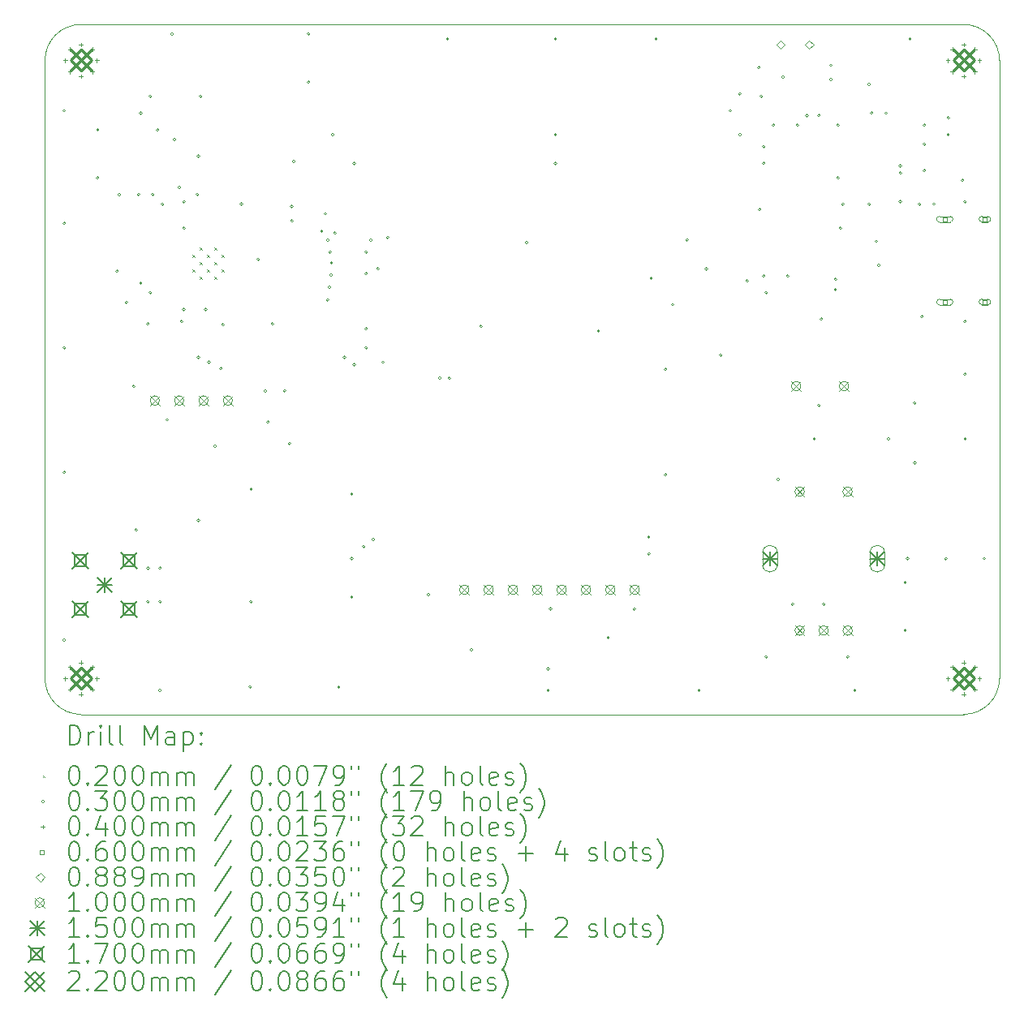
<source format=gbr>
%TF.GenerationSoftware,KiCad,Pcbnew,8.0.4+dfsg-1*%
%TF.CreationDate,2025-03-09T22:36:16+01:00*%
%TF.ProjectId,time_terminal,74696d65-5f74-4657-926d-696e616c2e6b,rev?*%
%TF.SameCoordinates,Original*%
%TF.FileFunction,Drillmap*%
%TF.FilePolarity,Positive*%
%FSLAX45Y45*%
G04 Gerber Fmt 4.5, Leading zero omitted, Abs format (unit mm)*
G04 Created by KiCad (PCBNEW 8.0.4+dfsg-1) date 2025-03-09 22:36:16*
%MOMM*%
%LPD*%
G01*
G04 APERTURE LIST*
%ADD10C,0.100000*%
%ADD11C,0.200000*%
%ADD12C,0.150000*%
%ADD13C,0.170000*%
%ADD14C,0.220000*%
G04 APERTURE END LIST*
D10*
X6325000Y-12600000D02*
X15534835Y-12600000D01*
X5950000Y-12225000D02*
X5950000Y-5775000D01*
X6325000Y-12600000D02*
G75*
G02*
X5950000Y-12225000I0J375000D01*
G01*
X15909835Y-5775000D02*
X15909835Y-12225000D01*
X15909835Y-12225000D02*
G75*
G02*
X15534835Y-12600000I-375000J0D01*
G01*
X6325000Y-5400000D02*
X15534835Y-5400000D01*
X5950000Y-5775000D02*
G75*
G02*
X6325000Y-5400000I375000J0D01*
G01*
X15534835Y-5400000D02*
G75*
G02*
X15909835Y-5775000I0J-375000D01*
G01*
D11*
D10*
X7490000Y-7806750D02*
X7510000Y-7826750D01*
X7510000Y-7806750D02*
X7490000Y-7826750D01*
X7490000Y-7959250D02*
X7510000Y-7979250D01*
X7510000Y-7959250D02*
X7490000Y-7979250D01*
X7566250Y-7730500D02*
X7586250Y-7750500D01*
X7586250Y-7730500D02*
X7566250Y-7750500D01*
X7566250Y-7883000D02*
X7586250Y-7903000D01*
X7586250Y-7883000D02*
X7566250Y-7903000D01*
X7566250Y-8035500D02*
X7586250Y-8055500D01*
X7586250Y-8035500D02*
X7566250Y-8055500D01*
X7642500Y-7806750D02*
X7662500Y-7826750D01*
X7662500Y-7806750D02*
X7642500Y-7826750D01*
X7642500Y-7959250D02*
X7662500Y-7979250D01*
X7662500Y-7959250D02*
X7642500Y-7979250D01*
X7718750Y-7730500D02*
X7738750Y-7750500D01*
X7738750Y-7730500D02*
X7718750Y-7750500D01*
X7718750Y-7883000D02*
X7738750Y-7903000D01*
X7738750Y-7883000D02*
X7718750Y-7903000D01*
X7718750Y-8035500D02*
X7738750Y-8055500D01*
X7738750Y-8035500D02*
X7718750Y-8055500D01*
X7795000Y-7806750D02*
X7815000Y-7826750D01*
X7815000Y-7806750D02*
X7795000Y-7826750D01*
X7795000Y-7959250D02*
X7815000Y-7979250D01*
X7815000Y-7959250D02*
X7795000Y-7979250D01*
X6165000Y-6300000D02*
G75*
G02*
X6135000Y-6300000I-15000J0D01*
G01*
X6135000Y-6300000D02*
G75*
G02*
X6165000Y-6300000I15000J0D01*
G01*
X6165000Y-7475000D02*
G75*
G02*
X6135000Y-7475000I-15000J0D01*
G01*
X6135000Y-7475000D02*
G75*
G02*
X6165000Y-7475000I15000J0D01*
G01*
X6165000Y-8775000D02*
G75*
G02*
X6135000Y-8775000I-15000J0D01*
G01*
X6135000Y-8775000D02*
G75*
G02*
X6165000Y-8775000I15000J0D01*
G01*
X6165000Y-10075000D02*
G75*
G02*
X6135000Y-10075000I-15000J0D01*
G01*
X6135000Y-10075000D02*
G75*
G02*
X6165000Y-10075000I15000J0D01*
G01*
X6165000Y-11825000D02*
G75*
G02*
X6135000Y-11825000I-15000J0D01*
G01*
X6135000Y-11825000D02*
G75*
G02*
X6165000Y-11825000I15000J0D01*
G01*
X6515000Y-6500000D02*
G75*
G02*
X6485000Y-6500000I-15000J0D01*
G01*
X6485000Y-6500000D02*
G75*
G02*
X6515000Y-6500000I15000J0D01*
G01*
X6515000Y-7000000D02*
G75*
G02*
X6485000Y-7000000I-15000J0D01*
G01*
X6485000Y-7000000D02*
G75*
G02*
X6515000Y-7000000I15000J0D01*
G01*
X6715000Y-7975000D02*
G75*
G02*
X6685000Y-7975000I-15000J0D01*
G01*
X6685000Y-7975000D02*
G75*
G02*
X6715000Y-7975000I15000J0D01*
G01*
X6740000Y-7175000D02*
G75*
G02*
X6710000Y-7175000I-15000J0D01*
G01*
X6710000Y-7175000D02*
G75*
G02*
X6740000Y-7175000I15000J0D01*
G01*
X6815000Y-8300000D02*
G75*
G02*
X6785000Y-8300000I-15000J0D01*
G01*
X6785000Y-8300000D02*
G75*
G02*
X6815000Y-8300000I15000J0D01*
G01*
X6890000Y-9175000D02*
G75*
G02*
X6860000Y-9175000I-15000J0D01*
G01*
X6860000Y-9175000D02*
G75*
G02*
X6890000Y-9175000I15000J0D01*
G01*
X6915000Y-10675000D02*
G75*
G02*
X6885000Y-10675000I-15000J0D01*
G01*
X6885000Y-10675000D02*
G75*
G02*
X6915000Y-10675000I15000J0D01*
G01*
X6940000Y-7175000D02*
G75*
G02*
X6910000Y-7175000I-15000J0D01*
G01*
X6910000Y-7175000D02*
G75*
G02*
X6940000Y-7175000I15000J0D01*
G01*
X6965000Y-6325000D02*
G75*
G02*
X6935000Y-6325000I-15000J0D01*
G01*
X6935000Y-6325000D02*
G75*
G02*
X6965000Y-6325000I15000J0D01*
G01*
X6965000Y-8100000D02*
G75*
G02*
X6935000Y-8100000I-15000J0D01*
G01*
X6935000Y-8100000D02*
G75*
G02*
X6965000Y-8100000I15000J0D01*
G01*
X7040000Y-8525000D02*
G75*
G02*
X7010000Y-8525000I-15000J0D01*
G01*
X7010000Y-8525000D02*
G75*
G02*
X7040000Y-8525000I15000J0D01*
G01*
X7040000Y-11075000D02*
G75*
G02*
X7010000Y-11075000I-15000J0D01*
G01*
X7010000Y-11075000D02*
G75*
G02*
X7040000Y-11075000I15000J0D01*
G01*
X7040000Y-11425000D02*
G75*
G02*
X7010000Y-11425000I-15000J0D01*
G01*
X7010000Y-11425000D02*
G75*
G02*
X7040000Y-11425000I15000J0D01*
G01*
X7065000Y-6150000D02*
G75*
G02*
X7035000Y-6150000I-15000J0D01*
G01*
X7035000Y-6150000D02*
G75*
G02*
X7065000Y-6150000I15000J0D01*
G01*
X7065000Y-8200000D02*
G75*
G02*
X7035000Y-8200000I-15000J0D01*
G01*
X7035000Y-8200000D02*
G75*
G02*
X7065000Y-8200000I15000J0D01*
G01*
X7090000Y-7175000D02*
G75*
G02*
X7060000Y-7175000I-15000J0D01*
G01*
X7060000Y-7175000D02*
G75*
G02*
X7090000Y-7175000I15000J0D01*
G01*
X7140000Y-6500000D02*
G75*
G02*
X7110000Y-6500000I-15000J0D01*
G01*
X7110000Y-6500000D02*
G75*
G02*
X7140000Y-6500000I15000J0D01*
G01*
X7165000Y-11075000D02*
G75*
G02*
X7135000Y-11075000I-15000J0D01*
G01*
X7135000Y-11075000D02*
G75*
G02*
X7165000Y-11075000I15000J0D01*
G01*
X7165000Y-11425000D02*
G75*
G02*
X7135000Y-11425000I-15000J0D01*
G01*
X7135000Y-11425000D02*
G75*
G02*
X7165000Y-11425000I15000J0D01*
G01*
X7165000Y-12350000D02*
G75*
G02*
X7135000Y-12350000I-15000J0D01*
G01*
X7135000Y-12350000D02*
G75*
G02*
X7165000Y-12350000I15000J0D01*
G01*
X7190000Y-7275000D02*
G75*
G02*
X7160000Y-7275000I-15000J0D01*
G01*
X7160000Y-7275000D02*
G75*
G02*
X7190000Y-7275000I15000J0D01*
G01*
X7240000Y-9525000D02*
G75*
G02*
X7210000Y-9525000I-15000J0D01*
G01*
X7210000Y-9525000D02*
G75*
G02*
X7240000Y-9525000I15000J0D01*
G01*
X7290000Y-5500000D02*
G75*
G02*
X7260000Y-5500000I-15000J0D01*
G01*
X7260000Y-5500000D02*
G75*
G02*
X7290000Y-5500000I15000J0D01*
G01*
X7315000Y-6600000D02*
G75*
G02*
X7285000Y-6600000I-15000J0D01*
G01*
X7285000Y-6600000D02*
G75*
G02*
X7315000Y-6600000I15000J0D01*
G01*
X7364999Y-7099999D02*
G75*
G02*
X7334999Y-7099999I-15000J0D01*
G01*
X7334999Y-7099999D02*
G75*
G02*
X7364999Y-7099999I15000J0D01*
G01*
X7390000Y-8500000D02*
G75*
G02*
X7360000Y-8500000I-15000J0D01*
G01*
X7360000Y-8500000D02*
G75*
G02*
X7390000Y-8500000I15000J0D01*
G01*
X7415000Y-7250000D02*
G75*
G02*
X7385000Y-7250000I-15000J0D01*
G01*
X7385000Y-7250000D02*
G75*
G02*
X7415000Y-7250000I15000J0D01*
G01*
X7415000Y-7525000D02*
G75*
G02*
X7385000Y-7525000I-15000J0D01*
G01*
X7385000Y-7525000D02*
G75*
G02*
X7415000Y-7525000I15000J0D01*
G01*
X7415000Y-8375000D02*
G75*
G02*
X7385000Y-8375000I-15000J0D01*
G01*
X7385000Y-8375000D02*
G75*
G02*
X7415000Y-8375000I15000J0D01*
G01*
X7555532Y-7174999D02*
G75*
G02*
X7525532Y-7174999I-15000J0D01*
G01*
X7525532Y-7174999D02*
G75*
G02*
X7555532Y-7174999I15000J0D01*
G01*
X7565000Y-6775000D02*
G75*
G02*
X7535000Y-6775000I-15000J0D01*
G01*
X7535000Y-6775000D02*
G75*
G02*
X7565000Y-6775000I15000J0D01*
G01*
X7565000Y-8875000D02*
G75*
G02*
X7535000Y-8875000I-15000J0D01*
G01*
X7535000Y-8875000D02*
G75*
G02*
X7565000Y-8875000I15000J0D01*
G01*
X7565000Y-10575000D02*
G75*
G02*
X7535000Y-10575000I-15000J0D01*
G01*
X7535000Y-10575000D02*
G75*
G02*
X7565000Y-10575000I15000J0D01*
G01*
X7590000Y-6150000D02*
G75*
G02*
X7560000Y-6150000I-15000J0D01*
G01*
X7560000Y-6150000D02*
G75*
G02*
X7590000Y-6150000I15000J0D01*
G01*
X7640000Y-8375000D02*
G75*
G02*
X7610000Y-8375000I-15000J0D01*
G01*
X7610000Y-8375000D02*
G75*
G02*
X7640000Y-8375000I15000J0D01*
G01*
X7677500Y-8925000D02*
G75*
G02*
X7647500Y-8925000I-15000J0D01*
G01*
X7647500Y-8925000D02*
G75*
G02*
X7677500Y-8925000I15000J0D01*
G01*
X7740000Y-9800000D02*
G75*
G02*
X7710000Y-9800000I-15000J0D01*
G01*
X7710000Y-9800000D02*
G75*
G02*
X7740000Y-9800000I15000J0D01*
G01*
X7799467Y-8990533D02*
G75*
G02*
X7769467Y-8990533I-15000J0D01*
G01*
X7769467Y-8990533D02*
G75*
G02*
X7799467Y-8990533I15000J0D01*
G01*
X7822500Y-8532500D02*
G75*
G02*
X7792500Y-8532500I-15000J0D01*
G01*
X7792500Y-8532500D02*
G75*
G02*
X7822500Y-8532500I15000J0D01*
G01*
X8015000Y-7275000D02*
G75*
G02*
X7985000Y-7275000I-15000J0D01*
G01*
X7985000Y-7275000D02*
G75*
G02*
X8015000Y-7275000I15000J0D01*
G01*
X8105016Y-12314518D02*
G75*
G02*
X8075016Y-12314518I-15000J0D01*
G01*
X8075016Y-12314518D02*
G75*
G02*
X8105016Y-12314518I15000J0D01*
G01*
X8115000Y-10250000D02*
G75*
G02*
X8085000Y-10250000I-15000J0D01*
G01*
X8085000Y-10250000D02*
G75*
G02*
X8115000Y-10250000I15000J0D01*
G01*
X8115000Y-11425000D02*
G75*
G02*
X8085000Y-11425000I-15000J0D01*
G01*
X8085000Y-11425000D02*
G75*
G02*
X8115000Y-11425000I15000J0D01*
G01*
X8190000Y-7850000D02*
G75*
G02*
X8160000Y-7850000I-15000J0D01*
G01*
X8160000Y-7850000D02*
G75*
G02*
X8190000Y-7850000I15000J0D01*
G01*
X8264998Y-9225000D02*
G75*
G02*
X8234998Y-9225000I-15000J0D01*
G01*
X8234998Y-9225000D02*
G75*
G02*
X8264998Y-9225000I15000J0D01*
G01*
X8290000Y-9550000D02*
G75*
G02*
X8260000Y-9550000I-15000J0D01*
G01*
X8260000Y-9550000D02*
G75*
G02*
X8290000Y-9550000I15000J0D01*
G01*
X8340000Y-8525000D02*
G75*
G02*
X8310000Y-8525000I-15000J0D01*
G01*
X8310000Y-8525000D02*
G75*
G02*
X8340000Y-8525000I15000J0D01*
G01*
X8465000Y-9225000D02*
G75*
G02*
X8435000Y-9225000I-15000J0D01*
G01*
X8435000Y-9225000D02*
G75*
G02*
X8465000Y-9225000I15000J0D01*
G01*
X8515000Y-9775000D02*
G75*
G02*
X8485000Y-9775000I-15000J0D01*
G01*
X8485000Y-9775000D02*
G75*
G02*
X8515000Y-9775000I15000J0D01*
G01*
X8540000Y-7300000D02*
G75*
G02*
X8510000Y-7300000I-15000J0D01*
G01*
X8510000Y-7300000D02*
G75*
G02*
X8540000Y-7300000I15000J0D01*
G01*
X8540000Y-7450000D02*
G75*
G02*
X8510000Y-7450000I-15000J0D01*
G01*
X8510000Y-7450000D02*
G75*
G02*
X8540000Y-7450000I15000J0D01*
G01*
X8559687Y-6830311D02*
G75*
G02*
X8529687Y-6830311I-15000J0D01*
G01*
X8529687Y-6830311D02*
G75*
G02*
X8559687Y-6830311I15000J0D01*
G01*
X8715000Y-5500000D02*
G75*
G02*
X8685000Y-5500000I-15000J0D01*
G01*
X8685000Y-5500000D02*
G75*
G02*
X8715000Y-5500000I15000J0D01*
G01*
X8715000Y-6000000D02*
G75*
G02*
X8685000Y-6000000I-15000J0D01*
G01*
X8685000Y-6000000D02*
G75*
G02*
X8715000Y-6000000I15000J0D01*
G01*
X8851128Y-7558033D02*
G75*
G02*
X8821128Y-7558033I-15000J0D01*
G01*
X8821128Y-7558033D02*
G75*
G02*
X8851128Y-7558033I15000J0D01*
G01*
X8890000Y-7375000D02*
G75*
G02*
X8860000Y-7375000I-15000J0D01*
G01*
X8860000Y-7375000D02*
G75*
G02*
X8890000Y-7375000I15000J0D01*
G01*
X8915000Y-7650000D02*
G75*
G02*
X8885000Y-7650000I-15000J0D01*
G01*
X8885000Y-7650000D02*
G75*
G02*
X8915000Y-7650000I15000J0D01*
G01*
X8915000Y-8275000D02*
G75*
G02*
X8885000Y-8275000I-15000J0D01*
G01*
X8885000Y-8275000D02*
G75*
G02*
X8915000Y-8275000I15000J0D01*
G01*
X8932004Y-8142000D02*
G75*
G02*
X8902004Y-8142000I-15000J0D01*
G01*
X8902004Y-8142000D02*
G75*
G02*
X8932004Y-8142000I15000J0D01*
G01*
X8940000Y-7775000D02*
G75*
G02*
X8910000Y-7775000I-15000J0D01*
G01*
X8910000Y-7775000D02*
G75*
G02*
X8940000Y-7775000I15000J0D01*
G01*
X8950000Y-8015000D02*
G75*
G02*
X8920000Y-8015000I-15000J0D01*
G01*
X8920000Y-8015000D02*
G75*
G02*
X8950000Y-8015000I15000J0D01*
G01*
X8953001Y-7888000D02*
G75*
G02*
X8923001Y-7888000I-15000J0D01*
G01*
X8923001Y-7888000D02*
G75*
G02*
X8953001Y-7888000I15000J0D01*
G01*
X8965000Y-6550000D02*
G75*
G02*
X8935000Y-6550000I-15000J0D01*
G01*
X8935000Y-6550000D02*
G75*
G02*
X8965000Y-6550000I15000J0D01*
G01*
X8990000Y-7575000D02*
G75*
G02*
X8960000Y-7575000I-15000J0D01*
G01*
X8960000Y-7575000D02*
G75*
G02*
X8990000Y-7575000I15000J0D01*
G01*
X9030016Y-12314518D02*
G75*
G02*
X9000016Y-12314518I-15000J0D01*
G01*
X9000016Y-12314518D02*
G75*
G02*
X9030016Y-12314518I15000J0D01*
G01*
X9090000Y-8875000D02*
G75*
G02*
X9060000Y-8875000I-15000J0D01*
G01*
X9060000Y-8875000D02*
G75*
G02*
X9090000Y-8875000I15000J0D01*
G01*
X9165000Y-10300000D02*
G75*
G02*
X9135000Y-10300000I-15000J0D01*
G01*
X9135000Y-10300000D02*
G75*
G02*
X9165000Y-10300000I15000J0D01*
G01*
X9165000Y-10975000D02*
G75*
G02*
X9135000Y-10975000I-15000J0D01*
G01*
X9135000Y-10975000D02*
G75*
G02*
X9165000Y-10975000I15000J0D01*
G01*
X9165000Y-11375000D02*
G75*
G02*
X9135000Y-11375000I-15000J0D01*
G01*
X9135000Y-11375000D02*
G75*
G02*
X9165000Y-11375000I15000J0D01*
G01*
X9190000Y-6850000D02*
G75*
G02*
X9160000Y-6850000I-15000J0D01*
G01*
X9160000Y-6850000D02*
G75*
G02*
X9190000Y-6850000I15000J0D01*
G01*
X9190000Y-8950000D02*
G75*
G02*
X9160000Y-8950000I-15000J0D01*
G01*
X9160000Y-8950000D02*
G75*
G02*
X9190000Y-8950000I15000J0D01*
G01*
X9290000Y-10850000D02*
G75*
G02*
X9260000Y-10850000I-15000J0D01*
G01*
X9260000Y-10850000D02*
G75*
G02*
X9290000Y-10850000I15000J0D01*
G01*
X9315000Y-7775000D02*
G75*
G02*
X9285000Y-7775000I-15000J0D01*
G01*
X9285000Y-7775000D02*
G75*
G02*
X9315000Y-7775000I15000J0D01*
G01*
X9315000Y-8000000D02*
G75*
G02*
X9285000Y-8000000I-15000J0D01*
G01*
X9285000Y-8000000D02*
G75*
G02*
X9315000Y-8000000I15000J0D01*
G01*
X9315000Y-8575000D02*
G75*
G02*
X9285000Y-8575000I-15000J0D01*
G01*
X9285000Y-8575000D02*
G75*
G02*
X9315000Y-8575000I15000J0D01*
G01*
X9315000Y-8775000D02*
G75*
G02*
X9285000Y-8775000I-15000J0D01*
G01*
X9285000Y-8775000D02*
G75*
G02*
X9315000Y-8775000I15000J0D01*
G01*
X9365000Y-7650000D02*
G75*
G02*
X9335000Y-7650000I-15000J0D01*
G01*
X9335000Y-7650000D02*
G75*
G02*
X9365000Y-7650000I15000J0D01*
G01*
X9390000Y-10775000D02*
G75*
G02*
X9360000Y-10775000I-15000J0D01*
G01*
X9360000Y-10775000D02*
G75*
G02*
X9390000Y-10775000I15000J0D01*
G01*
X9440000Y-7950000D02*
G75*
G02*
X9410000Y-7950000I-15000J0D01*
G01*
X9410000Y-7950000D02*
G75*
G02*
X9440000Y-7950000I15000J0D01*
G01*
X9490000Y-8925000D02*
G75*
G02*
X9460000Y-8925000I-15000J0D01*
G01*
X9460000Y-8925000D02*
G75*
G02*
X9490000Y-8925000I15000J0D01*
G01*
X9540000Y-7625000D02*
G75*
G02*
X9510000Y-7625000I-15000J0D01*
G01*
X9510000Y-7625000D02*
G75*
G02*
X9540000Y-7625000I15000J0D01*
G01*
X9965000Y-11350000D02*
G75*
G02*
X9935000Y-11350000I-15000J0D01*
G01*
X9935000Y-11350000D02*
G75*
G02*
X9965000Y-11350000I15000J0D01*
G01*
X10085000Y-9090000D02*
G75*
G02*
X10055000Y-9090000I-15000J0D01*
G01*
X10055000Y-9090000D02*
G75*
G02*
X10085000Y-9090000I15000J0D01*
G01*
X10165000Y-5550000D02*
G75*
G02*
X10135000Y-5550000I-15000J0D01*
G01*
X10135000Y-5550000D02*
G75*
G02*
X10165000Y-5550000I15000J0D01*
G01*
X10182000Y-9092000D02*
G75*
G02*
X10152000Y-9092000I-15000J0D01*
G01*
X10152000Y-9092000D02*
G75*
G02*
X10182000Y-9092000I15000J0D01*
G01*
X10415000Y-11925000D02*
G75*
G02*
X10385000Y-11925000I-15000J0D01*
G01*
X10385000Y-11925000D02*
G75*
G02*
X10415000Y-11925000I15000J0D01*
G01*
X10515000Y-8550000D02*
G75*
G02*
X10485000Y-8550000I-15000J0D01*
G01*
X10485000Y-8550000D02*
G75*
G02*
X10515000Y-8550000I15000J0D01*
G01*
X10990000Y-7675000D02*
G75*
G02*
X10960000Y-7675000I-15000J0D01*
G01*
X10960000Y-7675000D02*
G75*
G02*
X10990000Y-7675000I15000J0D01*
G01*
X11215000Y-12125000D02*
G75*
G02*
X11185000Y-12125000I-15000J0D01*
G01*
X11185000Y-12125000D02*
G75*
G02*
X11215000Y-12125000I15000J0D01*
G01*
X11215000Y-12350000D02*
G75*
G02*
X11185000Y-12350000I-15000J0D01*
G01*
X11185000Y-12350000D02*
G75*
G02*
X11215000Y-12350000I15000J0D01*
G01*
X11240000Y-11500000D02*
G75*
G02*
X11210000Y-11500000I-15000J0D01*
G01*
X11210000Y-11500000D02*
G75*
G02*
X11240000Y-11500000I15000J0D01*
G01*
X11290000Y-5550000D02*
G75*
G02*
X11260000Y-5550000I-15000J0D01*
G01*
X11260000Y-5550000D02*
G75*
G02*
X11290000Y-5550000I15000J0D01*
G01*
X11290000Y-6550000D02*
G75*
G02*
X11260000Y-6550000I-15000J0D01*
G01*
X11260000Y-6550000D02*
G75*
G02*
X11290000Y-6550000I15000J0D01*
G01*
X11290000Y-6850000D02*
G75*
G02*
X11260000Y-6850000I-15000J0D01*
G01*
X11260000Y-6850000D02*
G75*
G02*
X11290000Y-6850000I15000J0D01*
G01*
X11740000Y-8600000D02*
G75*
G02*
X11710000Y-8600000I-15000J0D01*
G01*
X11710000Y-8600000D02*
G75*
G02*
X11740000Y-8600000I15000J0D01*
G01*
X11840000Y-11800000D02*
G75*
G02*
X11810000Y-11800000I-15000J0D01*
G01*
X11810000Y-11800000D02*
G75*
G02*
X11840000Y-11800000I15000J0D01*
G01*
X12115000Y-11500000D02*
G75*
G02*
X12085000Y-11500000I-15000J0D01*
G01*
X12085000Y-11500000D02*
G75*
G02*
X12115000Y-11500000I15000J0D01*
G01*
X12265000Y-10750000D02*
G75*
G02*
X12235000Y-10750000I-15000J0D01*
G01*
X12235000Y-10750000D02*
G75*
G02*
X12265000Y-10750000I15000J0D01*
G01*
X12265000Y-10925000D02*
G75*
G02*
X12235000Y-10925000I-15000J0D01*
G01*
X12235000Y-10925000D02*
G75*
G02*
X12265000Y-10925000I15000J0D01*
G01*
X12290000Y-8050000D02*
G75*
G02*
X12260000Y-8050000I-15000J0D01*
G01*
X12260000Y-8050000D02*
G75*
G02*
X12290000Y-8050000I15000J0D01*
G01*
X12340000Y-5550000D02*
G75*
G02*
X12310000Y-5550000I-15000J0D01*
G01*
X12310000Y-5550000D02*
G75*
G02*
X12340000Y-5550000I15000J0D01*
G01*
X12440000Y-9000000D02*
G75*
G02*
X12410000Y-9000000I-15000J0D01*
G01*
X12410000Y-9000000D02*
G75*
G02*
X12440000Y-9000000I15000J0D01*
G01*
X12440000Y-10100000D02*
G75*
G02*
X12410000Y-10100000I-15000J0D01*
G01*
X12410000Y-10100000D02*
G75*
G02*
X12440000Y-10100000I15000J0D01*
G01*
X12515000Y-8325000D02*
G75*
G02*
X12485000Y-8325000I-15000J0D01*
G01*
X12485000Y-8325000D02*
G75*
G02*
X12515000Y-8325000I15000J0D01*
G01*
X12665000Y-7650000D02*
G75*
G02*
X12635000Y-7650000I-15000J0D01*
G01*
X12635000Y-7650000D02*
G75*
G02*
X12665000Y-7650000I15000J0D01*
G01*
X12665000Y-7650000D02*
G75*
G02*
X12635000Y-7650000I-15000J0D01*
G01*
X12635000Y-7650000D02*
G75*
G02*
X12665000Y-7650000I15000J0D01*
G01*
X12790000Y-12350000D02*
G75*
G02*
X12760000Y-12350000I-15000J0D01*
G01*
X12760000Y-12350000D02*
G75*
G02*
X12790000Y-12350000I15000J0D01*
G01*
X12865000Y-7950000D02*
G75*
G02*
X12835000Y-7950000I-15000J0D01*
G01*
X12835000Y-7950000D02*
G75*
G02*
X12865000Y-7950000I15000J0D01*
G01*
X13015000Y-8850000D02*
G75*
G02*
X12985000Y-8850000I-15000J0D01*
G01*
X12985000Y-8850000D02*
G75*
G02*
X13015000Y-8850000I15000J0D01*
G01*
X13115000Y-6300000D02*
G75*
G02*
X13085000Y-6300000I-15000J0D01*
G01*
X13085000Y-6300000D02*
G75*
G02*
X13115000Y-6300000I15000J0D01*
G01*
X13215000Y-6125000D02*
G75*
G02*
X13185000Y-6125000I-15000J0D01*
G01*
X13185000Y-6125000D02*
G75*
G02*
X13215000Y-6125000I15000J0D01*
G01*
X13215000Y-6550000D02*
G75*
G02*
X13185000Y-6550000I-15000J0D01*
G01*
X13185000Y-6550000D02*
G75*
G02*
X13215000Y-6550000I15000J0D01*
G01*
X13290000Y-8075000D02*
G75*
G02*
X13260000Y-8075000I-15000J0D01*
G01*
X13260000Y-8075000D02*
G75*
G02*
X13290000Y-8075000I15000J0D01*
G01*
X13415000Y-5850000D02*
G75*
G02*
X13385000Y-5850000I-15000J0D01*
G01*
X13385000Y-5850000D02*
G75*
G02*
X13415000Y-5850000I15000J0D01*
G01*
X13421175Y-7331175D02*
G75*
G02*
X13391175Y-7331175I-15000J0D01*
G01*
X13391175Y-7331175D02*
G75*
G02*
X13421175Y-7331175I15000J0D01*
G01*
X13440000Y-6150000D02*
G75*
G02*
X13410000Y-6150000I-15000J0D01*
G01*
X13410000Y-6150000D02*
G75*
G02*
X13440000Y-6150000I15000J0D01*
G01*
X13465000Y-6675000D02*
G75*
G02*
X13435000Y-6675000I-15000J0D01*
G01*
X13435000Y-6675000D02*
G75*
G02*
X13465000Y-6675000I15000J0D01*
G01*
X13465000Y-6850000D02*
G75*
G02*
X13435000Y-6850000I-15000J0D01*
G01*
X13435000Y-6850000D02*
G75*
G02*
X13465000Y-6850000I15000J0D01*
G01*
X13465000Y-8025000D02*
G75*
G02*
X13435000Y-8025000I-15000J0D01*
G01*
X13435000Y-8025000D02*
G75*
G02*
X13465000Y-8025000I15000J0D01*
G01*
X13490000Y-8200000D02*
G75*
G02*
X13460000Y-8200000I-15000J0D01*
G01*
X13460000Y-8200000D02*
G75*
G02*
X13490000Y-8200000I15000J0D01*
G01*
X13490000Y-12000000D02*
G75*
G02*
X13460000Y-12000000I-15000J0D01*
G01*
X13460000Y-12000000D02*
G75*
G02*
X13490000Y-12000000I15000J0D01*
G01*
X13565000Y-6450000D02*
G75*
G02*
X13535000Y-6450000I-15000J0D01*
G01*
X13535000Y-6450000D02*
G75*
G02*
X13565000Y-6450000I15000J0D01*
G01*
X13615000Y-10150000D02*
G75*
G02*
X13585000Y-10150000I-15000J0D01*
G01*
X13585000Y-10150000D02*
G75*
G02*
X13615000Y-10150000I15000J0D01*
G01*
X13665000Y-5950000D02*
G75*
G02*
X13635000Y-5950000I-15000J0D01*
G01*
X13635000Y-5950000D02*
G75*
G02*
X13665000Y-5950000I15000J0D01*
G01*
X13715000Y-8025000D02*
G75*
G02*
X13685000Y-8025000I-15000J0D01*
G01*
X13685000Y-8025000D02*
G75*
G02*
X13715000Y-8025000I15000J0D01*
G01*
X13765000Y-11450000D02*
G75*
G02*
X13735000Y-11450000I-15000J0D01*
G01*
X13735000Y-11450000D02*
G75*
G02*
X13765000Y-11450000I15000J0D01*
G01*
X13815000Y-6450000D02*
G75*
G02*
X13785000Y-6450000I-15000J0D01*
G01*
X13785000Y-6450000D02*
G75*
G02*
X13815000Y-6450000I15000J0D01*
G01*
X13915000Y-6350000D02*
G75*
G02*
X13885000Y-6350000I-15000J0D01*
G01*
X13885000Y-6350000D02*
G75*
G02*
X13915000Y-6350000I15000J0D01*
G01*
X13990000Y-9725000D02*
G75*
G02*
X13960000Y-9725000I-15000J0D01*
G01*
X13960000Y-9725000D02*
G75*
G02*
X13990000Y-9725000I15000J0D01*
G01*
X14040000Y-6350000D02*
G75*
G02*
X14010000Y-6350000I-15000J0D01*
G01*
X14010000Y-6350000D02*
G75*
G02*
X14040000Y-6350000I15000J0D01*
G01*
X14040000Y-9375000D02*
G75*
G02*
X14010000Y-9375000I-15000J0D01*
G01*
X14010000Y-9375000D02*
G75*
G02*
X14040000Y-9375000I15000J0D01*
G01*
X14065000Y-8475000D02*
G75*
G02*
X14035000Y-8475000I-15000J0D01*
G01*
X14035000Y-8475000D02*
G75*
G02*
X14065000Y-8475000I15000J0D01*
G01*
X14090000Y-11450000D02*
G75*
G02*
X14060000Y-11450000I-15000J0D01*
G01*
X14060000Y-11450000D02*
G75*
G02*
X14090000Y-11450000I15000J0D01*
G01*
X14165000Y-5825000D02*
G75*
G02*
X14135000Y-5825000I-15000J0D01*
G01*
X14135000Y-5825000D02*
G75*
G02*
X14165000Y-5825000I15000J0D01*
G01*
X14165000Y-5975000D02*
G75*
G02*
X14135000Y-5975000I-15000J0D01*
G01*
X14135000Y-5975000D02*
G75*
G02*
X14165000Y-5975000I15000J0D01*
G01*
X14211967Y-8166967D02*
G75*
G02*
X14181967Y-8166967I-15000J0D01*
G01*
X14181967Y-8166967D02*
G75*
G02*
X14211967Y-8166967I15000J0D01*
G01*
X14215000Y-8058541D02*
G75*
G02*
X14185000Y-8058541I-15000J0D01*
G01*
X14185000Y-8058541D02*
G75*
G02*
X14215000Y-8058541I15000J0D01*
G01*
X14240000Y-6450000D02*
G75*
G02*
X14210000Y-6450000I-15000J0D01*
G01*
X14210000Y-6450000D02*
G75*
G02*
X14240000Y-6450000I15000J0D01*
G01*
X14240000Y-7000000D02*
G75*
G02*
X14210000Y-7000000I-15000J0D01*
G01*
X14210000Y-7000000D02*
G75*
G02*
X14240000Y-7000000I15000J0D01*
G01*
X14265000Y-7525000D02*
G75*
G02*
X14235000Y-7525000I-15000J0D01*
G01*
X14235000Y-7525000D02*
G75*
G02*
X14265000Y-7525000I15000J0D01*
G01*
X14290000Y-7275000D02*
G75*
G02*
X14260000Y-7275000I-15000J0D01*
G01*
X14260000Y-7275000D02*
G75*
G02*
X14290000Y-7275000I15000J0D01*
G01*
X14340000Y-12000000D02*
G75*
G02*
X14310000Y-12000000I-15000J0D01*
G01*
X14310000Y-12000000D02*
G75*
G02*
X14340000Y-12000000I15000J0D01*
G01*
X14415000Y-12350000D02*
G75*
G02*
X14385000Y-12350000I-15000J0D01*
G01*
X14385000Y-12350000D02*
G75*
G02*
X14415000Y-12350000I15000J0D01*
G01*
X14565000Y-6025000D02*
G75*
G02*
X14535000Y-6025000I-15000J0D01*
G01*
X14535000Y-6025000D02*
G75*
G02*
X14565000Y-6025000I15000J0D01*
G01*
X14565000Y-7275000D02*
G75*
G02*
X14535000Y-7275000I-15000J0D01*
G01*
X14535000Y-7275000D02*
G75*
G02*
X14565000Y-7275000I15000J0D01*
G01*
X14590000Y-6325000D02*
G75*
G02*
X14560000Y-6325000I-15000J0D01*
G01*
X14560000Y-6325000D02*
G75*
G02*
X14590000Y-6325000I15000J0D01*
G01*
X14640000Y-7663500D02*
G75*
G02*
X14610000Y-7663500I-15000J0D01*
G01*
X14610000Y-7663500D02*
G75*
G02*
X14640000Y-7663500I15000J0D01*
G01*
X14665000Y-7913500D02*
G75*
G02*
X14635000Y-7913500I-15000J0D01*
G01*
X14635000Y-7913500D02*
G75*
G02*
X14665000Y-7913500I15000J0D01*
G01*
X14740000Y-6325000D02*
G75*
G02*
X14710000Y-6325000I-15000J0D01*
G01*
X14710000Y-6325000D02*
G75*
G02*
X14740000Y-6325000I15000J0D01*
G01*
X14765000Y-9725000D02*
G75*
G02*
X14735000Y-9725000I-15000J0D01*
G01*
X14735000Y-9725000D02*
G75*
G02*
X14765000Y-9725000I15000J0D01*
G01*
X14890000Y-6875000D02*
G75*
G02*
X14860000Y-6875000I-15000J0D01*
G01*
X14860000Y-6875000D02*
G75*
G02*
X14890000Y-6875000I15000J0D01*
G01*
X14890000Y-6950000D02*
G75*
G02*
X14860000Y-6950000I-15000J0D01*
G01*
X14860000Y-6950000D02*
G75*
G02*
X14890000Y-6950000I15000J0D01*
G01*
X14890000Y-7250000D02*
G75*
G02*
X14860000Y-7250000I-15000J0D01*
G01*
X14860000Y-7250000D02*
G75*
G02*
X14890000Y-7250000I15000J0D01*
G01*
X14940000Y-11225000D02*
G75*
G02*
X14910000Y-11225000I-15000J0D01*
G01*
X14910000Y-11225000D02*
G75*
G02*
X14940000Y-11225000I15000J0D01*
G01*
X14940000Y-11725000D02*
G75*
G02*
X14910000Y-11725000I-15000J0D01*
G01*
X14910000Y-11725000D02*
G75*
G02*
X14940000Y-11725000I15000J0D01*
G01*
X14965000Y-10975000D02*
G75*
G02*
X14935000Y-10975000I-15000J0D01*
G01*
X14935000Y-10975000D02*
G75*
G02*
X14965000Y-10975000I15000J0D01*
G01*
X14990000Y-5550000D02*
G75*
G02*
X14960000Y-5550000I-15000J0D01*
G01*
X14960000Y-5550000D02*
G75*
G02*
X14990000Y-5550000I15000J0D01*
G01*
X15040000Y-9350000D02*
G75*
G02*
X15010000Y-9350000I-15000J0D01*
G01*
X15010000Y-9350000D02*
G75*
G02*
X15040000Y-9350000I15000J0D01*
G01*
X15040000Y-9975000D02*
G75*
G02*
X15010000Y-9975000I-15000J0D01*
G01*
X15010000Y-9975000D02*
G75*
G02*
X15040000Y-9975000I15000J0D01*
G01*
X15090000Y-7275000D02*
G75*
G02*
X15060000Y-7275000I-15000J0D01*
G01*
X15060000Y-7275000D02*
G75*
G02*
X15090000Y-7275000I15000J0D01*
G01*
X15115000Y-8450000D02*
G75*
G02*
X15085000Y-8450000I-15000J0D01*
G01*
X15085000Y-8450000D02*
G75*
G02*
X15115000Y-8450000I15000J0D01*
G01*
X15140000Y-6450000D02*
G75*
G02*
X15110000Y-6450000I-15000J0D01*
G01*
X15110000Y-6450000D02*
G75*
G02*
X15140000Y-6450000I15000J0D01*
G01*
X15140000Y-6650000D02*
G75*
G02*
X15110000Y-6650000I-15000J0D01*
G01*
X15110000Y-6650000D02*
G75*
G02*
X15140000Y-6650000I15000J0D01*
G01*
X15140000Y-6925000D02*
G75*
G02*
X15110000Y-6925000I-15000J0D01*
G01*
X15110000Y-6925000D02*
G75*
G02*
X15140000Y-6925000I15000J0D01*
G01*
X15240000Y-7275000D02*
G75*
G02*
X15210000Y-7275000I-15000J0D01*
G01*
X15210000Y-7275000D02*
G75*
G02*
X15240000Y-7275000I15000J0D01*
G01*
X15365000Y-10975000D02*
G75*
G02*
X15335000Y-10975000I-15000J0D01*
G01*
X15335000Y-10975000D02*
G75*
G02*
X15365000Y-10975000I15000J0D01*
G01*
X15390000Y-6375000D02*
G75*
G02*
X15360000Y-6375000I-15000J0D01*
G01*
X15360000Y-6375000D02*
G75*
G02*
X15390000Y-6375000I15000J0D01*
G01*
X15390000Y-6550000D02*
G75*
G02*
X15360000Y-6550000I-15000J0D01*
G01*
X15360000Y-6550000D02*
G75*
G02*
X15390000Y-6550000I15000J0D01*
G01*
X15540000Y-7025000D02*
G75*
G02*
X15510000Y-7025000I-15000J0D01*
G01*
X15510000Y-7025000D02*
G75*
G02*
X15540000Y-7025000I15000J0D01*
G01*
X15565000Y-7250000D02*
G75*
G02*
X15535000Y-7250000I-15000J0D01*
G01*
X15535000Y-7250000D02*
G75*
G02*
X15565000Y-7250000I15000J0D01*
G01*
X15565000Y-8500000D02*
G75*
G02*
X15535000Y-8500000I-15000J0D01*
G01*
X15535000Y-8500000D02*
G75*
G02*
X15565000Y-8500000I15000J0D01*
G01*
X15565000Y-9050000D02*
G75*
G02*
X15535000Y-9050000I-15000J0D01*
G01*
X15535000Y-9050000D02*
G75*
G02*
X15565000Y-9050000I15000J0D01*
G01*
X15565000Y-9725000D02*
G75*
G02*
X15535000Y-9725000I-15000J0D01*
G01*
X15535000Y-9725000D02*
G75*
G02*
X15565000Y-9725000I15000J0D01*
G01*
X15765000Y-10975000D02*
G75*
G02*
X15735000Y-10975000I-15000J0D01*
G01*
X15735000Y-10975000D02*
G75*
G02*
X15765000Y-10975000I15000J0D01*
G01*
X6160000Y-5755000D02*
X6160000Y-5795000D01*
X6140000Y-5775000D02*
X6180000Y-5775000D01*
X6160000Y-12205000D02*
X6160000Y-12245000D01*
X6140000Y-12225000D02*
X6180000Y-12225000D01*
X6208327Y-5638327D02*
X6208327Y-5678327D01*
X6188327Y-5658327D02*
X6228327Y-5658327D01*
X6208327Y-5871673D02*
X6208327Y-5911673D01*
X6188327Y-5891673D02*
X6228327Y-5891673D01*
X6208327Y-12088327D02*
X6208327Y-12128327D01*
X6188327Y-12108327D02*
X6228327Y-12108327D01*
X6208327Y-12321672D02*
X6208327Y-12361672D01*
X6188327Y-12341672D02*
X6228327Y-12341672D01*
X6325000Y-5590000D02*
X6325000Y-5630000D01*
X6305000Y-5610000D02*
X6345000Y-5610000D01*
X6325000Y-5920000D02*
X6325000Y-5960000D01*
X6305000Y-5940000D02*
X6345000Y-5940000D01*
X6325000Y-12040000D02*
X6325000Y-12080000D01*
X6305000Y-12060000D02*
X6345000Y-12060000D01*
X6325000Y-12370000D02*
X6325000Y-12410000D01*
X6305000Y-12390000D02*
X6345000Y-12390000D01*
X6441673Y-5638327D02*
X6441673Y-5678327D01*
X6421673Y-5658327D02*
X6461673Y-5658327D01*
X6441673Y-5871673D02*
X6441673Y-5911673D01*
X6421673Y-5891673D02*
X6461673Y-5891673D01*
X6441673Y-12088327D02*
X6441673Y-12128327D01*
X6421673Y-12108327D02*
X6461673Y-12108327D01*
X6441673Y-12321672D02*
X6441673Y-12361672D01*
X6421673Y-12341672D02*
X6461673Y-12341672D01*
X6490000Y-5755000D02*
X6490000Y-5795000D01*
X6470000Y-5775000D02*
X6510000Y-5775000D01*
X6490000Y-12205000D02*
X6490000Y-12245000D01*
X6470000Y-12225000D02*
X6510000Y-12225000D01*
X15369835Y-5755000D02*
X15369835Y-5795000D01*
X15349835Y-5775000D02*
X15389835Y-5775000D01*
X15369835Y-12205000D02*
X15369835Y-12245000D01*
X15349835Y-12225000D02*
X15389835Y-12225000D01*
X15418162Y-5638327D02*
X15418162Y-5678327D01*
X15398162Y-5658327D02*
X15438162Y-5658327D01*
X15418162Y-5871673D02*
X15418162Y-5911673D01*
X15398162Y-5891673D02*
X15438162Y-5891673D01*
X15418162Y-12088327D02*
X15418162Y-12128327D01*
X15398162Y-12108327D02*
X15438162Y-12108327D01*
X15418162Y-12321673D02*
X15418162Y-12361673D01*
X15398162Y-12341673D02*
X15438162Y-12341673D01*
X15534835Y-5590000D02*
X15534835Y-5630000D01*
X15514835Y-5610000D02*
X15554835Y-5610000D01*
X15534835Y-5920000D02*
X15534835Y-5960000D01*
X15514835Y-5940000D02*
X15554835Y-5940000D01*
X15534835Y-12040000D02*
X15534835Y-12080000D01*
X15514835Y-12060000D02*
X15554835Y-12060000D01*
X15534835Y-12370000D02*
X15534835Y-12410000D01*
X15514835Y-12390000D02*
X15554835Y-12390000D01*
X15651508Y-5638327D02*
X15651508Y-5678327D01*
X15631508Y-5658327D02*
X15671508Y-5658327D01*
X15651508Y-5871673D02*
X15651508Y-5911673D01*
X15631508Y-5891673D02*
X15671508Y-5891673D01*
X15651508Y-12088327D02*
X15651508Y-12128327D01*
X15631508Y-12108327D02*
X15671508Y-12108327D01*
X15651508Y-12321673D02*
X15651508Y-12361673D01*
X15631508Y-12341673D02*
X15671508Y-12341673D01*
X15699835Y-5755000D02*
X15699835Y-5795000D01*
X15679835Y-5775000D02*
X15719835Y-5775000D01*
X15699835Y-12205000D02*
X15699835Y-12245000D01*
X15679835Y-12225000D02*
X15719835Y-12225000D01*
X15360713Y-7452713D02*
X15360713Y-7410287D01*
X15318287Y-7410287D01*
X15318287Y-7452713D01*
X15360713Y-7452713D01*
X15284500Y-7461500D02*
X15394500Y-7461500D01*
X15394500Y-7401500D02*
G75*
G02*
X15394500Y-7461500I0J-30000D01*
G01*
X15394500Y-7401500D02*
X15284500Y-7401500D01*
X15284500Y-7401500D02*
G75*
G03*
X15284500Y-7461500I0J-30000D01*
G01*
X15360713Y-8316713D02*
X15360713Y-8274287D01*
X15318287Y-8274287D01*
X15318287Y-8316713D01*
X15360713Y-8316713D01*
X15284500Y-8325500D02*
X15394500Y-8325500D01*
X15394500Y-8265500D02*
G75*
G02*
X15394500Y-8325500I0J-30000D01*
G01*
X15394500Y-8265500D02*
X15284500Y-8265500D01*
X15284500Y-8265500D02*
G75*
G03*
X15284500Y-8325500I0J-30000D01*
G01*
X15778713Y-7452713D02*
X15778713Y-7410287D01*
X15736287Y-7410287D01*
X15736287Y-7452713D01*
X15778713Y-7452713D01*
X15727500Y-7461500D02*
X15787500Y-7461500D01*
X15787500Y-7401500D02*
G75*
G02*
X15787500Y-7461500I0J-30000D01*
G01*
X15787500Y-7401500D02*
X15727500Y-7401500D01*
X15727500Y-7401500D02*
G75*
G03*
X15727500Y-7461500I0J-30000D01*
G01*
X15778713Y-8316713D02*
X15778713Y-8274287D01*
X15736287Y-8274287D01*
X15736287Y-8316713D01*
X15778713Y-8316713D01*
X15727500Y-8325500D02*
X15787500Y-8325500D01*
X15787500Y-8265500D02*
G75*
G02*
X15787500Y-8325500I0J-30000D01*
G01*
X15787500Y-8265500D02*
X15727500Y-8265500D01*
X15727500Y-8265500D02*
G75*
G03*
X15727500Y-8325500I0J-30000D01*
G01*
X13625280Y-5654450D02*
X13669730Y-5610000D01*
X13625280Y-5565550D01*
X13580830Y-5610000D01*
X13625280Y-5654450D01*
X13925000Y-5654450D02*
X13969450Y-5610000D01*
X13925000Y-5565550D01*
X13880550Y-5610000D01*
X13925000Y-5654450D01*
X7046000Y-9275000D02*
X7146000Y-9375000D01*
X7146000Y-9275000D02*
X7046000Y-9375000D01*
X7146000Y-9325000D02*
G75*
G02*
X7046000Y-9325000I-50000J0D01*
G01*
X7046000Y-9325000D02*
G75*
G02*
X7146000Y-9325000I50000J0D01*
G01*
X7300000Y-9275000D02*
X7400000Y-9375000D01*
X7400000Y-9275000D02*
X7300000Y-9375000D01*
X7400000Y-9325000D02*
G75*
G02*
X7300000Y-9325000I-50000J0D01*
G01*
X7300000Y-9325000D02*
G75*
G02*
X7400000Y-9325000I50000J0D01*
G01*
X7554000Y-9275000D02*
X7654000Y-9375000D01*
X7654000Y-9275000D02*
X7554000Y-9375000D01*
X7654000Y-9325000D02*
G75*
G02*
X7554000Y-9325000I-50000J0D01*
G01*
X7554000Y-9325000D02*
G75*
G02*
X7654000Y-9325000I50000J0D01*
G01*
X7808000Y-9275000D02*
X7908000Y-9375000D01*
X7908000Y-9275000D02*
X7808000Y-9375000D01*
X7908000Y-9325000D02*
G75*
G02*
X7808000Y-9325000I-50000J0D01*
G01*
X7808000Y-9325000D02*
G75*
G02*
X7908000Y-9325000I50000J0D01*
G01*
X10275000Y-11250000D02*
X10375000Y-11350000D01*
X10375000Y-11250000D02*
X10275000Y-11350000D01*
X10375000Y-11300000D02*
G75*
G02*
X10275000Y-11300000I-50000J0D01*
G01*
X10275000Y-11300000D02*
G75*
G02*
X10375000Y-11300000I50000J0D01*
G01*
X10529000Y-11250000D02*
X10629000Y-11350000D01*
X10629000Y-11250000D02*
X10529000Y-11350000D01*
X10629000Y-11300000D02*
G75*
G02*
X10529000Y-11300000I-50000J0D01*
G01*
X10529000Y-11300000D02*
G75*
G02*
X10629000Y-11300000I50000J0D01*
G01*
X10783000Y-11250000D02*
X10883000Y-11350000D01*
X10883000Y-11250000D02*
X10783000Y-11350000D01*
X10883000Y-11300000D02*
G75*
G02*
X10783000Y-11300000I-50000J0D01*
G01*
X10783000Y-11300000D02*
G75*
G02*
X10883000Y-11300000I50000J0D01*
G01*
X11037000Y-11250000D02*
X11137000Y-11350000D01*
X11137000Y-11250000D02*
X11037000Y-11350000D01*
X11137000Y-11300000D02*
G75*
G02*
X11037000Y-11300000I-50000J0D01*
G01*
X11037000Y-11300000D02*
G75*
G02*
X11137000Y-11300000I50000J0D01*
G01*
X11291000Y-11250000D02*
X11391000Y-11350000D01*
X11391000Y-11250000D02*
X11291000Y-11350000D01*
X11391000Y-11300000D02*
G75*
G02*
X11291000Y-11300000I-50000J0D01*
G01*
X11291000Y-11300000D02*
G75*
G02*
X11391000Y-11300000I50000J0D01*
G01*
X11545000Y-11250000D02*
X11645000Y-11350000D01*
X11645000Y-11250000D02*
X11545000Y-11350000D01*
X11645000Y-11300000D02*
G75*
G02*
X11545000Y-11300000I-50000J0D01*
G01*
X11545000Y-11300000D02*
G75*
G02*
X11645000Y-11300000I50000J0D01*
G01*
X11799000Y-11250000D02*
X11899000Y-11350000D01*
X11899000Y-11250000D02*
X11799000Y-11350000D01*
X11899000Y-11300000D02*
G75*
G02*
X11799000Y-11300000I-50000J0D01*
G01*
X11799000Y-11300000D02*
G75*
G02*
X11899000Y-11300000I50000J0D01*
G01*
X12053000Y-11250000D02*
X12153000Y-11350000D01*
X12153000Y-11250000D02*
X12053000Y-11350000D01*
X12153000Y-11300000D02*
G75*
G02*
X12053000Y-11300000I-50000J0D01*
G01*
X12053000Y-11300000D02*
G75*
G02*
X12153000Y-11300000I50000J0D01*
G01*
X13737922Y-9125000D02*
X13837922Y-9225000D01*
X13837922Y-9125000D02*
X13737922Y-9225000D01*
X13837922Y-9175000D02*
G75*
G02*
X13737922Y-9175000I-50000J0D01*
G01*
X13737922Y-9175000D02*
G75*
G02*
X13837922Y-9175000I50000J0D01*
G01*
X13775000Y-10225000D02*
X13875000Y-10325000D01*
X13875000Y-10225000D02*
X13775000Y-10325000D01*
X13875000Y-10275000D02*
G75*
G02*
X13775000Y-10275000I-50000J0D01*
G01*
X13775000Y-10275000D02*
G75*
G02*
X13875000Y-10275000I50000J0D01*
G01*
X13775000Y-11675000D02*
X13875000Y-11775000D01*
X13875000Y-11675000D02*
X13775000Y-11775000D01*
X13875000Y-11725000D02*
G75*
G02*
X13775000Y-11725000I-50000J0D01*
G01*
X13775000Y-11725000D02*
G75*
G02*
X13875000Y-11725000I50000J0D01*
G01*
X14025000Y-11675000D02*
X14125000Y-11775000D01*
X14125000Y-11675000D02*
X14025000Y-11775000D01*
X14125000Y-11725000D02*
G75*
G02*
X14025000Y-11725000I-50000J0D01*
G01*
X14025000Y-11725000D02*
G75*
G02*
X14125000Y-11725000I50000J0D01*
G01*
X14237922Y-9125000D02*
X14337922Y-9225000D01*
X14337922Y-9125000D02*
X14237922Y-9225000D01*
X14337922Y-9175000D02*
G75*
G02*
X14237922Y-9175000I-50000J0D01*
G01*
X14237922Y-9175000D02*
G75*
G02*
X14337922Y-9175000I50000J0D01*
G01*
X14275000Y-10225000D02*
X14375000Y-10325000D01*
X14375000Y-10225000D02*
X14275000Y-10325000D01*
X14375000Y-10275000D02*
G75*
G02*
X14275000Y-10275000I-50000J0D01*
G01*
X14275000Y-10275000D02*
G75*
G02*
X14375000Y-10275000I50000J0D01*
G01*
X14275000Y-11675000D02*
X14375000Y-11775000D01*
X14375000Y-11675000D02*
X14275000Y-11775000D01*
X14375000Y-11725000D02*
G75*
G02*
X14275000Y-11725000I-50000J0D01*
G01*
X14275000Y-11725000D02*
G75*
G02*
X14375000Y-11725000I50000J0D01*
G01*
D12*
X6500000Y-11175000D02*
X6650000Y-11325000D01*
X6650000Y-11175000D02*
X6500000Y-11325000D01*
X6575000Y-11175000D02*
X6575000Y-11325000D01*
X6500000Y-11250000D02*
X6650000Y-11250000D01*
X13440000Y-10900000D02*
X13590000Y-11050000D01*
X13590000Y-10900000D02*
X13440000Y-11050000D01*
X13515000Y-10900000D02*
X13515000Y-11050000D01*
X13440000Y-10975000D02*
X13590000Y-10975000D01*
D10*
X13590000Y-11040000D02*
X13590000Y-10910000D01*
X13440000Y-10910000D02*
G75*
G02*
X13590000Y-10910000I75000J0D01*
G01*
X13440000Y-10910000D02*
X13440000Y-11040000D01*
X13440000Y-11040000D02*
G75*
G03*
X13590000Y-11040000I75000J0D01*
G01*
D12*
X14560000Y-10900000D02*
X14710000Y-11050000D01*
X14710000Y-10900000D02*
X14560000Y-11050000D01*
X14635000Y-10900000D02*
X14635000Y-11050000D01*
X14560000Y-10975000D02*
X14710000Y-10975000D01*
D10*
X14710000Y-11040000D02*
X14710000Y-10910000D01*
X14560000Y-10910000D02*
G75*
G02*
X14710000Y-10910000I75000J0D01*
G01*
X14560000Y-10910000D02*
X14560000Y-11040000D01*
X14560000Y-11040000D02*
G75*
G03*
X14710000Y-11040000I75000J0D01*
G01*
D13*
X6236000Y-10911000D02*
X6406000Y-11081000D01*
X6406000Y-10911000D02*
X6236000Y-11081000D01*
X6381105Y-11056105D02*
X6381105Y-10935895D01*
X6260895Y-10935895D01*
X6260895Y-11056105D01*
X6381105Y-11056105D01*
X6236000Y-11419000D02*
X6406000Y-11589000D01*
X6406000Y-11419000D02*
X6236000Y-11589000D01*
X6381105Y-11564105D02*
X6381105Y-11443895D01*
X6260895Y-11443895D01*
X6260895Y-11564105D01*
X6381105Y-11564105D01*
X6744000Y-10911000D02*
X6914000Y-11081000D01*
X6914000Y-10911000D02*
X6744000Y-11081000D01*
X6889105Y-11056105D02*
X6889105Y-10935895D01*
X6768895Y-10935895D01*
X6768895Y-11056105D01*
X6889105Y-11056105D01*
X6744000Y-11419000D02*
X6914000Y-11589000D01*
X6914000Y-11419000D02*
X6744000Y-11589000D01*
X6889105Y-11564105D02*
X6889105Y-11443895D01*
X6768895Y-11443895D01*
X6768895Y-11564105D01*
X6889105Y-11564105D01*
D14*
X6215000Y-5665000D02*
X6435000Y-5885000D01*
X6435000Y-5665000D02*
X6215000Y-5885000D01*
X6325000Y-5885000D02*
X6435000Y-5775000D01*
X6325000Y-5665000D01*
X6215000Y-5775000D01*
X6325000Y-5885000D01*
X6215000Y-12115000D02*
X6435000Y-12335000D01*
X6435000Y-12115000D02*
X6215000Y-12335000D01*
X6325000Y-12335000D02*
X6435000Y-12225000D01*
X6325000Y-12115000D01*
X6215000Y-12225000D01*
X6325000Y-12335000D01*
X15424835Y-5665000D02*
X15644835Y-5885000D01*
X15644835Y-5665000D02*
X15424835Y-5885000D01*
X15534835Y-5885000D02*
X15644835Y-5775000D01*
X15534835Y-5665000D01*
X15424835Y-5775000D01*
X15534835Y-5885000D01*
X15424835Y-12115000D02*
X15644835Y-12335000D01*
X15644835Y-12115000D02*
X15424835Y-12335000D01*
X15534835Y-12335000D02*
X15644835Y-12225000D01*
X15534835Y-12115000D01*
X15424835Y-12225000D01*
X15534835Y-12335000D01*
D11*
X6205777Y-12916484D02*
X6205777Y-12716484D01*
X6205777Y-12716484D02*
X6253396Y-12716484D01*
X6253396Y-12716484D02*
X6281967Y-12726008D01*
X6281967Y-12726008D02*
X6301015Y-12745055D01*
X6301015Y-12745055D02*
X6310539Y-12764103D01*
X6310539Y-12764103D02*
X6320062Y-12802198D01*
X6320062Y-12802198D02*
X6320062Y-12830770D01*
X6320062Y-12830770D02*
X6310539Y-12868865D01*
X6310539Y-12868865D02*
X6301015Y-12887912D01*
X6301015Y-12887912D02*
X6281967Y-12906960D01*
X6281967Y-12906960D02*
X6253396Y-12916484D01*
X6253396Y-12916484D02*
X6205777Y-12916484D01*
X6405777Y-12916484D02*
X6405777Y-12783150D01*
X6405777Y-12821246D02*
X6415300Y-12802198D01*
X6415300Y-12802198D02*
X6424824Y-12792674D01*
X6424824Y-12792674D02*
X6443872Y-12783150D01*
X6443872Y-12783150D02*
X6462920Y-12783150D01*
X6529586Y-12916484D02*
X6529586Y-12783150D01*
X6529586Y-12716484D02*
X6520062Y-12726008D01*
X6520062Y-12726008D02*
X6529586Y-12735531D01*
X6529586Y-12735531D02*
X6539110Y-12726008D01*
X6539110Y-12726008D02*
X6529586Y-12716484D01*
X6529586Y-12716484D02*
X6529586Y-12735531D01*
X6653396Y-12916484D02*
X6634348Y-12906960D01*
X6634348Y-12906960D02*
X6624824Y-12887912D01*
X6624824Y-12887912D02*
X6624824Y-12716484D01*
X6758158Y-12916484D02*
X6739110Y-12906960D01*
X6739110Y-12906960D02*
X6729586Y-12887912D01*
X6729586Y-12887912D02*
X6729586Y-12716484D01*
X6986729Y-12916484D02*
X6986729Y-12716484D01*
X6986729Y-12716484D02*
X7053396Y-12859341D01*
X7053396Y-12859341D02*
X7120062Y-12716484D01*
X7120062Y-12716484D02*
X7120062Y-12916484D01*
X7301015Y-12916484D02*
X7301015Y-12811722D01*
X7301015Y-12811722D02*
X7291491Y-12792674D01*
X7291491Y-12792674D02*
X7272443Y-12783150D01*
X7272443Y-12783150D02*
X7234348Y-12783150D01*
X7234348Y-12783150D02*
X7215300Y-12792674D01*
X7301015Y-12906960D02*
X7281967Y-12916484D01*
X7281967Y-12916484D02*
X7234348Y-12916484D01*
X7234348Y-12916484D02*
X7215300Y-12906960D01*
X7215300Y-12906960D02*
X7205777Y-12887912D01*
X7205777Y-12887912D02*
X7205777Y-12868865D01*
X7205777Y-12868865D02*
X7215300Y-12849817D01*
X7215300Y-12849817D02*
X7234348Y-12840293D01*
X7234348Y-12840293D02*
X7281967Y-12840293D01*
X7281967Y-12840293D02*
X7301015Y-12830770D01*
X7396253Y-12783150D02*
X7396253Y-12983150D01*
X7396253Y-12792674D02*
X7415300Y-12783150D01*
X7415300Y-12783150D02*
X7453396Y-12783150D01*
X7453396Y-12783150D02*
X7472443Y-12792674D01*
X7472443Y-12792674D02*
X7481967Y-12802198D01*
X7481967Y-12802198D02*
X7491491Y-12821246D01*
X7491491Y-12821246D02*
X7491491Y-12878389D01*
X7491491Y-12878389D02*
X7481967Y-12897436D01*
X7481967Y-12897436D02*
X7472443Y-12906960D01*
X7472443Y-12906960D02*
X7453396Y-12916484D01*
X7453396Y-12916484D02*
X7415300Y-12916484D01*
X7415300Y-12916484D02*
X7396253Y-12906960D01*
X7577205Y-12897436D02*
X7586729Y-12906960D01*
X7586729Y-12906960D02*
X7577205Y-12916484D01*
X7577205Y-12916484D02*
X7567681Y-12906960D01*
X7567681Y-12906960D02*
X7577205Y-12897436D01*
X7577205Y-12897436D02*
X7577205Y-12916484D01*
X7577205Y-12792674D02*
X7586729Y-12802198D01*
X7586729Y-12802198D02*
X7577205Y-12811722D01*
X7577205Y-12811722D02*
X7567681Y-12802198D01*
X7567681Y-12802198D02*
X7577205Y-12792674D01*
X7577205Y-12792674D02*
X7577205Y-12811722D01*
D10*
X5925000Y-13235000D02*
X5945000Y-13255000D01*
X5945000Y-13235000D02*
X5925000Y-13255000D01*
D11*
X6243872Y-13136484D02*
X6262920Y-13136484D01*
X6262920Y-13136484D02*
X6281967Y-13146008D01*
X6281967Y-13146008D02*
X6291491Y-13155531D01*
X6291491Y-13155531D02*
X6301015Y-13174579D01*
X6301015Y-13174579D02*
X6310539Y-13212674D01*
X6310539Y-13212674D02*
X6310539Y-13260293D01*
X6310539Y-13260293D02*
X6301015Y-13298389D01*
X6301015Y-13298389D02*
X6291491Y-13317436D01*
X6291491Y-13317436D02*
X6281967Y-13326960D01*
X6281967Y-13326960D02*
X6262920Y-13336484D01*
X6262920Y-13336484D02*
X6243872Y-13336484D01*
X6243872Y-13336484D02*
X6224824Y-13326960D01*
X6224824Y-13326960D02*
X6215300Y-13317436D01*
X6215300Y-13317436D02*
X6205777Y-13298389D01*
X6205777Y-13298389D02*
X6196253Y-13260293D01*
X6196253Y-13260293D02*
X6196253Y-13212674D01*
X6196253Y-13212674D02*
X6205777Y-13174579D01*
X6205777Y-13174579D02*
X6215300Y-13155531D01*
X6215300Y-13155531D02*
X6224824Y-13146008D01*
X6224824Y-13146008D02*
X6243872Y-13136484D01*
X6396253Y-13317436D02*
X6405777Y-13326960D01*
X6405777Y-13326960D02*
X6396253Y-13336484D01*
X6396253Y-13336484D02*
X6386729Y-13326960D01*
X6386729Y-13326960D02*
X6396253Y-13317436D01*
X6396253Y-13317436D02*
X6396253Y-13336484D01*
X6481967Y-13155531D02*
X6491491Y-13146008D01*
X6491491Y-13146008D02*
X6510539Y-13136484D01*
X6510539Y-13136484D02*
X6558158Y-13136484D01*
X6558158Y-13136484D02*
X6577205Y-13146008D01*
X6577205Y-13146008D02*
X6586729Y-13155531D01*
X6586729Y-13155531D02*
X6596253Y-13174579D01*
X6596253Y-13174579D02*
X6596253Y-13193627D01*
X6596253Y-13193627D02*
X6586729Y-13222198D01*
X6586729Y-13222198D02*
X6472443Y-13336484D01*
X6472443Y-13336484D02*
X6596253Y-13336484D01*
X6720062Y-13136484D02*
X6739110Y-13136484D01*
X6739110Y-13136484D02*
X6758158Y-13146008D01*
X6758158Y-13146008D02*
X6767681Y-13155531D01*
X6767681Y-13155531D02*
X6777205Y-13174579D01*
X6777205Y-13174579D02*
X6786729Y-13212674D01*
X6786729Y-13212674D02*
X6786729Y-13260293D01*
X6786729Y-13260293D02*
X6777205Y-13298389D01*
X6777205Y-13298389D02*
X6767681Y-13317436D01*
X6767681Y-13317436D02*
X6758158Y-13326960D01*
X6758158Y-13326960D02*
X6739110Y-13336484D01*
X6739110Y-13336484D02*
X6720062Y-13336484D01*
X6720062Y-13336484D02*
X6701015Y-13326960D01*
X6701015Y-13326960D02*
X6691491Y-13317436D01*
X6691491Y-13317436D02*
X6681967Y-13298389D01*
X6681967Y-13298389D02*
X6672443Y-13260293D01*
X6672443Y-13260293D02*
X6672443Y-13212674D01*
X6672443Y-13212674D02*
X6681967Y-13174579D01*
X6681967Y-13174579D02*
X6691491Y-13155531D01*
X6691491Y-13155531D02*
X6701015Y-13146008D01*
X6701015Y-13146008D02*
X6720062Y-13136484D01*
X6910539Y-13136484D02*
X6929586Y-13136484D01*
X6929586Y-13136484D02*
X6948634Y-13146008D01*
X6948634Y-13146008D02*
X6958158Y-13155531D01*
X6958158Y-13155531D02*
X6967681Y-13174579D01*
X6967681Y-13174579D02*
X6977205Y-13212674D01*
X6977205Y-13212674D02*
X6977205Y-13260293D01*
X6977205Y-13260293D02*
X6967681Y-13298389D01*
X6967681Y-13298389D02*
X6958158Y-13317436D01*
X6958158Y-13317436D02*
X6948634Y-13326960D01*
X6948634Y-13326960D02*
X6929586Y-13336484D01*
X6929586Y-13336484D02*
X6910539Y-13336484D01*
X6910539Y-13336484D02*
X6891491Y-13326960D01*
X6891491Y-13326960D02*
X6881967Y-13317436D01*
X6881967Y-13317436D02*
X6872443Y-13298389D01*
X6872443Y-13298389D02*
X6862920Y-13260293D01*
X6862920Y-13260293D02*
X6862920Y-13212674D01*
X6862920Y-13212674D02*
X6872443Y-13174579D01*
X6872443Y-13174579D02*
X6881967Y-13155531D01*
X6881967Y-13155531D02*
X6891491Y-13146008D01*
X6891491Y-13146008D02*
X6910539Y-13136484D01*
X7062920Y-13336484D02*
X7062920Y-13203150D01*
X7062920Y-13222198D02*
X7072443Y-13212674D01*
X7072443Y-13212674D02*
X7091491Y-13203150D01*
X7091491Y-13203150D02*
X7120062Y-13203150D01*
X7120062Y-13203150D02*
X7139110Y-13212674D01*
X7139110Y-13212674D02*
X7148634Y-13231722D01*
X7148634Y-13231722D02*
X7148634Y-13336484D01*
X7148634Y-13231722D02*
X7158158Y-13212674D01*
X7158158Y-13212674D02*
X7177205Y-13203150D01*
X7177205Y-13203150D02*
X7205777Y-13203150D01*
X7205777Y-13203150D02*
X7224824Y-13212674D01*
X7224824Y-13212674D02*
X7234348Y-13231722D01*
X7234348Y-13231722D02*
X7234348Y-13336484D01*
X7329586Y-13336484D02*
X7329586Y-13203150D01*
X7329586Y-13222198D02*
X7339110Y-13212674D01*
X7339110Y-13212674D02*
X7358158Y-13203150D01*
X7358158Y-13203150D02*
X7386729Y-13203150D01*
X7386729Y-13203150D02*
X7405777Y-13212674D01*
X7405777Y-13212674D02*
X7415301Y-13231722D01*
X7415301Y-13231722D02*
X7415301Y-13336484D01*
X7415301Y-13231722D02*
X7424824Y-13212674D01*
X7424824Y-13212674D02*
X7443872Y-13203150D01*
X7443872Y-13203150D02*
X7472443Y-13203150D01*
X7472443Y-13203150D02*
X7491491Y-13212674D01*
X7491491Y-13212674D02*
X7501015Y-13231722D01*
X7501015Y-13231722D02*
X7501015Y-13336484D01*
X7891491Y-13126960D02*
X7720063Y-13384103D01*
X8148634Y-13136484D02*
X8167682Y-13136484D01*
X8167682Y-13136484D02*
X8186729Y-13146008D01*
X8186729Y-13146008D02*
X8196253Y-13155531D01*
X8196253Y-13155531D02*
X8205777Y-13174579D01*
X8205777Y-13174579D02*
X8215301Y-13212674D01*
X8215301Y-13212674D02*
X8215301Y-13260293D01*
X8215301Y-13260293D02*
X8205777Y-13298389D01*
X8205777Y-13298389D02*
X8196253Y-13317436D01*
X8196253Y-13317436D02*
X8186729Y-13326960D01*
X8186729Y-13326960D02*
X8167682Y-13336484D01*
X8167682Y-13336484D02*
X8148634Y-13336484D01*
X8148634Y-13336484D02*
X8129586Y-13326960D01*
X8129586Y-13326960D02*
X8120063Y-13317436D01*
X8120063Y-13317436D02*
X8110539Y-13298389D01*
X8110539Y-13298389D02*
X8101015Y-13260293D01*
X8101015Y-13260293D02*
X8101015Y-13212674D01*
X8101015Y-13212674D02*
X8110539Y-13174579D01*
X8110539Y-13174579D02*
X8120063Y-13155531D01*
X8120063Y-13155531D02*
X8129586Y-13146008D01*
X8129586Y-13146008D02*
X8148634Y-13136484D01*
X8301015Y-13317436D02*
X8310539Y-13326960D01*
X8310539Y-13326960D02*
X8301015Y-13336484D01*
X8301015Y-13336484D02*
X8291491Y-13326960D01*
X8291491Y-13326960D02*
X8301015Y-13317436D01*
X8301015Y-13317436D02*
X8301015Y-13336484D01*
X8434348Y-13136484D02*
X8453396Y-13136484D01*
X8453396Y-13136484D02*
X8472444Y-13146008D01*
X8472444Y-13146008D02*
X8481967Y-13155531D01*
X8481967Y-13155531D02*
X8491491Y-13174579D01*
X8491491Y-13174579D02*
X8501015Y-13212674D01*
X8501015Y-13212674D02*
X8501015Y-13260293D01*
X8501015Y-13260293D02*
X8491491Y-13298389D01*
X8491491Y-13298389D02*
X8481967Y-13317436D01*
X8481967Y-13317436D02*
X8472444Y-13326960D01*
X8472444Y-13326960D02*
X8453396Y-13336484D01*
X8453396Y-13336484D02*
X8434348Y-13336484D01*
X8434348Y-13336484D02*
X8415301Y-13326960D01*
X8415301Y-13326960D02*
X8405777Y-13317436D01*
X8405777Y-13317436D02*
X8396253Y-13298389D01*
X8396253Y-13298389D02*
X8386729Y-13260293D01*
X8386729Y-13260293D02*
X8386729Y-13212674D01*
X8386729Y-13212674D02*
X8396253Y-13174579D01*
X8396253Y-13174579D02*
X8405777Y-13155531D01*
X8405777Y-13155531D02*
X8415301Y-13146008D01*
X8415301Y-13146008D02*
X8434348Y-13136484D01*
X8624825Y-13136484D02*
X8643872Y-13136484D01*
X8643872Y-13136484D02*
X8662920Y-13146008D01*
X8662920Y-13146008D02*
X8672444Y-13155531D01*
X8672444Y-13155531D02*
X8681967Y-13174579D01*
X8681967Y-13174579D02*
X8691491Y-13212674D01*
X8691491Y-13212674D02*
X8691491Y-13260293D01*
X8691491Y-13260293D02*
X8681967Y-13298389D01*
X8681967Y-13298389D02*
X8672444Y-13317436D01*
X8672444Y-13317436D02*
X8662920Y-13326960D01*
X8662920Y-13326960D02*
X8643872Y-13336484D01*
X8643872Y-13336484D02*
X8624825Y-13336484D01*
X8624825Y-13336484D02*
X8605777Y-13326960D01*
X8605777Y-13326960D02*
X8596253Y-13317436D01*
X8596253Y-13317436D02*
X8586729Y-13298389D01*
X8586729Y-13298389D02*
X8577206Y-13260293D01*
X8577206Y-13260293D02*
X8577206Y-13212674D01*
X8577206Y-13212674D02*
X8586729Y-13174579D01*
X8586729Y-13174579D02*
X8596253Y-13155531D01*
X8596253Y-13155531D02*
X8605777Y-13146008D01*
X8605777Y-13146008D02*
X8624825Y-13136484D01*
X8758158Y-13136484D02*
X8891491Y-13136484D01*
X8891491Y-13136484D02*
X8805777Y-13336484D01*
X8977206Y-13336484D02*
X9015301Y-13336484D01*
X9015301Y-13336484D02*
X9034348Y-13326960D01*
X9034348Y-13326960D02*
X9043872Y-13317436D01*
X9043872Y-13317436D02*
X9062920Y-13288865D01*
X9062920Y-13288865D02*
X9072444Y-13250770D01*
X9072444Y-13250770D02*
X9072444Y-13174579D01*
X9072444Y-13174579D02*
X9062920Y-13155531D01*
X9062920Y-13155531D02*
X9053396Y-13146008D01*
X9053396Y-13146008D02*
X9034348Y-13136484D01*
X9034348Y-13136484D02*
X8996253Y-13136484D01*
X8996253Y-13136484D02*
X8977206Y-13146008D01*
X8977206Y-13146008D02*
X8967682Y-13155531D01*
X8967682Y-13155531D02*
X8958158Y-13174579D01*
X8958158Y-13174579D02*
X8958158Y-13222198D01*
X8958158Y-13222198D02*
X8967682Y-13241246D01*
X8967682Y-13241246D02*
X8977206Y-13250770D01*
X8977206Y-13250770D02*
X8996253Y-13260293D01*
X8996253Y-13260293D02*
X9034348Y-13260293D01*
X9034348Y-13260293D02*
X9053396Y-13250770D01*
X9053396Y-13250770D02*
X9062920Y-13241246D01*
X9062920Y-13241246D02*
X9072444Y-13222198D01*
X9148634Y-13136484D02*
X9148634Y-13174579D01*
X9224825Y-13136484D02*
X9224825Y-13174579D01*
X9520063Y-13412674D02*
X9510539Y-13403150D01*
X9510539Y-13403150D02*
X9491491Y-13374579D01*
X9491491Y-13374579D02*
X9481968Y-13355531D01*
X9481968Y-13355531D02*
X9472444Y-13326960D01*
X9472444Y-13326960D02*
X9462920Y-13279341D01*
X9462920Y-13279341D02*
X9462920Y-13241246D01*
X9462920Y-13241246D02*
X9472444Y-13193627D01*
X9472444Y-13193627D02*
X9481968Y-13165055D01*
X9481968Y-13165055D02*
X9491491Y-13146008D01*
X9491491Y-13146008D02*
X9510539Y-13117436D01*
X9510539Y-13117436D02*
X9520063Y-13107912D01*
X9701015Y-13336484D02*
X9586729Y-13336484D01*
X9643872Y-13336484D02*
X9643872Y-13136484D01*
X9643872Y-13136484D02*
X9624825Y-13165055D01*
X9624825Y-13165055D02*
X9605777Y-13184103D01*
X9605777Y-13184103D02*
X9586729Y-13193627D01*
X9777206Y-13155531D02*
X9786729Y-13146008D01*
X9786729Y-13146008D02*
X9805777Y-13136484D01*
X9805777Y-13136484D02*
X9853396Y-13136484D01*
X9853396Y-13136484D02*
X9872444Y-13146008D01*
X9872444Y-13146008D02*
X9881968Y-13155531D01*
X9881968Y-13155531D02*
X9891491Y-13174579D01*
X9891491Y-13174579D02*
X9891491Y-13193627D01*
X9891491Y-13193627D02*
X9881968Y-13222198D01*
X9881968Y-13222198D02*
X9767682Y-13336484D01*
X9767682Y-13336484D02*
X9891491Y-13336484D01*
X10129587Y-13336484D02*
X10129587Y-13136484D01*
X10215301Y-13336484D02*
X10215301Y-13231722D01*
X10215301Y-13231722D02*
X10205777Y-13212674D01*
X10205777Y-13212674D02*
X10186730Y-13203150D01*
X10186730Y-13203150D02*
X10158158Y-13203150D01*
X10158158Y-13203150D02*
X10139110Y-13212674D01*
X10139110Y-13212674D02*
X10129587Y-13222198D01*
X10339110Y-13336484D02*
X10320063Y-13326960D01*
X10320063Y-13326960D02*
X10310539Y-13317436D01*
X10310539Y-13317436D02*
X10301015Y-13298389D01*
X10301015Y-13298389D02*
X10301015Y-13241246D01*
X10301015Y-13241246D02*
X10310539Y-13222198D01*
X10310539Y-13222198D02*
X10320063Y-13212674D01*
X10320063Y-13212674D02*
X10339110Y-13203150D01*
X10339110Y-13203150D02*
X10367682Y-13203150D01*
X10367682Y-13203150D02*
X10386730Y-13212674D01*
X10386730Y-13212674D02*
X10396253Y-13222198D01*
X10396253Y-13222198D02*
X10405777Y-13241246D01*
X10405777Y-13241246D02*
X10405777Y-13298389D01*
X10405777Y-13298389D02*
X10396253Y-13317436D01*
X10396253Y-13317436D02*
X10386730Y-13326960D01*
X10386730Y-13326960D02*
X10367682Y-13336484D01*
X10367682Y-13336484D02*
X10339110Y-13336484D01*
X10520063Y-13336484D02*
X10501015Y-13326960D01*
X10501015Y-13326960D02*
X10491491Y-13307912D01*
X10491491Y-13307912D02*
X10491491Y-13136484D01*
X10672444Y-13326960D02*
X10653396Y-13336484D01*
X10653396Y-13336484D02*
X10615301Y-13336484D01*
X10615301Y-13336484D02*
X10596253Y-13326960D01*
X10596253Y-13326960D02*
X10586730Y-13307912D01*
X10586730Y-13307912D02*
X10586730Y-13231722D01*
X10586730Y-13231722D02*
X10596253Y-13212674D01*
X10596253Y-13212674D02*
X10615301Y-13203150D01*
X10615301Y-13203150D02*
X10653396Y-13203150D01*
X10653396Y-13203150D02*
X10672444Y-13212674D01*
X10672444Y-13212674D02*
X10681968Y-13231722D01*
X10681968Y-13231722D02*
X10681968Y-13250770D01*
X10681968Y-13250770D02*
X10586730Y-13269817D01*
X10758158Y-13326960D02*
X10777206Y-13336484D01*
X10777206Y-13336484D02*
X10815301Y-13336484D01*
X10815301Y-13336484D02*
X10834349Y-13326960D01*
X10834349Y-13326960D02*
X10843872Y-13307912D01*
X10843872Y-13307912D02*
X10843872Y-13298389D01*
X10843872Y-13298389D02*
X10834349Y-13279341D01*
X10834349Y-13279341D02*
X10815301Y-13269817D01*
X10815301Y-13269817D02*
X10786730Y-13269817D01*
X10786730Y-13269817D02*
X10767682Y-13260293D01*
X10767682Y-13260293D02*
X10758158Y-13241246D01*
X10758158Y-13241246D02*
X10758158Y-13231722D01*
X10758158Y-13231722D02*
X10767682Y-13212674D01*
X10767682Y-13212674D02*
X10786730Y-13203150D01*
X10786730Y-13203150D02*
X10815301Y-13203150D01*
X10815301Y-13203150D02*
X10834349Y-13212674D01*
X10910539Y-13412674D02*
X10920063Y-13403150D01*
X10920063Y-13403150D02*
X10939111Y-13374579D01*
X10939111Y-13374579D02*
X10948634Y-13355531D01*
X10948634Y-13355531D02*
X10958158Y-13326960D01*
X10958158Y-13326960D02*
X10967682Y-13279341D01*
X10967682Y-13279341D02*
X10967682Y-13241246D01*
X10967682Y-13241246D02*
X10958158Y-13193627D01*
X10958158Y-13193627D02*
X10948634Y-13165055D01*
X10948634Y-13165055D02*
X10939111Y-13146008D01*
X10939111Y-13146008D02*
X10920063Y-13117436D01*
X10920063Y-13117436D02*
X10910539Y-13107912D01*
D10*
X5945000Y-13509000D02*
G75*
G02*
X5915000Y-13509000I-15000J0D01*
G01*
X5915000Y-13509000D02*
G75*
G02*
X5945000Y-13509000I15000J0D01*
G01*
D11*
X6243872Y-13400484D02*
X6262920Y-13400484D01*
X6262920Y-13400484D02*
X6281967Y-13410008D01*
X6281967Y-13410008D02*
X6291491Y-13419531D01*
X6291491Y-13419531D02*
X6301015Y-13438579D01*
X6301015Y-13438579D02*
X6310539Y-13476674D01*
X6310539Y-13476674D02*
X6310539Y-13524293D01*
X6310539Y-13524293D02*
X6301015Y-13562389D01*
X6301015Y-13562389D02*
X6291491Y-13581436D01*
X6291491Y-13581436D02*
X6281967Y-13590960D01*
X6281967Y-13590960D02*
X6262920Y-13600484D01*
X6262920Y-13600484D02*
X6243872Y-13600484D01*
X6243872Y-13600484D02*
X6224824Y-13590960D01*
X6224824Y-13590960D02*
X6215300Y-13581436D01*
X6215300Y-13581436D02*
X6205777Y-13562389D01*
X6205777Y-13562389D02*
X6196253Y-13524293D01*
X6196253Y-13524293D02*
X6196253Y-13476674D01*
X6196253Y-13476674D02*
X6205777Y-13438579D01*
X6205777Y-13438579D02*
X6215300Y-13419531D01*
X6215300Y-13419531D02*
X6224824Y-13410008D01*
X6224824Y-13410008D02*
X6243872Y-13400484D01*
X6396253Y-13581436D02*
X6405777Y-13590960D01*
X6405777Y-13590960D02*
X6396253Y-13600484D01*
X6396253Y-13600484D02*
X6386729Y-13590960D01*
X6386729Y-13590960D02*
X6396253Y-13581436D01*
X6396253Y-13581436D02*
X6396253Y-13600484D01*
X6472443Y-13400484D02*
X6596253Y-13400484D01*
X6596253Y-13400484D02*
X6529586Y-13476674D01*
X6529586Y-13476674D02*
X6558158Y-13476674D01*
X6558158Y-13476674D02*
X6577205Y-13486198D01*
X6577205Y-13486198D02*
X6586729Y-13495722D01*
X6586729Y-13495722D02*
X6596253Y-13514770D01*
X6596253Y-13514770D02*
X6596253Y-13562389D01*
X6596253Y-13562389D02*
X6586729Y-13581436D01*
X6586729Y-13581436D02*
X6577205Y-13590960D01*
X6577205Y-13590960D02*
X6558158Y-13600484D01*
X6558158Y-13600484D02*
X6501015Y-13600484D01*
X6501015Y-13600484D02*
X6481967Y-13590960D01*
X6481967Y-13590960D02*
X6472443Y-13581436D01*
X6720062Y-13400484D02*
X6739110Y-13400484D01*
X6739110Y-13400484D02*
X6758158Y-13410008D01*
X6758158Y-13410008D02*
X6767681Y-13419531D01*
X6767681Y-13419531D02*
X6777205Y-13438579D01*
X6777205Y-13438579D02*
X6786729Y-13476674D01*
X6786729Y-13476674D02*
X6786729Y-13524293D01*
X6786729Y-13524293D02*
X6777205Y-13562389D01*
X6777205Y-13562389D02*
X6767681Y-13581436D01*
X6767681Y-13581436D02*
X6758158Y-13590960D01*
X6758158Y-13590960D02*
X6739110Y-13600484D01*
X6739110Y-13600484D02*
X6720062Y-13600484D01*
X6720062Y-13600484D02*
X6701015Y-13590960D01*
X6701015Y-13590960D02*
X6691491Y-13581436D01*
X6691491Y-13581436D02*
X6681967Y-13562389D01*
X6681967Y-13562389D02*
X6672443Y-13524293D01*
X6672443Y-13524293D02*
X6672443Y-13476674D01*
X6672443Y-13476674D02*
X6681967Y-13438579D01*
X6681967Y-13438579D02*
X6691491Y-13419531D01*
X6691491Y-13419531D02*
X6701015Y-13410008D01*
X6701015Y-13410008D02*
X6720062Y-13400484D01*
X6910539Y-13400484D02*
X6929586Y-13400484D01*
X6929586Y-13400484D02*
X6948634Y-13410008D01*
X6948634Y-13410008D02*
X6958158Y-13419531D01*
X6958158Y-13419531D02*
X6967681Y-13438579D01*
X6967681Y-13438579D02*
X6977205Y-13476674D01*
X6977205Y-13476674D02*
X6977205Y-13524293D01*
X6977205Y-13524293D02*
X6967681Y-13562389D01*
X6967681Y-13562389D02*
X6958158Y-13581436D01*
X6958158Y-13581436D02*
X6948634Y-13590960D01*
X6948634Y-13590960D02*
X6929586Y-13600484D01*
X6929586Y-13600484D02*
X6910539Y-13600484D01*
X6910539Y-13600484D02*
X6891491Y-13590960D01*
X6891491Y-13590960D02*
X6881967Y-13581436D01*
X6881967Y-13581436D02*
X6872443Y-13562389D01*
X6872443Y-13562389D02*
X6862920Y-13524293D01*
X6862920Y-13524293D02*
X6862920Y-13476674D01*
X6862920Y-13476674D02*
X6872443Y-13438579D01*
X6872443Y-13438579D02*
X6881967Y-13419531D01*
X6881967Y-13419531D02*
X6891491Y-13410008D01*
X6891491Y-13410008D02*
X6910539Y-13400484D01*
X7062920Y-13600484D02*
X7062920Y-13467150D01*
X7062920Y-13486198D02*
X7072443Y-13476674D01*
X7072443Y-13476674D02*
X7091491Y-13467150D01*
X7091491Y-13467150D02*
X7120062Y-13467150D01*
X7120062Y-13467150D02*
X7139110Y-13476674D01*
X7139110Y-13476674D02*
X7148634Y-13495722D01*
X7148634Y-13495722D02*
X7148634Y-13600484D01*
X7148634Y-13495722D02*
X7158158Y-13476674D01*
X7158158Y-13476674D02*
X7177205Y-13467150D01*
X7177205Y-13467150D02*
X7205777Y-13467150D01*
X7205777Y-13467150D02*
X7224824Y-13476674D01*
X7224824Y-13476674D02*
X7234348Y-13495722D01*
X7234348Y-13495722D02*
X7234348Y-13600484D01*
X7329586Y-13600484D02*
X7329586Y-13467150D01*
X7329586Y-13486198D02*
X7339110Y-13476674D01*
X7339110Y-13476674D02*
X7358158Y-13467150D01*
X7358158Y-13467150D02*
X7386729Y-13467150D01*
X7386729Y-13467150D02*
X7405777Y-13476674D01*
X7405777Y-13476674D02*
X7415301Y-13495722D01*
X7415301Y-13495722D02*
X7415301Y-13600484D01*
X7415301Y-13495722D02*
X7424824Y-13476674D01*
X7424824Y-13476674D02*
X7443872Y-13467150D01*
X7443872Y-13467150D02*
X7472443Y-13467150D01*
X7472443Y-13467150D02*
X7491491Y-13476674D01*
X7491491Y-13476674D02*
X7501015Y-13495722D01*
X7501015Y-13495722D02*
X7501015Y-13600484D01*
X7891491Y-13390960D02*
X7720063Y-13648103D01*
X8148634Y-13400484D02*
X8167682Y-13400484D01*
X8167682Y-13400484D02*
X8186729Y-13410008D01*
X8186729Y-13410008D02*
X8196253Y-13419531D01*
X8196253Y-13419531D02*
X8205777Y-13438579D01*
X8205777Y-13438579D02*
X8215301Y-13476674D01*
X8215301Y-13476674D02*
X8215301Y-13524293D01*
X8215301Y-13524293D02*
X8205777Y-13562389D01*
X8205777Y-13562389D02*
X8196253Y-13581436D01*
X8196253Y-13581436D02*
X8186729Y-13590960D01*
X8186729Y-13590960D02*
X8167682Y-13600484D01*
X8167682Y-13600484D02*
X8148634Y-13600484D01*
X8148634Y-13600484D02*
X8129586Y-13590960D01*
X8129586Y-13590960D02*
X8120063Y-13581436D01*
X8120063Y-13581436D02*
X8110539Y-13562389D01*
X8110539Y-13562389D02*
X8101015Y-13524293D01*
X8101015Y-13524293D02*
X8101015Y-13476674D01*
X8101015Y-13476674D02*
X8110539Y-13438579D01*
X8110539Y-13438579D02*
X8120063Y-13419531D01*
X8120063Y-13419531D02*
X8129586Y-13410008D01*
X8129586Y-13410008D02*
X8148634Y-13400484D01*
X8301015Y-13581436D02*
X8310539Y-13590960D01*
X8310539Y-13590960D02*
X8301015Y-13600484D01*
X8301015Y-13600484D02*
X8291491Y-13590960D01*
X8291491Y-13590960D02*
X8301015Y-13581436D01*
X8301015Y-13581436D02*
X8301015Y-13600484D01*
X8434348Y-13400484D02*
X8453396Y-13400484D01*
X8453396Y-13400484D02*
X8472444Y-13410008D01*
X8472444Y-13410008D02*
X8481967Y-13419531D01*
X8481967Y-13419531D02*
X8491491Y-13438579D01*
X8491491Y-13438579D02*
X8501015Y-13476674D01*
X8501015Y-13476674D02*
X8501015Y-13524293D01*
X8501015Y-13524293D02*
X8491491Y-13562389D01*
X8491491Y-13562389D02*
X8481967Y-13581436D01*
X8481967Y-13581436D02*
X8472444Y-13590960D01*
X8472444Y-13590960D02*
X8453396Y-13600484D01*
X8453396Y-13600484D02*
X8434348Y-13600484D01*
X8434348Y-13600484D02*
X8415301Y-13590960D01*
X8415301Y-13590960D02*
X8405777Y-13581436D01*
X8405777Y-13581436D02*
X8396253Y-13562389D01*
X8396253Y-13562389D02*
X8386729Y-13524293D01*
X8386729Y-13524293D02*
X8386729Y-13476674D01*
X8386729Y-13476674D02*
X8396253Y-13438579D01*
X8396253Y-13438579D02*
X8405777Y-13419531D01*
X8405777Y-13419531D02*
X8415301Y-13410008D01*
X8415301Y-13410008D02*
X8434348Y-13400484D01*
X8691491Y-13600484D02*
X8577206Y-13600484D01*
X8634348Y-13600484D02*
X8634348Y-13400484D01*
X8634348Y-13400484D02*
X8615301Y-13429055D01*
X8615301Y-13429055D02*
X8596253Y-13448103D01*
X8596253Y-13448103D02*
X8577206Y-13457627D01*
X8881967Y-13600484D02*
X8767682Y-13600484D01*
X8824825Y-13600484D02*
X8824825Y-13400484D01*
X8824825Y-13400484D02*
X8805777Y-13429055D01*
X8805777Y-13429055D02*
X8786729Y-13448103D01*
X8786729Y-13448103D02*
X8767682Y-13457627D01*
X8996253Y-13486198D02*
X8977206Y-13476674D01*
X8977206Y-13476674D02*
X8967682Y-13467150D01*
X8967682Y-13467150D02*
X8958158Y-13448103D01*
X8958158Y-13448103D02*
X8958158Y-13438579D01*
X8958158Y-13438579D02*
X8967682Y-13419531D01*
X8967682Y-13419531D02*
X8977206Y-13410008D01*
X8977206Y-13410008D02*
X8996253Y-13400484D01*
X8996253Y-13400484D02*
X9034348Y-13400484D01*
X9034348Y-13400484D02*
X9053396Y-13410008D01*
X9053396Y-13410008D02*
X9062920Y-13419531D01*
X9062920Y-13419531D02*
X9072444Y-13438579D01*
X9072444Y-13438579D02*
X9072444Y-13448103D01*
X9072444Y-13448103D02*
X9062920Y-13467150D01*
X9062920Y-13467150D02*
X9053396Y-13476674D01*
X9053396Y-13476674D02*
X9034348Y-13486198D01*
X9034348Y-13486198D02*
X8996253Y-13486198D01*
X8996253Y-13486198D02*
X8977206Y-13495722D01*
X8977206Y-13495722D02*
X8967682Y-13505246D01*
X8967682Y-13505246D02*
X8958158Y-13524293D01*
X8958158Y-13524293D02*
X8958158Y-13562389D01*
X8958158Y-13562389D02*
X8967682Y-13581436D01*
X8967682Y-13581436D02*
X8977206Y-13590960D01*
X8977206Y-13590960D02*
X8996253Y-13600484D01*
X8996253Y-13600484D02*
X9034348Y-13600484D01*
X9034348Y-13600484D02*
X9053396Y-13590960D01*
X9053396Y-13590960D02*
X9062920Y-13581436D01*
X9062920Y-13581436D02*
X9072444Y-13562389D01*
X9072444Y-13562389D02*
X9072444Y-13524293D01*
X9072444Y-13524293D02*
X9062920Y-13505246D01*
X9062920Y-13505246D02*
X9053396Y-13495722D01*
X9053396Y-13495722D02*
X9034348Y-13486198D01*
X9148634Y-13400484D02*
X9148634Y-13438579D01*
X9224825Y-13400484D02*
X9224825Y-13438579D01*
X9520063Y-13676674D02*
X9510539Y-13667150D01*
X9510539Y-13667150D02*
X9491491Y-13638579D01*
X9491491Y-13638579D02*
X9481968Y-13619531D01*
X9481968Y-13619531D02*
X9472444Y-13590960D01*
X9472444Y-13590960D02*
X9462920Y-13543341D01*
X9462920Y-13543341D02*
X9462920Y-13505246D01*
X9462920Y-13505246D02*
X9472444Y-13457627D01*
X9472444Y-13457627D02*
X9481968Y-13429055D01*
X9481968Y-13429055D02*
X9491491Y-13410008D01*
X9491491Y-13410008D02*
X9510539Y-13381436D01*
X9510539Y-13381436D02*
X9520063Y-13371912D01*
X9701015Y-13600484D02*
X9586729Y-13600484D01*
X9643872Y-13600484D02*
X9643872Y-13400484D01*
X9643872Y-13400484D02*
X9624825Y-13429055D01*
X9624825Y-13429055D02*
X9605777Y-13448103D01*
X9605777Y-13448103D02*
X9586729Y-13457627D01*
X9767682Y-13400484D02*
X9901015Y-13400484D01*
X9901015Y-13400484D02*
X9815301Y-13600484D01*
X9986729Y-13600484D02*
X10024825Y-13600484D01*
X10024825Y-13600484D02*
X10043872Y-13590960D01*
X10043872Y-13590960D02*
X10053396Y-13581436D01*
X10053396Y-13581436D02*
X10072444Y-13552865D01*
X10072444Y-13552865D02*
X10081968Y-13514770D01*
X10081968Y-13514770D02*
X10081968Y-13438579D01*
X10081968Y-13438579D02*
X10072444Y-13419531D01*
X10072444Y-13419531D02*
X10062920Y-13410008D01*
X10062920Y-13410008D02*
X10043872Y-13400484D01*
X10043872Y-13400484D02*
X10005777Y-13400484D01*
X10005777Y-13400484D02*
X9986729Y-13410008D01*
X9986729Y-13410008D02*
X9977206Y-13419531D01*
X9977206Y-13419531D02*
X9967682Y-13438579D01*
X9967682Y-13438579D02*
X9967682Y-13486198D01*
X9967682Y-13486198D02*
X9977206Y-13505246D01*
X9977206Y-13505246D02*
X9986729Y-13514770D01*
X9986729Y-13514770D02*
X10005777Y-13524293D01*
X10005777Y-13524293D02*
X10043872Y-13524293D01*
X10043872Y-13524293D02*
X10062920Y-13514770D01*
X10062920Y-13514770D02*
X10072444Y-13505246D01*
X10072444Y-13505246D02*
X10081968Y-13486198D01*
X10320063Y-13600484D02*
X10320063Y-13400484D01*
X10405777Y-13600484D02*
X10405777Y-13495722D01*
X10405777Y-13495722D02*
X10396253Y-13476674D01*
X10396253Y-13476674D02*
X10377206Y-13467150D01*
X10377206Y-13467150D02*
X10348634Y-13467150D01*
X10348634Y-13467150D02*
X10329587Y-13476674D01*
X10329587Y-13476674D02*
X10320063Y-13486198D01*
X10529587Y-13600484D02*
X10510539Y-13590960D01*
X10510539Y-13590960D02*
X10501015Y-13581436D01*
X10501015Y-13581436D02*
X10491491Y-13562389D01*
X10491491Y-13562389D02*
X10491491Y-13505246D01*
X10491491Y-13505246D02*
X10501015Y-13486198D01*
X10501015Y-13486198D02*
X10510539Y-13476674D01*
X10510539Y-13476674D02*
X10529587Y-13467150D01*
X10529587Y-13467150D02*
X10558158Y-13467150D01*
X10558158Y-13467150D02*
X10577206Y-13476674D01*
X10577206Y-13476674D02*
X10586730Y-13486198D01*
X10586730Y-13486198D02*
X10596253Y-13505246D01*
X10596253Y-13505246D02*
X10596253Y-13562389D01*
X10596253Y-13562389D02*
X10586730Y-13581436D01*
X10586730Y-13581436D02*
X10577206Y-13590960D01*
X10577206Y-13590960D02*
X10558158Y-13600484D01*
X10558158Y-13600484D02*
X10529587Y-13600484D01*
X10710539Y-13600484D02*
X10691491Y-13590960D01*
X10691491Y-13590960D02*
X10681968Y-13571912D01*
X10681968Y-13571912D02*
X10681968Y-13400484D01*
X10862920Y-13590960D02*
X10843872Y-13600484D01*
X10843872Y-13600484D02*
X10805777Y-13600484D01*
X10805777Y-13600484D02*
X10786730Y-13590960D01*
X10786730Y-13590960D02*
X10777206Y-13571912D01*
X10777206Y-13571912D02*
X10777206Y-13495722D01*
X10777206Y-13495722D02*
X10786730Y-13476674D01*
X10786730Y-13476674D02*
X10805777Y-13467150D01*
X10805777Y-13467150D02*
X10843872Y-13467150D01*
X10843872Y-13467150D02*
X10862920Y-13476674D01*
X10862920Y-13476674D02*
X10872444Y-13495722D01*
X10872444Y-13495722D02*
X10872444Y-13514770D01*
X10872444Y-13514770D02*
X10777206Y-13533817D01*
X10948634Y-13590960D02*
X10967682Y-13600484D01*
X10967682Y-13600484D02*
X11005777Y-13600484D01*
X11005777Y-13600484D02*
X11024825Y-13590960D01*
X11024825Y-13590960D02*
X11034349Y-13571912D01*
X11034349Y-13571912D02*
X11034349Y-13562389D01*
X11034349Y-13562389D02*
X11024825Y-13543341D01*
X11024825Y-13543341D02*
X11005777Y-13533817D01*
X11005777Y-13533817D02*
X10977206Y-13533817D01*
X10977206Y-13533817D02*
X10958158Y-13524293D01*
X10958158Y-13524293D02*
X10948634Y-13505246D01*
X10948634Y-13505246D02*
X10948634Y-13495722D01*
X10948634Y-13495722D02*
X10958158Y-13476674D01*
X10958158Y-13476674D02*
X10977206Y-13467150D01*
X10977206Y-13467150D02*
X11005777Y-13467150D01*
X11005777Y-13467150D02*
X11024825Y-13476674D01*
X11101015Y-13676674D02*
X11110539Y-13667150D01*
X11110539Y-13667150D02*
X11129587Y-13638579D01*
X11129587Y-13638579D02*
X11139111Y-13619531D01*
X11139111Y-13619531D02*
X11148634Y-13590960D01*
X11148634Y-13590960D02*
X11158158Y-13543341D01*
X11158158Y-13543341D02*
X11158158Y-13505246D01*
X11158158Y-13505246D02*
X11148634Y-13457627D01*
X11148634Y-13457627D02*
X11139111Y-13429055D01*
X11139111Y-13429055D02*
X11129587Y-13410008D01*
X11129587Y-13410008D02*
X11110539Y-13381436D01*
X11110539Y-13381436D02*
X11101015Y-13371912D01*
D10*
X5925000Y-13753000D02*
X5925000Y-13793000D01*
X5905000Y-13773000D02*
X5945000Y-13773000D01*
D11*
X6243872Y-13664484D02*
X6262920Y-13664484D01*
X6262920Y-13664484D02*
X6281967Y-13674008D01*
X6281967Y-13674008D02*
X6291491Y-13683531D01*
X6291491Y-13683531D02*
X6301015Y-13702579D01*
X6301015Y-13702579D02*
X6310539Y-13740674D01*
X6310539Y-13740674D02*
X6310539Y-13788293D01*
X6310539Y-13788293D02*
X6301015Y-13826389D01*
X6301015Y-13826389D02*
X6291491Y-13845436D01*
X6291491Y-13845436D02*
X6281967Y-13854960D01*
X6281967Y-13854960D02*
X6262920Y-13864484D01*
X6262920Y-13864484D02*
X6243872Y-13864484D01*
X6243872Y-13864484D02*
X6224824Y-13854960D01*
X6224824Y-13854960D02*
X6215300Y-13845436D01*
X6215300Y-13845436D02*
X6205777Y-13826389D01*
X6205777Y-13826389D02*
X6196253Y-13788293D01*
X6196253Y-13788293D02*
X6196253Y-13740674D01*
X6196253Y-13740674D02*
X6205777Y-13702579D01*
X6205777Y-13702579D02*
X6215300Y-13683531D01*
X6215300Y-13683531D02*
X6224824Y-13674008D01*
X6224824Y-13674008D02*
X6243872Y-13664484D01*
X6396253Y-13845436D02*
X6405777Y-13854960D01*
X6405777Y-13854960D02*
X6396253Y-13864484D01*
X6396253Y-13864484D02*
X6386729Y-13854960D01*
X6386729Y-13854960D02*
X6396253Y-13845436D01*
X6396253Y-13845436D02*
X6396253Y-13864484D01*
X6577205Y-13731150D02*
X6577205Y-13864484D01*
X6529586Y-13654960D02*
X6481967Y-13797817D01*
X6481967Y-13797817D02*
X6605777Y-13797817D01*
X6720062Y-13664484D02*
X6739110Y-13664484D01*
X6739110Y-13664484D02*
X6758158Y-13674008D01*
X6758158Y-13674008D02*
X6767681Y-13683531D01*
X6767681Y-13683531D02*
X6777205Y-13702579D01*
X6777205Y-13702579D02*
X6786729Y-13740674D01*
X6786729Y-13740674D02*
X6786729Y-13788293D01*
X6786729Y-13788293D02*
X6777205Y-13826389D01*
X6777205Y-13826389D02*
X6767681Y-13845436D01*
X6767681Y-13845436D02*
X6758158Y-13854960D01*
X6758158Y-13854960D02*
X6739110Y-13864484D01*
X6739110Y-13864484D02*
X6720062Y-13864484D01*
X6720062Y-13864484D02*
X6701015Y-13854960D01*
X6701015Y-13854960D02*
X6691491Y-13845436D01*
X6691491Y-13845436D02*
X6681967Y-13826389D01*
X6681967Y-13826389D02*
X6672443Y-13788293D01*
X6672443Y-13788293D02*
X6672443Y-13740674D01*
X6672443Y-13740674D02*
X6681967Y-13702579D01*
X6681967Y-13702579D02*
X6691491Y-13683531D01*
X6691491Y-13683531D02*
X6701015Y-13674008D01*
X6701015Y-13674008D02*
X6720062Y-13664484D01*
X6910539Y-13664484D02*
X6929586Y-13664484D01*
X6929586Y-13664484D02*
X6948634Y-13674008D01*
X6948634Y-13674008D02*
X6958158Y-13683531D01*
X6958158Y-13683531D02*
X6967681Y-13702579D01*
X6967681Y-13702579D02*
X6977205Y-13740674D01*
X6977205Y-13740674D02*
X6977205Y-13788293D01*
X6977205Y-13788293D02*
X6967681Y-13826389D01*
X6967681Y-13826389D02*
X6958158Y-13845436D01*
X6958158Y-13845436D02*
X6948634Y-13854960D01*
X6948634Y-13854960D02*
X6929586Y-13864484D01*
X6929586Y-13864484D02*
X6910539Y-13864484D01*
X6910539Y-13864484D02*
X6891491Y-13854960D01*
X6891491Y-13854960D02*
X6881967Y-13845436D01*
X6881967Y-13845436D02*
X6872443Y-13826389D01*
X6872443Y-13826389D02*
X6862920Y-13788293D01*
X6862920Y-13788293D02*
X6862920Y-13740674D01*
X6862920Y-13740674D02*
X6872443Y-13702579D01*
X6872443Y-13702579D02*
X6881967Y-13683531D01*
X6881967Y-13683531D02*
X6891491Y-13674008D01*
X6891491Y-13674008D02*
X6910539Y-13664484D01*
X7062920Y-13864484D02*
X7062920Y-13731150D01*
X7062920Y-13750198D02*
X7072443Y-13740674D01*
X7072443Y-13740674D02*
X7091491Y-13731150D01*
X7091491Y-13731150D02*
X7120062Y-13731150D01*
X7120062Y-13731150D02*
X7139110Y-13740674D01*
X7139110Y-13740674D02*
X7148634Y-13759722D01*
X7148634Y-13759722D02*
X7148634Y-13864484D01*
X7148634Y-13759722D02*
X7158158Y-13740674D01*
X7158158Y-13740674D02*
X7177205Y-13731150D01*
X7177205Y-13731150D02*
X7205777Y-13731150D01*
X7205777Y-13731150D02*
X7224824Y-13740674D01*
X7224824Y-13740674D02*
X7234348Y-13759722D01*
X7234348Y-13759722D02*
X7234348Y-13864484D01*
X7329586Y-13864484D02*
X7329586Y-13731150D01*
X7329586Y-13750198D02*
X7339110Y-13740674D01*
X7339110Y-13740674D02*
X7358158Y-13731150D01*
X7358158Y-13731150D02*
X7386729Y-13731150D01*
X7386729Y-13731150D02*
X7405777Y-13740674D01*
X7405777Y-13740674D02*
X7415301Y-13759722D01*
X7415301Y-13759722D02*
X7415301Y-13864484D01*
X7415301Y-13759722D02*
X7424824Y-13740674D01*
X7424824Y-13740674D02*
X7443872Y-13731150D01*
X7443872Y-13731150D02*
X7472443Y-13731150D01*
X7472443Y-13731150D02*
X7491491Y-13740674D01*
X7491491Y-13740674D02*
X7501015Y-13759722D01*
X7501015Y-13759722D02*
X7501015Y-13864484D01*
X7891491Y-13654960D02*
X7720063Y-13912103D01*
X8148634Y-13664484D02*
X8167682Y-13664484D01*
X8167682Y-13664484D02*
X8186729Y-13674008D01*
X8186729Y-13674008D02*
X8196253Y-13683531D01*
X8196253Y-13683531D02*
X8205777Y-13702579D01*
X8205777Y-13702579D02*
X8215301Y-13740674D01*
X8215301Y-13740674D02*
X8215301Y-13788293D01*
X8215301Y-13788293D02*
X8205777Y-13826389D01*
X8205777Y-13826389D02*
X8196253Y-13845436D01*
X8196253Y-13845436D02*
X8186729Y-13854960D01*
X8186729Y-13854960D02*
X8167682Y-13864484D01*
X8167682Y-13864484D02*
X8148634Y-13864484D01*
X8148634Y-13864484D02*
X8129586Y-13854960D01*
X8129586Y-13854960D02*
X8120063Y-13845436D01*
X8120063Y-13845436D02*
X8110539Y-13826389D01*
X8110539Y-13826389D02*
X8101015Y-13788293D01*
X8101015Y-13788293D02*
X8101015Y-13740674D01*
X8101015Y-13740674D02*
X8110539Y-13702579D01*
X8110539Y-13702579D02*
X8120063Y-13683531D01*
X8120063Y-13683531D02*
X8129586Y-13674008D01*
X8129586Y-13674008D02*
X8148634Y-13664484D01*
X8301015Y-13845436D02*
X8310539Y-13854960D01*
X8310539Y-13854960D02*
X8301015Y-13864484D01*
X8301015Y-13864484D02*
X8291491Y-13854960D01*
X8291491Y-13854960D02*
X8301015Y-13845436D01*
X8301015Y-13845436D02*
X8301015Y-13864484D01*
X8434348Y-13664484D02*
X8453396Y-13664484D01*
X8453396Y-13664484D02*
X8472444Y-13674008D01*
X8472444Y-13674008D02*
X8481967Y-13683531D01*
X8481967Y-13683531D02*
X8491491Y-13702579D01*
X8491491Y-13702579D02*
X8501015Y-13740674D01*
X8501015Y-13740674D02*
X8501015Y-13788293D01*
X8501015Y-13788293D02*
X8491491Y-13826389D01*
X8491491Y-13826389D02*
X8481967Y-13845436D01*
X8481967Y-13845436D02*
X8472444Y-13854960D01*
X8472444Y-13854960D02*
X8453396Y-13864484D01*
X8453396Y-13864484D02*
X8434348Y-13864484D01*
X8434348Y-13864484D02*
X8415301Y-13854960D01*
X8415301Y-13854960D02*
X8405777Y-13845436D01*
X8405777Y-13845436D02*
X8396253Y-13826389D01*
X8396253Y-13826389D02*
X8386729Y-13788293D01*
X8386729Y-13788293D02*
X8386729Y-13740674D01*
X8386729Y-13740674D02*
X8396253Y-13702579D01*
X8396253Y-13702579D02*
X8405777Y-13683531D01*
X8405777Y-13683531D02*
X8415301Y-13674008D01*
X8415301Y-13674008D02*
X8434348Y-13664484D01*
X8691491Y-13864484D02*
X8577206Y-13864484D01*
X8634348Y-13864484D02*
X8634348Y-13664484D01*
X8634348Y-13664484D02*
X8615301Y-13693055D01*
X8615301Y-13693055D02*
X8596253Y-13712103D01*
X8596253Y-13712103D02*
X8577206Y-13721627D01*
X8872444Y-13664484D02*
X8777206Y-13664484D01*
X8777206Y-13664484D02*
X8767682Y-13759722D01*
X8767682Y-13759722D02*
X8777206Y-13750198D01*
X8777206Y-13750198D02*
X8796253Y-13740674D01*
X8796253Y-13740674D02*
X8843872Y-13740674D01*
X8843872Y-13740674D02*
X8862920Y-13750198D01*
X8862920Y-13750198D02*
X8872444Y-13759722D01*
X8872444Y-13759722D02*
X8881967Y-13778770D01*
X8881967Y-13778770D02*
X8881967Y-13826389D01*
X8881967Y-13826389D02*
X8872444Y-13845436D01*
X8872444Y-13845436D02*
X8862920Y-13854960D01*
X8862920Y-13854960D02*
X8843872Y-13864484D01*
X8843872Y-13864484D02*
X8796253Y-13864484D01*
X8796253Y-13864484D02*
X8777206Y-13854960D01*
X8777206Y-13854960D02*
X8767682Y-13845436D01*
X8948634Y-13664484D02*
X9081967Y-13664484D01*
X9081967Y-13664484D02*
X8996253Y-13864484D01*
X9148634Y-13664484D02*
X9148634Y-13702579D01*
X9224825Y-13664484D02*
X9224825Y-13702579D01*
X9520063Y-13940674D02*
X9510539Y-13931150D01*
X9510539Y-13931150D02*
X9491491Y-13902579D01*
X9491491Y-13902579D02*
X9481968Y-13883531D01*
X9481968Y-13883531D02*
X9472444Y-13854960D01*
X9472444Y-13854960D02*
X9462920Y-13807341D01*
X9462920Y-13807341D02*
X9462920Y-13769246D01*
X9462920Y-13769246D02*
X9472444Y-13721627D01*
X9472444Y-13721627D02*
X9481968Y-13693055D01*
X9481968Y-13693055D02*
X9491491Y-13674008D01*
X9491491Y-13674008D02*
X9510539Y-13645436D01*
X9510539Y-13645436D02*
X9520063Y-13635912D01*
X9577206Y-13664484D02*
X9701015Y-13664484D01*
X9701015Y-13664484D02*
X9634348Y-13740674D01*
X9634348Y-13740674D02*
X9662920Y-13740674D01*
X9662920Y-13740674D02*
X9681968Y-13750198D01*
X9681968Y-13750198D02*
X9691491Y-13759722D01*
X9691491Y-13759722D02*
X9701015Y-13778770D01*
X9701015Y-13778770D02*
X9701015Y-13826389D01*
X9701015Y-13826389D02*
X9691491Y-13845436D01*
X9691491Y-13845436D02*
X9681968Y-13854960D01*
X9681968Y-13854960D02*
X9662920Y-13864484D01*
X9662920Y-13864484D02*
X9605777Y-13864484D01*
X9605777Y-13864484D02*
X9586729Y-13854960D01*
X9586729Y-13854960D02*
X9577206Y-13845436D01*
X9777206Y-13683531D02*
X9786729Y-13674008D01*
X9786729Y-13674008D02*
X9805777Y-13664484D01*
X9805777Y-13664484D02*
X9853396Y-13664484D01*
X9853396Y-13664484D02*
X9872444Y-13674008D01*
X9872444Y-13674008D02*
X9881968Y-13683531D01*
X9881968Y-13683531D02*
X9891491Y-13702579D01*
X9891491Y-13702579D02*
X9891491Y-13721627D01*
X9891491Y-13721627D02*
X9881968Y-13750198D01*
X9881968Y-13750198D02*
X9767682Y-13864484D01*
X9767682Y-13864484D02*
X9891491Y-13864484D01*
X10129587Y-13864484D02*
X10129587Y-13664484D01*
X10215301Y-13864484D02*
X10215301Y-13759722D01*
X10215301Y-13759722D02*
X10205777Y-13740674D01*
X10205777Y-13740674D02*
X10186730Y-13731150D01*
X10186730Y-13731150D02*
X10158158Y-13731150D01*
X10158158Y-13731150D02*
X10139110Y-13740674D01*
X10139110Y-13740674D02*
X10129587Y-13750198D01*
X10339110Y-13864484D02*
X10320063Y-13854960D01*
X10320063Y-13854960D02*
X10310539Y-13845436D01*
X10310539Y-13845436D02*
X10301015Y-13826389D01*
X10301015Y-13826389D02*
X10301015Y-13769246D01*
X10301015Y-13769246D02*
X10310539Y-13750198D01*
X10310539Y-13750198D02*
X10320063Y-13740674D01*
X10320063Y-13740674D02*
X10339110Y-13731150D01*
X10339110Y-13731150D02*
X10367682Y-13731150D01*
X10367682Y-13731150D02*
X10386730Y-13740674D01*
X10386730Y-13740674D02*
X10396253Y-13750198D01*
X10396253Y-13750198D02*
X10405777Y-13769246D01*
X10405777Y-13769246D02*
X10405777Y-13826389D01*
X10405777Y-13826389D02*
X10396253Y-13845436D01*
X10396253Y-13845436D02*
X10386730Y-13854960D01*
X10386730Y-13854960D02*
X10367682Y-13864484D01*
X10367682Y-13864484D02*
X10339110Y-13864484D01*
X10520063Y-13864484D02*
X10501015Y-13854960D01*
X10501015Y-13854960D02*
X10491491Y-13835912D01*
X10491491Y-13835912D02*
X10491491Y-13664484D01*
X10672444Y-13854960D02*
X10653396Y-13864484D01*
X10653396Y-13864484D02*
X10615301Y-13864484D01*
X10615301Y-13864484D02*
X10596253Y-13854960D01*
X10596253Y-13854960D02*
X10586730Y-13835912D01*
X10586730Y-13835912D02*
X10586730Y-13759722D01*
X10586730Y-13759722D02*
X10596253Y-13740674D01*
X10596253Y-13740674D02*
X10615301Y-13731150D01*
X10615301Y-13731150D02*
X10653396Y-13731150D01*
X10653396Y-13731150D02*
X10672444Y-13740674D01*
X10672444Y-13740674D02*
X10681968Y-13759722D01*
X10681968Y-13759722D02*
X10681968Y-13778770D01*
X10681968Y-13778770D02*
X10586730Y-13797817D01*
X10758158Y-13854960D02*
X10777206Y-13864484D01*
X10777206Y-13864484D02*
X10815301Y-13864484D01*
X10815301Y-13864484D02*
X10834349Y-13854960D01*
X10834349Y-13854960D02*
X10843872Y-13835912D01*
X10843872Y-13835912D02*
X10843872Y-13826389D01*
X10843872Y-13826389D02*
X10834349Y-13807341D01*
X10834349Y-13807341D02*
X10815301Y-13797817D01*
X10815301Y-13797817D02*
X10786730Y-13797817D01*
X10786730Y-13797817D02*
X10767682Y-13788293D01*
X10767682Y-13788293D02*
X10758158Y-13769246D01*
X10758158Y-13769246D02*
X10758158Y-13759722D01*
X10758158Y-13759722D02*
X10767682Y-13740674D01*
X10767682Y-13740674D02*
X10786730Y-13731150D01*
X10786730Y-13731150D02*
X10815301Y-13731150D01*
X10815301Y-13731150D02*
X10834349Y-13740674D01*
X10910539Y-13940674D02*
X10920063Y-13931150D01*
X10920063Y-13931150D02*
X10939111Y-13902579D01*
X10939111Y-13902579D02*
X10948634Y-13883531D01*
X10948634Y-13883531D02*
X10958158Y-13854960D01*
X10958158Y-13854960D02*
X10967682Y-13807341D01*
X10967682Y-13807341D02*
X10967682Y-13769246D01*
X10967682Y-13769246D02*
X10958158Y-13721627D01*
X10958158Y-13721627D02*
X10948634Y-13693055D01*
X10948634Y-13693055D02*
X10939111Y-13674008D01*
X10939111Y-13674008D02*
X10920063Y-13645436D01*
X10920063Y-13645436D02*
X10910539Y-13635912D01*
D10*
X5936213Y-14058213D02*
X5936213Y-14015787D01*
X5893786Y-14015787D01*
X5893786Y-14058213D01*
X5936213Y-14058213D01*
D11*
X6243872Y-13928484D02*
X6262920Y-13928484D01*
X6262920Y-13928484D02*
X6281967Y-13938008D01*
X6281967Y-13938008D02*
X6291491Y-13947531D01*
X6291491Y-13947531D02*
X6301015Y-13966579D01*
X6301015Y-13966579D02*
X6310539Y-14004674D01*
X6310539Y-14004674D02*
X6310539Y-14052293D01*
X6310539Y-14052293D02*
X6301015Y-14090389D01*
X6301015Y-14090389D02*
X6291491Y-14109436D01*
X6291491Y-14109436D02*
X6281967Y-14118960D01*
X6281967Y-14118960D02*
X6262920Y-14128484D01*
X6262920Y-14128484D02*
X6243872Y-14128484D01*
X6243872Y-14128484D02*
X6224824Y-14118960D01*
X6224824Y-14118960D02*
X6215300Y-14109436D01*
X6215300Y-14109436D02*
X6205777Y-14090389D01*
X6205777Y-14090389D02*
X6196253Y-14052293D01*
X6196253Y-14052293D02*
X6196253Y-14004674D01*
X6196253Y-14004674D02*
X6205777Y-13966579D01*
X6205777Y-13966579D02*
X6215300Y-13947531D01*
X6215300Y-13947531D02*
X6224824Y-13938008D01*
X6224824Y-13938008D02*
X6243872Y-13928484D01*
X6396253Y-14109436D02*
X6405777Y-14118960D01*
X6405777Y-14118960D02*
X6396253Y-14128484D01*
X6396253Y-14128484D02*
X6386729Y-14118960D01*
X6386729Y-14118960D02*
X6396253Y-14109436D01*
X6396253Y-14109436D02*
X6396253Y-14128484D01*
X6577205Y-13928484D02*
X6539110Y-13928484D01*
X6539110Y-13928484D02*
X6520062Y-13938008D01*
X6520062Y-13938008D02*
X6510539Y-13947531D01*
X6510539Y-13947531D02*
X6491491Y-13976103D01*
X6491491Y-13976103D02*
X6481967Y-14014198D01*
X6481967Y-14014198D02*
X6481967Y-14090389D01*
X6481967Y-14090389D02*
X6491491Y-14109436D01*
X6491491Y-14109436D02*
X6501015Y-14118960D01*
X6501015Y-14118960D02*
X6520062Y-14128484D01*
X6520062Y-14128484D02*
X6558158Y-14128484D01*
X6558158Y-14128484D02*
X6577205Y-14118960D01*
X6577205Y-14118960D02*
X6586729Y-14109436D01*
X6586729Y-14109436D02*
X6596253Y-14090389D01*
X6596253Y-14090389D02*
X6596253Y-14042770D01*
X6596253Y-14042770D02*
X6586729Y-14023722D01*
X6586729Y-14023722D02*
X6577205Y-14014198D01*
X6577205Y-14014198D02*
X6558158Y-14004674D01*
X6558158Y-14004674D02*
X6520062Y-14004674D01*
X6520062Y-14004674D02*
X6501015Y-14014198D01*
X6501015Y-14014198D02*
X6491491Y-14023722D01*
X6491491Y-14023722D02*
X6481967Y-14042770D01*
X6720062Y-13928484D02*
X6739110Y-13928484D01*
X6739110Y-13928484D02*
X6758158Y-13938008D01*
X6758158Y-13938008D02*
X6767681Y-13947531D01*
X6767681Y-13947531D02*
X6777205Y-13966579D01*
X6777205Y-13966579D02*
X6786729Y-14004674D01*
X6786729Y-14004674D02*
X6786729Y-14052293D01*
X6786729Y-14052293D02*
X6777205Y-14090389D01*
X6777205Y-14090389D02*
X6767681Y-14109436D01*
X6767681Y-14109436D02*
X6758158Y-14118960D01*
X6758158Y-14118960D02*
X6739110Y-14128484D01*
X6739110Y-14128484D02*
X6720062Y-14128484D01*
X6720062Y-14128484D02*
X6701015Y-14118960D01*
X6701015Y-14118960D02*
X6691491Y-14109436D01*
X6691491Y-14109436D02*
X6681967Y-14090389D01*
X6681967Y-14090389D02*
X6672443Y-14052293D01*
X6672443Y-14052293D02*
X6672443Y-14004674D01*
X6672443Y-14004674D02*
X6681967Y-13966579D01*
X6681967Y-13966579D02*
X6691491Y-13947531D01*
X6691491Y-13947531D02*
X6701015Y-13938008D01*
X6701015Y-13938008D02*
X6720062Y-13928484D01*
X6910539Y-13928484D02*
X6929586Y-13928484D01*
X6929586Y-13928484D02*
X6948634Y-13938008D01*
X6948634Y-13938008D02*
X6958158Y-13947531D01*
X6958158Y-13947531D02*
X6967681Y-13966579D01*
X6967681Y-13966579D02*
X6977205Y-14004674D01*
X6977205Y-14004674D02*
X6977205Y-14052293D01*
X6977205Y-14052293D02*
X6967681Y-14090389D01*
X6967681Y-14090389D02*
X6958158Y-14109436D01*
X6958158Y-14109436D02*
X6948634Y-14118960D01*
X6948634Y-14118960D02*
X6929586Y-14128484D01*
X6929586Y-14128484D02*
X6910539Y-14128484D01*
X6910539Y-14128484D02*
X6891491Y-14118960D01*
X6891491Y-14118960D02*
X6881967Y-14109436D01*
X6881967Y-14109436D02*
X6872443Y-14090389D01*
X6872443Y-14090389D02*
X6862920Y-14052293D01*
X6862920Y-14052293D02*
X6862920Y-14004674D01*
X6862920Y-14004674D02*
X6872443Y-13966579D01*
X6872443Y-13966579D02*
X6881967Y-13947531D01*
X6881967Y-13947531D02*
X6891491Y-13938008D01*
X6891491Y-13938008D02*
X6910539Y-13928484D01*
X7062920Y-14128484D02*
X7062920Y-13995150D01*
X7062920Y-14014198D02*
X7072443Y-14004674D01*
X7072443Y-14004674D02*
X7091491Y-13995150D01*
X7091491Y-13995150D02*
X7120062Y-13995150D01*
X7120062Y-13995150D02*
X7139110Y-14004674D01*
X7139110Y-14004674D02*
X7148634Y-14023722D01*
X7148634Y-14023722D02*
X7148634Y-14128484D01*
X7148634Y-14023722D02*
X7158158Y-14004674D01*
X7158158Y-14004674D02*
X7177205Y-13995150D01*
X7177205Y-13995150D02*
X7205777Y-13995150D01*
X7205777Y-13995150D02*
X7224824Y-14004674D01*
X7224824Y-14004674D02*
X7234348Y-14023722D01*
X7234348Y-14023722D02*
X7234348Y-14128484D01*
X7329586Y-14128484D02*
X7329586Y-13995150D01*
X7329586Y-14014198D02*
X7339110Y-14004674D01*
X7339110Y-14004674D02*
X7358158Y-13995150D01*
X7358158Y-13995150D02*
X7386729Y-13995150D01*
X7386729Y-13995150D02*
X7405777Y-14004674D01*
X7405777Y-14004674D02*
X7415301Y-14023722D01*
X7415301Y-14023722D02*
X7415301Y-14128484D01*
X7415301Y-14023722D02*
X7424824Y-14004674D01*
X7424824Y-14004674D02*
X7443872Y-13995150D01*
X7443872Y-13995150D02*
X7472443Y-13995150D01*
X7472443Y-13995150D02*
X7491491Y-14004674D01*
X7491491Y-14004674D02*
X7501015Y-14023722D01*
X7501015Y-14023722D02*
X7501015Y-14128484D01*
X7891491Y-13918960D02*
X7720063Y-14176103D01*
X8148634Y-13928484D02*
X8167682Y-13928484D01*
X8167682Y-13928484D02*
X8186729Y-13938008D01*
X8186729Y-13938008D02*
X8196253Y-13947531D01*
X8196253Y-13947531D02*
X8205777Y-13966579D01*
X8205777Y-13966579D02*
X8215301Y-14004674D01*
X8215301Y-14004674D02*
X8215301Y-14052293D01*
X8215301Y-14052293D02*
X8205777Y-14090389D01*
X8205777Y-14090389D02*
X8196253Y-14109436D01*
X8196253Y-14109436D02*
X8186729Y-14118960D01*
X8186729Y-14118960D02*
X8167682Y-14128484D01*
X8167682Y-14128484D02*
X8148634Y-14128484D01*
X8148634Y-14128484D02*
X8129586Y-14118960D01*
X8129586Y-14118960D02*
X8120063Y-14109436D01*
X8120063Y-14109436D02*
X8110539Y-14090389D01*
X8110539Y-14090389D02*
X8101015Y-14052293D01*
X8101015Y-14052293D02*
X8101015Y-14004674D01*
X8101015Y-14004674D02*
X8110539Y-13966579D01*
X8110539Y-13966579D02*
X8120063Y-13947531D01*
X8120063Y-13947531D02*
X8129586Y-13938008D01*
X8129586Y-13938008D02*
X8148634Y-13928484D01*
X8301015Y-14109436D02*
X8310539Y-14118960D01*
X8310539Y-14118960D02*
X8301015Y-14128484D01*
X8301015Y-14128484D02*
X8291491Y-14118960D01*
X8291491Y-14118960D02*
X8301015Y-14109436D01*
X8301015Y-14109436D02*
X8301015Y-14128484D01*
X8434348Y-13928484D02*
X8453396Y-13928484D01*
X8453396Y-13928484D02*
X8472444Y-13938008D01*
X8472444Y-13938008D02*
X8481967Y-13947531D01*
X8481967Y-13947531D02*
X8491491Y-13966579D01*
X8491491Y-13966579D02*
X8501015Y-14004674D01*
X8501015Y-14004674D02*
X8501015Y-14052293D01*
X8501015Y-14052293D02*
X8491491Y-14090389D01*
X8491491Y-14090389D02*
X8481967Y-14109436D01*
X8481967Y-14109436D02*
X8472444Y-14118960D01*
X8472444Y-14118960D02*
X8453396Y-14128484D01*
X8453396Y-14128484D02*
X8434348Y-14128484D01*
X8434348Y-14128484D02*
X8415301Y-14118960D01*
X8415301Y-14118960D02*
X8405777Y-14109436D01*
X8405777Y-14109436D02*
X8396253Y-14090389D01*
X8396253Y-14090389D02*
X8386729Y-14052293D01*
X8386729Y-14052293D02*
X8386729Y-14004674D01*
X8386729Y-14004674D02*
X8396253Y-13966579D01*
X8396253Y-13966579D02*
X8405777Y-13947531D01*
X8405777Y-13947531D02*
X8415301Y-13938008D01*
X8415301Y-13938008D02*
X8434348Y-13928484D01*
X8577206Y-13947531D02*
X8586729Y-13938008D01*
X8586729Y-13938008D02*
X8605777Y-13928484D01*
X8605777Y-13928484D02*
X8653396Y-13928484D01*
X8653396Y-13928484D02*
X8672444Y-13938008D01*
X8672444Y-13938008D02*
X8681967Y-13947531D01*
X8681967Y-13947531D02*
X8691491Y-13966579D01*
X8691491Y-13966579D02*
X8691491Y-13985627D01*
X8691491Y-13985627D02*
X8681967Y-14014198D01*
X8681967Y-14014198D02*
X8567682Y-14128484D01*
X8567682Y-14128484D02*
X8691491Y-14128484D01*
X8758158Y-13928484D02*
X8881967Y-13928484D01*
X8881967Y-13928484D02*
X8815301Y-14004674D01*
X8815301Y-14004674D02*
X8843872Y-14004674D01*
X8843872Y-14004674D02*
X8862920Y-14014198D01*
X8862920Y-14014198D02*
X8872444Y-14023722D01*
X8872444Y-14023722D02*
X8881967Y-14042770D01*
X8881967Y-14042770D02*
X8881967Y-14090389D01*
X8881967Y-14090389D02*
X8872444Y-14109436D01*
X8872444Y-14109436D02*
X8862920Y-14118960D01*
X8862920Y-14118960D02*
X8843872Y-14128484D01*
X8843872Y-14128484D02*
X8786729Y-14128484D01*
X8786729Y-14128484D02*
X8767682Y-14118960D01*
X8767682Y-14118960D02*
X8758158Y-14109436D01*
X9053396Y-13928484D02*
X9015301Y-13928484D01*
X9015301Y-13928484D02*
X8996253Y-13938008D01*
X8996253Y-13938008D02*
X8986729Y-13947531D01*
X8986729Y-13947531D02*
X8967682Y-13976103D01*
X8967682Y-13976103D02*
X8958158Y-14014198D01*
X8958158Y-14014198D02*
X8958158Y-14090389D01*
X8958158Y-14090389D02*
X8967682Y-14109436D01*
X8967682Y-14109436D02*
X8977206Y-14118960D01*
X8977206Y-14118960D02*
X8996253Y-14128484D01*
X8996253Y-14128484D02*
X9034348Y-14128484D01*
X9034348Y-14128484D02*
X9053396Y-14118960D01*
X9053396Y-14118960D02*
X9062920Y-14109436D01*
X9062920Y-14109436D02*
X9072444Y-14090389D01*
X9072444Y-14090389D02*
X9072444Y-14042770D01*
X9072444Y-14042770D02*
X9062920Y-14023722D01*
X9062920Y-14023722D02*
X9053396Y-14014198D01*
X9053396Y-14014198D02*
X9034348Y-14004674D01*
X9034348Y-14004674D02*
X8996253Y-14004674D01*
X8996253Y-14004674D02*
X8977206Y-14014198D01*
X8977206Y-14014198D02*
X8967682Y-14023722D01*
X8967682Y-14023722D02*
X8958158Y-14042770D01*
X9148634Y-13928484D02*
X9148634Y-13966579D01*
X9224825Y-13928484D02*
X9224825Y-13966579D01*
X9520063Y-14204674D02*
X9510539Y-14195150D01*
X9510539Y-14195150D02*
X9491491Y-14166579D01*
X9491491Y-14166579D02*
X9481968Y-14147531D01*
X9481968Y-14147531D02*
X9472444Y-14118960D01*
X9472444Y-14118960D02*
X9462920Y-14071341D01*
X9462920Y-14071341D02*
X9462920Y-14033246D01*
X9462920Y-14033246D02*
X9472444Y-13985627D01*
X9472444Y-13985627D02*
X9481968Y-13957055D01*
X9481968Y-13957055D02*
X9491491Y-13938008D01*
X9491491Y-13938008D02*
X9510539Y-13909436D01*
X9510539Y-13909436D02*
X9520063Y-13899912D01*
X9634348Y-13928484D02*
X9653396Y-13928484D01*
X9653396Y-13928484D02*
X9672444Y-13938008D01*
X9672444Y-13938008D02*
X9681968Y-13947531D01*
X9681968Y-13947531D02*
X9691491Y-13966579D01*
X9691491Y-13966579D02*
X9701015Y-14004674D01*
X9701015Y-14004674D02*
X9701015Y-14052293D01*
X9701015Y-14052293D02*
X9691491Y-14090389D01*
X9691491Y-14090389D02*
X9681968Y-14109436D01*
X9681968Y-14109436D02*
X9672444Y-14118960D01*
X9672444Y-14118960D02*
X9653396Y-14128484D01*
X9653396Y-14128484D02*
X9634348Y-14128484D01*
X9634348Y-14128484D02*
X9615301Y-14118960D01*
X9615301Y-14118960D02*
X9605777Y-14109436D01*
X9605777Y-14109436D02*
X9596253Y-14090389D01*
X9596253Y-14090389D02*
X9586729Y-14052293D01*
X9586729Y-14052293D02*
X9586729Y-14004674D01*
X9586729Y-14004674D02*
X9596253Y-13966579D01*
X9596253Y-13966579D02*
X9605777Y-13947531D01*
X9605777Y-13947531D02*
X9615301Y-13938008D01*
X9615301Y-13938008D02*
X9634348Y-13928484D01*
X9939110Y-14128484D02*
X9939110Y-13928484D01*
X10024825Y-14128484D02*
X10024825Y-14023722D01*
X10024825Y-14023722D02*
X10015301Y-14004674D01*
X10015301Y-14004674D02*
X9996253Y-13995150D01*
X9996253Y-13995150D02*
X9967682Y-13995150D01*
X9967682Y-13995150D02*
X9948634Y-14004674D01*
X9948634Y-14004674D02*
X9939110Y-14014198D01*
X10148634Y-14128484D02*
X10129587Y-14118960D01*
X10129587Y-14118960D02*
X10120063Y-14109436D01*
X10120063Y-14109436D02*
X10110539Y-14090389D01*
X10110539Y-14090389D02*
X10110539Y-14033246D01*
X10110539Y-14033246D02*
X10120063Y-14014198D01*
X10120063Y-14014198D02*
X10129587Y-14004674D01*
X10129587Y-14004674D02*
X10148634Y-13995150D01*
X10148634Y-13995150D02*
X10177206Y-13995150D01*
X10177206Y-13995150D02*
X10196253Y-14004674D01*
X10196253Y-14004674D02*
X10205777Y-14014198D01*
X10205777Y-14014198D02*
X10215301Y-14033246D01*
X10215301Y-14033246D02*
X10215301Y-14090389D01*
X10215301Y-14090389D02*
X10205777Y-14109436D01*
X10205777Y-14109436D02*
X10196253Y-14118960D01*
X10196253Y-14118960D02*
X10177206Y-14128484D01*
X10177206Y-14128484D02*
X10148634Y-14128484D01*
X10329587Y-14128484D02*
X10310539Y-14118960D01*
X10310539Y-14118960D02*
X10301015Y-14099912D01*
X10301015Y-14099912D02*
X10301015Y-13928484D01*
X10481968Y-14118960D02*
X10462920Y-14128484D01*
X10462920Y-14128484D02*
X10424825Y-14128484D01*
X10424825Y-14128484D02*
X10405777Y-14118960D01*
X10405777Y-14118960D02*
X10396253Y-14099912D01*
X10396253Y-14099912D02*
X10396253Y-14023722D01*
X10396253Y-14023722D02*
X10405777Y-14004674D01*
X10405777Y-14004674D02*
X10424825Y-13995150D01*
X10424825Y-13995150D02*
X10462920Y-13995150D01*
X10462920Y-13995150D02*
X10481968Y-14004674D01*
X10481968Y-14004674D02*
X10491491Y-14023722D01*
X10491491Y-14023722D02*
X10491491Y-14042770D01*
X10491491Y-14042770D02*
X10396253Y-14061817D01*
X10567682Y-14118960D02*
X10586730Y-14128484D01*
X10586730Y-14128484D02*
X10624825Y-14128484D01*
X10624825Y-14128484D02*
X10643872Y-14118960D01*
X10643872Y-14118960D02*
X10653396Y-14099912D01*
X10653396Y-14099912D02*
X10653396Y-14090389D01*
X10653396Y-14090389D02*
X10643872Y-14071341D01*
X10643872Y-14071341D02*
X10624825Y-14061817D01*
X10624825Y-14061817D02*
X10596253Y-14061817D01*
X10596253Y-14061817D02*
X10577206Y-14052293D01*
X10577206Y-14052293D02*
X10567682Y-14033246D01*
X10567682Y-14033246D02*
X10567682Y-14023722D01*
X10567682Y-14023722D02*
X10577206Y-14004674D01*
X10577206Y-14004674D02*
X10596253Y-13995150D01*
X10596253Y-13995150D02*
X10624825Y-13995150D01*
X10624825Y-13995150D02*
X10643872Y-14004674D01*
X10891492Y-14052293D02*
X11043873Y-14052293D01*
X10967682Y-14128484D02*
X10967682Y-13976103D01*
X11377206Y-13995150D02*
X11377206Y-14128484D01*
X11329587Y-13918960D02*
X11281968Y-14061817D01*
X11281968Y-14061817D02*
X11405777Y-14061817D01*
X11624825Y-14118960D02*
X11643872Y-14128484D01*
X11643872Y-14128484D02*
X11681968Y-14128484D01*
X11681968Y-14128484D02*
X11701015Y-14118960D01*
X11701015Y-14118960D02*
X11710539Y-14099912D01*
X11710539Y-14099912D02*
X11710539Y-14090389D01*
X11710539Y-14090389D02*
X11701015Y-14071341D01*
X11701015Y-14071341D02*
X11681968Y-14061817D01*
X11681968Y-14061817D02*
X11653396Y-14061817D01*
X11653396Y-14061817D02*
X11634349Y-14052293D01*
X11634349Y-14052293D02*
X11624825Y-14033246D01*
X11624825Y-14033246D02*
X11624825Y-14023722D01*
X11624825Y-14023722D02*
X11634349Y-14004674D01*
X11634349Y-14004674D02*
X11653396Y-13995150D01*
X11653396Y-13995150D02*
X11681968Y-13995150D01*
X11681968Y-13995150D02*
X11701015Y-14004674D01*
X11824825Y-14128484D02*
X11805777Y-14118960D01*
X11805777Y-14118960D02*
X11796253Y-14099912D01*
X11796253Y-14099912D02*
X11796253Y-13928484D01*
X11929587Y-14128484D02*
X11910539Y-14118960D01*
X11910539Y-14118960D02*
X11901015Y-14109436D01*
X11901015Y-14109436D02*
X11891492Y-14090389D01*
X11891492Y-14090389D02*
X11891492Y-14033246D01*
X11891492Y-14033246D02*
X11901015Y-14014198D01*
X11901015Y-14014198D02*
X11910539Y-14004674D01*
X11910539Y-14004674D02*
X11929587Y-13995150D01*
X11929587Y-13995150D02*
X11958158Y-13995150D01*
X11958158Y-13995150D02*
X11977206Y-14004674D01*
X11977206Y-14004674D02*
X11986730Y-14014198D01*
X11986730Y-14014198D02*
X11996253Y-14033246D01*
X11996253Y-14033246D02*
X11996253Y-14090389D01*
X11996253Y-14090389D02*
X11986730Y-14109436D01*
X11986730Y-14109436D02*
X11977206Y-14118960D01*
X11977206Y-14118960D02*
X11958158Y-14128484D01*
X11958158Y-14128484D02*
X11929587Y-14128484D01*
X12053396Y-13995150D02*
X12129587Y-13995150D01*
X12081968Y-13928484D02*
X12081968Y-14099912D01*
X12081968Y-14099912D02*
X12091492Y-14118960D01*
X12091492Y-14118960D02*
X12110539Y-14128484D01*
X12110539Y-14128484D02*
X12129587Y-14128484D01*
X12186730Y-14118960D02*
X12205777Y-14128484D01*
X12205777Y-14128484D02*
X12243872Y-14128484D01*
X12243872Y-14128484D02*
X12262920Y-14118960D01*
X12262920Y-14118960D02*
X12272444Y-14099912D01*
X12272444Y-14099912D02*
X12272444Y-14090389D01*
X12272444Y-14090389D02*
X12262920Y-14071341D01*
X12262920Y-14071341D02*
X12243872Y-14061817D01*
X12243872Y-14061817D02*
X12215301Y-14061817D01*
X12215301Y-14061817D02*
X12196253Y-14052293D01*
X12196253Y-14052293D02*
X12186730Y-14033246D01*
X12186730Y-14033246D02*
X12186730Y-14023722D01*
X12186730Y-14023722D02*
X12196253Y-14004674D01*
X12196253Y-14004674D02*
X12215301Y-13995150D01*
X12215301Y-13995150D02*
X12243872Y-13995150D01*
X12243872Y-13995150D02*
X12262920Y-14004674D01*
X12339111Y-14204674D02*
X12348634Y-14195150D01*
X12348634Y-14195150D02*
X12367682Y-14166579D01*
X12367682Y-14166579D02*
X12377206Y-14147531D01*
X12377206Y-14147531D02*
X12386730Y-14118960D01*
X12386730Y-14118960D02*
X12396253Y-14071341D01*
X12396253Y-14071341D02*
X12396253Y-14033246D01*
X12396253Y-14033246D02*
X12386730Y-13985627D01*
X12386730Y-13985627D02*
X12377206Y-13957055D01*
X12377206Y-13957055D02*
X12367682Y-13938008D01*
X12367682Y-13938008D02*
X12348634Y-13909436D01*
X12348634Y-13909436D02*
X12339111Y-13899912D01*
D10*
X5900550Y-14345450D02*
X5945000Y-14301000D01*
X5900550Y-14256550D01*
X5856100Y-14301000D01*
X5900550Y-14345450D01*
D11*
X6243872Y-14192484D02*
X6262920Y-14192484D01*
X6262920Y-14192484D02*
X6281967Y-14202008D01*
X6281967Y-14202008D02*
X6291491Y-14211531D01*
X6291491Y-14211531D02*
X6301015Y-14230579D01*
X6301015Y-14230579D02*
X6310539Y-14268674D01*
X6310539Y-14268674D02*
X6310539Y-14316293D01*
X6310539Y-14316293D02*
X6301015Y-14354389D01*
X6301015Y-14354389D02*
X6291491Y-14373436D01*
X6291491Y-14373436D02*
X6281967Y-14382960D01*
X6281967Y-14382960D02*
X6262920Y-14392484D01*
X6262920Y-14392484D02*
X6243872Y-14392484D01*
X6243872Y-14392484D02*
X6224824Y-14382960D01*
X6224824Y-14382960D02*
X6215300Y-14373436D01*
X6215300Y-14373436D02*
X6205777Y-14354389D01*
X6205777Y-14354389D02*
X6196253Y-14316293D01*
X6196253Y-14316293D02*
X6196253Y-14268674D01*
X6196253Y-14268674D02*
X6205777Y-14230579D01*
X6205777Y-14230579D02*
X6215300Y-14211531D01*
X6215300Y-14211531D02*
X6224824Y-14202008D01*
X6224824Y-14202008D02*
X6243872Y-14192484D01*
X6396253Y-14373436D02*
X6405777Y-14382960D01*
X6405777Y-14382960D02*
X6396253Y-14392484D01*
X6396253Y-14392484D02*
X6386729Y-14382960D01*
X6386729Y-14382960D02*
X6396253Y-14373436D01*
X6396253Y-14373436D02*
X6396253Y-14392484D01*
X6520062Y-14278198D02*
X6501015Y-14268674D01*
X6501015Y-14268674D02*
X6491491Y-14259150D01*
X6491491Y-14259150D02*
X6481967Y-14240103D01*
X6481967Y-14240103D02*
X6481967Y-14230579D01*
X6481967Y-14230579D02*
X6491491Y-14211531D01*
X6491491Y-14211531D02*
X6501015Y-14202008D01*
X6501015Y-14202008D02*
X6520062Y-14192484D01*
X6520062Y-14192484D02*
X6558158Y-14192484D01*
X6558158Y-14192484D02*
X6577205Y-14202008D01*
X6577205Y-14202008D02*
X6586729Y-14211531D01*
X6586729Y-14211531D02*
X6596253Y-14230579D01*
X6596253Y-14230579D02*
X6596253Y-14240103D01*
X6596253Y-14240103D02*
X6586729Y-14259150D01*
X6586729Y-14259150D02*
X6577205Y-14268674D01*
X6577205Y-14268674D02*
X6558158Y-14278198D01*
X6558158Y-14278198D02*
X6520062Y-14278198D01*
X6520062Y-14278198D02*
X6501015Y-14287722D01*
X6501015Y-14287722D02*
X6491491Y-14297246D01*
X6491491Y-14297246D02*
X6481967Y-14316293D01*
X6481967Y-14316293D02*
X6481967Y-14354389D01*
X6481967Y-14354389D02*
X6491491Y-14373436D01*
X6491491Y-14373436D02*
X6501015Y-14382960D01*
X6501015Y-14382960D02*
X6520062Y-14392484D01*
X6520062Y-14392484D02*
X6558158Y-14392484D01*
X6558158Y-14392484D02*
X6577205Y-14382960D01*
X6577205Y-14382960D02*
X6586729Y-14373436D01*
X6586729Y-14373436D02*
X6596253Y-14354389D01*
X6596253Y-14354389D02*
X6596253Y-14316293D01*
X6596253Y-14316293D02*
X6586729Y-14297246D01*
X6586729Y-14297246D02*
X6577205Y-14287722D01*
X6577205Y-14287722D02*
X6558158Y-14278198D01*
X6710539Y-14278198D02*
X6691491Y-14268674D01*
X6691491Y-14268674D02*
X6681967Y-14259150D01*
X6681967Y-14259150D02*
X6672443Y-14240103D01*
X6672443Y-14240103D02*
X6672443Y-14230579D01*
X6672443Y-14230579D02*
X6681967Y-14211531D01*
X6681967Y-14211531D02*
X6691491Y-14202008D01*
X6691491Y-14202008D02*
X6710539Y-14192484D01*
X6710539Y-14192484D02*
X6748634Y-14192484D01*
X6748634Y-14192484D02*
X6767681Y-14202008D01*
X6767681Y-14202008D02*
X6777205Y-14211531D01*
X6777205Y-14211531D02*
X6786729Y-14230579D01*
X6786729Y-14230579D02*
X6786729Y-14240103D01*
X6786729Y-14240103D02*
X6777205Y-14259150D01*
X6777205Y-14259150D02*
X6767681Y-14268674D01*
X6767681Y-14268674D02*
X6748634Y-14278198D01*
X6748634Y-14278198D02*
X6710539Y-14278198D01*
X6710539Y-14278198D02*
X6691491Y-14287722D01*
X6691491Y-14287722D02*
X6681967Y-14297246D01*
X6681967Y-14297246D02*
X6672443Y-14316293D01*
X6672443Y-14316293D02*
X6672443Y-14354389D01*
X6672443Y-14354389D02*
X6681967Y-14373436D01*
X6681967Y-14373436D02*
X6691491Y-14382960D01*
X6691491Y-14382960D02*
X6710539Y-14392484D01*
X6710539Y-14392484D02*
X6748634Y-14392484D01*
X6748634Y-14392484D02*
X6767681Y-14382960D01*
X6767681Y-14382960D02*
X6777205Y-14373436D01*
X6777205Y-14373436D02*
X6786729Y-14354389D01*
X6786729Y-14354389D02*
X6786729Y-14316293D01*
X6786729Y-14316293D02*
X6777205Y-14297246D01*
X6777205Y-14297246D02*
X6767681Y-14287722D01*
X6767681Y-14287722D02*
X6748634Y-14278198D01*
X6881967Y-14392484D02*
X6920062Y-14392484D01*
X6920062Y-14392484D02*
X6939110Y-14382960D01*
X6939110Y-14382960D02*
X6948634Y-14373436D01*
X6948634Y-14373436D02*
X6967681Y-14344865D01*
X6967681Y-14344865D02*
X6977205Y-14306770D01*
X6977205Y-14306770D02*
X6977205Y-14230579D01*
X6977205Y-14230579D02*
X6967681Y-14211531D01*
X6967681Y-14211531D02*
X6958158Y-14202008D01*
X6958158Y-14202008D02*
X6939110Y-14192484D01*
X6939110Y-14192484D02*
X6901015Y-14192484D01*
X6901015Y-14192484D02*
X6881967Y-14202008D01*
X6881967Y-14202008D02*
X6872443Y-14211531D01*
X6872443Y-14211531D02*
X6862920Y-14230579D01*
X6862920Y-14230579D02*
X6862920Y-14278198D01*
X6862920Y-14278198D02*
X6872443Y-14297246D01*
X6872443Y-14297246D02*
X6881967Y-14306770D01*
X6881967Y-14306770D02*
X6901015Y-14316293D01*
X6901015Y-14316293D02*
X6939110Y-14316293D01*
X6939110Y-14316293D02*
X6958158Y-14306770D01*
X6958158Y-14306770D02*
X6967681Y-14297246D01*
X6967681Y-14297246D02*
X6977205Y-14278198D01*
X7062920Y-14392484D02*
X7062920Y-14259150D01*
X7062920Y-14278198D02*
X7072443Y-14268674D01*
X7072443Y-14268674D02*
X7091491Y-14259150D01*
X7091491Y-14259150D02*
X7120062Y-14259150D01*
X7120062Y-14259150D02*
X7139110Y-14268674D01*
X7139110Y-14268674D02*
X7148634Y-14287722D01*
X7148634Y-14287722D02*
X7148634Y-14392484D01*
X7148634Y-14287722D02*
X7158158Y-14268674D01*
X7158158Y-14268674D02*
X7177205Y-14259150D01*
X7177205Y-14259150D02*
X7205777Y-14259150D01*
X7205777Y-14259150D02*
X7224824Y-14268674D01*
X7224824Y-14268674D02*
X7234348Y-14287722D01*
X7234348Y-14287722D02*
X7234348Y-14392484D01*
X7329586Y-14392484D02*
X7329586Y-14259150D01*
X7329586Y-14278198D02*
X7339110Y-14268674D01*
X7339110Y-14268674D02*
X7358158Y-14259150D01*
X7358158Y-14259150D02*
X7386729Y-14259150D01*
X7386729Y-14259150D02*
X7405777Y-14268674D01*
X7405777Y-14268674D02*
X7415301Y-14287722D01*
X7415301Y-14287722D02*
X7415301Y-14392484D01*
X7415301Y-14287722D02*
X7424824Y-14268674D01*
X7424824Y-14268674D02*
X7443872Y-14259150D01*
X7443872Y-14259150D02*
X7472443Y-14259150D01*
X7472443Y-14259150D02*
X7491491Y-14268674D01*
X7491491Y-14268674D02*
X7501015Y-14287722D01*
X7501015Y-14287722D02*
X7501015Y-14392484D01*
X7891491Y-14182960D02*
X7720063Y-14440103D01*
X8148634Y-14192484D02*
X8167682Y-14192484D01*
X8167682Y-14192484D02*
X8186729Y-14202008D01*
X8186729Y-14202008D02*
X8196253Y-14211531D01*
X8196253Y-14211531D02*
X8205777Y-14230579D01*
X8205777Y-14230579D02*
X8215301Y-14268674D01*
X8215301Y-14268674D02*
X8215301Y-14316293D01*
X8215301Y-14316293D02*
X8205777Y-14354389D01*
X8205777Y-14354389D02*
X8196253Y-14373436D01*
X8196253Y-14373436D02*
X8186729Y-14382960D01*
X8186729Y-14382960D02*
X8167682Y-14392484D01*
X8167682Y-14392484D02*
X8148634Y-14392484D01*
X8148634Y-14392484D02*
X8129586Y-14382960D01*
X8129586Y-14382960D02*
X8120063Y-14373436D01*
X8120063Y-14373436D02*
X8110539Y-14354389D01*
X8110539Y-14354389D02*
X8101015Y-14316293D01*
X8101015Y-14316293D02*
X8101015Y-14268674D01*
X8101015Y-14268674D02*
X8110539Y-14230579D01*
X8110539Y-14230579D02*
X8120063Y-14211531D01*
X8120063Y-14211531D02*
X8129586Y-14202008D01*
X8129586Y-14202008D02*
X8148634Y-14192484D01*
X8301015Y-14373436D02*
X8310539Y-14382960D01*
X8310539Y-14382960D02*
X8301015Y-14392484D01*
X8301015Y-14392484D02*
X8291491Y-14382960D01*
X8291491Y-14382960D02*
X8301015Y-14373436D01*
X8301015Y-14373436D02*
X8301015Y-14392484D01*
X8434348Y-14192484D02*
X8453396Y-14192484D01*
X8453396Y-14192484D02*
X8472444Y-14202008D01*
X8472444Y-14202008D02*
X8481967Y-14211531D01*
X8481967Y-14211531D02*
X8491491Y-14230579D01*
X8491491Y-14230579D02*
X8501015Y-14268674D01*
X8501015Y-14268674D02*
X8501015Y-14316293D01*
X8501015Y-14316293D02*
X8491491Y-14354389D01*
X8491491Y-14354389D02*
X8481967Y-14373436D01*
X8481967Y-14373436D02*
X8472444Y-14382960D01*
X8472444Y-14382960D02*
X8453396Y-14392484D01*
X8453396Y-14392484D02*
X8434348Y-14392484D01*
X8434348Y-14392484D02*
X8415301Y-14382960D01*
X8415301Y-14382960D02*
X8405777Y-14373436D01*
X8405777Y-14373436D02*
X8396253Y-14354389D01*
X8396253Y-14354389D02*
X8386729Y-14316293D01*
X8386729Y-14316293D02*
X8386729Y-14268674D01*
X8386729Y-14268674D02*
X8396253Y-14230579D01*
X8396253Y-14230579D02*
X8405777Y-14211531D01*
X8405777Y-14211531D02*
X8415301Y-14202008D01*
X8415301Y-14202008D02*
X8434348Y-14192484D01*
X8567682Y-14192484D02*
X8691491Y-14192484D01*
X8691491Y-14192484D02*
X8624825Y-14268674D01*
X8624825Y-14268674D02*
X8653396Y-14268674D01*
X8653396Y-14268674D02*
X8672444Y-14278198D01*
X8672444Y-14278198D02*
X8681967Y-14287722D01*
X8681967Y-14287722D02*
X8691491Y-14306770D01*
X8691491Y-14306770D02*
X8691491Y-14354389D01*
X8691491Y-14354389D02*
X8681967Y-14373436D01*
X8681967Y-14373436D02*
X8672444Y-14382960D01*
X8672444Y-14382960D02*
X8653396Y-14392484D01*
X8653396Y-14392484D02*
X8596253Y-14392484D01*
X8596253Y-14392484D02*
X8577206Y-14382960D01*
X8577206Y-14382960D02*
X8567682Y-14373436D01*
X8872444Y-14192484D02*
X8777206Y-14192484D01*
X8777206Y-14192484D02*
X8767682Y-14287722D01*
X8767682Y-14287722D02*
X8777206Y-14278198D01*
X8777206Y-14278198D02*
X8796253Y-14268674D01*
X8796253Y-14268674D02*
X8843872Y-14268674D01*
X8843872Y-14268674D02*
X8862920Y-14278198D01*
X8862920Y-14278198D02*
X8872444Y-14287722D01*
X8872444Y-14287722D02*
X8881967Y-14306770D01*
X8881967Y-14306770D02*
X8881967Y-14354389D01*
X8881967Y-14354389D02*
X8872444Y-14373436D01*
X8872444Y-14373436D02*
X8862920Y-14382960D01*
X8862920Y-14382960D02*
X8843872Y-14392484D01*
X8843872Y-14392484D02*
X8796253Y-14392484D01*
X8796253Y-14392484D02*
X8777206Y-14382960D01*
X8777206Y-14382960D02*
X8767682Y-14373436D01*
X9005777Y-14192484D02*
X9024825Y-14192484D01*
X9024825Y-14192484D02*
X9043872Y-14202008D01*
X9043872Y-14202008D02*
X9053396Y-14211531D01*
X9053396Y-14211531D02*
X9062920Y-14230579D01*
X9062920Y-14230579D02*
X9072444Y-14268674D01*
X9072444Y-14268674D02*
X9072444Y-14316293D01*
X9072444Y-14316293D02*
X9062920Y-14354389D01*
X9062920Y-14354389D02*
X9053396Y-14373436D01*
X9053396Y-14373436D02*
X9043872Y-14382960D01*
X9043872Y-14382960D02*
X9024825Y-14392484D01*
X9024825Y-14392484D02*
X9005777Y-14392484D01*
X9005777Y-14392484D02*
X8986729Y-14382960D01*
X8986729Y-14382960D02*
X8977206Y-14373436D01*
X8977206Y-14373436D02*
X8967682Y-14354389D01*
X8967682Y-14354389D02*
X8958158Y-14316293D01*
X8958158Y-14316293D02*
X8958158Y-14268674D01*
X8958158Y-14268674D02*
X8967682Y-14230579D01*
X8967682Y-14230579D02*
X8977206Y-14211531D01*
X8977206Y-14211531D02*
X8986729Y-14202008D01*
X8986729Y-14202008D02*
X9005777Y-14192484D01*
X9148634Y-14192484D02*
X9148634Y-14230579D01*
X9224825Y-14192484D02*
X9224825Y-14230579D01*
X9520063Y-14468674D02*
X9510539Y-14459150D01*
X9510539Y-14459150D02*
X9491491Y-14430579D01*
X9491491Y-14430579D02*
X9481968Y-14411531D01*
X9481968Y-14411531D02*
X9472444Y-14382960D01*
X9472444Y-14382960D02*
X9462920Y-14335341D01*
X9462920Y-14335341D02*
X9462920Y-14297246D01*
X9462920Y-14297246D02*
X9472444Y-14249627D01*
X9472444Y-14249627D02*
X9481968Y-14221055D01*
X9481968Y-14221055D02*
X9491491Y-14202008D01*
X9491491Y-14202008D02*
X9510539Y-14173436D01*
X9510539Y-14173436D02*
X9520063Y-14163912D01*
X9586729Y-14211531D02*
X9596253Y-14202008D01*
X9596253Y-14202008D02*
X9615301Y-14192484D01*
X9615301Y-14192484D02*
X9662920Y-14192484D01*
X9662920Y-14192484D02*
X9681968Y-14202008D01*
X9681968Y-14202008D02*
X9691491Y-14211531D01*
X9691491Y-14211531D02*
X9701015Y-14230579D01*
X9701015Y-14230579D02*
X9701015Y-14249627D01*
X9701015Y-14249627D02*
X9691491Y-14278198D01*
X9691491Y-14278198D02*
X9577206Y-14392484D01*
X9577206Y-14392484D02*
X9701015Y-14392484D01*
X9939110Y-14392484D02*
X9939110Y-14192484D01*
X10024825Y-14392484D02*
X10024825Y-14287722D01*
X10024825Y-14287722D02*
X10015301Y-14268674D01*
X10015301Y-14268674D02*
X9996253Y-14259150D01*
X9996253Y-14259150D02*
X9967682Y-14259150D01*
X9967682Y-14259150D02*
X9948634Y-14268674D01*
X9948634Y-14268674D02*
X9939110Y-14278198D01*
X10148634Y-14392484D02*
X10129587Y-14382960D01*
X10129587Y-14382960D02*
X10120063Y-14373436D01*
X10120063Y-14373436D02*
X10110539Y-14354389D01*
X10110539Y-14354389D02*
X10110539Y-14297246D01*
X10110539Y-14297246D02*
X10120063Y-14278198D01*
X10120063Y-14278198D02*
X10129587Y-14268674D01*
X10129587Y-14268674D02*
X10148634Y-14259150D01*
X10148634Y-14259150D02*
X10177206Y-14259150D01*
X10177206Y-14259150D02*
X10196253Y-14268674D01*
X10196253Y-14268674D02*
X10205777Y-14278198D01*
X10205777Y-14278198D02*
X10215301Y-14297246D01*
X10215301Y-14297246D02*
X10215301Y-14354389D01*
X10215301Y-14354389D02*
X10205777Y-14373436D01*
X10205777Y-14373436D02*
X10196253Y-14382960D01*
X10196253Y-14382960D02*
X10177206Y-14392484D01*
X10177206Y-14392484D02*
X10148634Y-14392484D01*
X10329587Y-14392484D02*
X10310539Y-14382960D01*
X10310539Y-14382960D02*
X10301015Y-14363912D01*
X10301015Y-14363912D02*
X10301015Y-14192484D01*
X10481968Y-14382960D02*
X10462920Y-14392484D01*
X10462920Y-14392484D02*
X10424825Y-14392484D01*
X10424825Y-14392484D02*
X10405777Y-14382960D01*
X10405777Y-14382960D02*
X10396253Y-14363912D01*
X10396253Y-14363912D02*
X10396253Y-14287722D01*
X10396253Y-14287722D02*
X10405777Y-14268674D01*
X10405777Y-14268674D02*
X10424825Y-14259150D01*
X10424825Y-14259150D02*
X10462920Y-14259150D01*
X10462920Y-14259150D02*
X10481968Y-14268674D01*
X10481968Y-14268674D02*
X10491491Y-14287722D01*
X10491491Y-14287722D02*
X10491491Y-14306770D01*
X10491491Y-14306770D02*
X10396253Y-14325817D01*
X10567682Y-14382960D02*
X10586730Y-14392484D01*
X10586730Y-14392484D02*
X10624825Y-14392484D01*
X10624825Y-14392484D02*
X10643872Y-14382960D01*
X10643872Y-14382960D02*
X10653396Y-14363912D01*
X10653396Y-14363912D02*
X10653396Y-14354389D01*
X10653396Y-14354389D02*
X10643872Y-14335341D01*
X10643872Y-14335341D02*
X10624825Y-14325817D01*
X10624825Y-14325817D02*
X10596253Y-14325817D01*
X10596253Y-14325817D02*
X10577206Y-14316293D01*
X10577206Y-14316293D02*
X10567682Y-14297246D01*
X10567682Y-14297246D02*
X10567682Y-14287722D01*
X10567682Y-14287722D02*
X10577206Y-14268674D01*
X10577206Y-14268674D02*
X10596253Y-14259150D01*
X10596253Y-14259150D02*
X10624825Y-14259150D01*
X10624825Y-14259150D02*
X10643872Y-14268674D01*
X10720063Y-14468674D02*
X10729587Y-14459150D01*
X10729587Y-14459150D02*
X10748634Y-14430579D01*
X10748634Y-14430579D02*
X10758158Y-14411531D01*
X10758158Y-14411531D02*
X10767682Y-14382960D01*
X10767682Y-14382960D02*
X10777206Y-14335341D01*
X10777206Y-14335341D02*
X10777206Y-14297246D01*
X10777206Y-14297246D02*
X10767682Y-14249627D01*
X10767682Y-14249627D02*
X10758158Y-14221055D01*
X10758158Y-14221055D02*
X10748634Y-14202008D01*
X10748634Y-14202008D02*
X10729587Y-14173436D01*
X10729587Y-14173436D02*
X10720063Y-14163912D01*
D10*
X5845000Y-14515000D02*
X5945000Y-14615000D01*
X5945000Y-14515000D02*
X5845000Y-14615000D01*
X5945000Y-14565000D02*
G75*
G02*
X5845000Y-14565000I-50000J0D01*
G01*
X5845000Y-14565000D02*
G75*
G02*
X5945000Y-14565000I50000J0D01*
G01*
D11*
X6310539Y-14656484D02*
X6196253Y-14656484D01*
X6253396Y-14656484D02*
X6253396Y-14456484D01*
X6253396Y-14456484D02*
X6234348Y-14485055D01*
X6234348Y-14485055D02*
X6215300Y-14504103D01*
X6215300Y-14504103D02*
X6196253Y-14513627D01*
X6396253Y-14637436D02*
X6405777Y-14646960D01*
X6405777Y-14646960D02*
X6396253Y-14656484D01*
X6396253Y-14656484D02*
X6386729Y-14646960D01*
X6386729Y-14646960D02*
X6396253Y-14637436D01*
X6396253Y-14637436D02*
X6396253Y-14656484D01*
X6529586Y-14456484D02*
X6548634Y-14456484D01*
X6548634Y-14456484D02*
X6567681Y-14466008D01*
X6567681Y-14466008D02*
X6577205Y-14475531D01*
X6577205Y-14475531D02*
X6586729Y-14494579D01*
X6586729Y-14494579D02*
X6596253Y-14532674D01*
X6596253Y-14532674D02*
X6596253Y-14580293D01*
X6596253Y-14580293D02*
X6586729Y-14618389D01*
X6586729Y-14618389D02*
X6577205Y-14637436D01*
X6577205Y-14637436D02*
X6567681Y-14646960D01*
X6567681Y-14646960D02*
X6548634Y-14656484D01*
X6548634Y-14656484D02*
X6529586Y-14656484D01*
X6529586Y-14656484D02*
X6510539Y-14646960D01*
X6510539Y-14646960D02*
X6501015Y-14637436D01*
X6501015Y-14637436D02*
X6491491Y-14618389D01*
X6491491Y-14618389D02*
X6481967Y-14580293D01*
X6481967Y-14580293D02*
X6481967Y-14532674D01*
X6481967Y-14532674D02*
X6491491Y-14494579D01*
X6491491Y-14494579D02*
X6501015Y-14475531D01*
X6501015Y-14475531D02*
X6510539Y-14466008D01*
X6510539Y-14466008D02*
X6529586Y-14456484D01*
X6720062Y-14456484D02*
X6739110Y-14456484D01*
X6739110Y-14456484D02*
X6758158Y-14466008D01*
X6758158Y-14466008D02*
X6767681Y-14475531D01*
X6767681Y-14475531D02*
X6777205Y-14494579D01*
X6777205Y-14494579D02*
X6786729Y-14532674D01*
X6786729Y-14532674D02*
X6786729Y-14580293D01*
X6786729Y-14580293D02*
X6777205Y-14618389D01*
X6777205Y-14618389D02*
X6767681Y-14637436D01*
X6767681Y-14637436D02*
X6758158Y-14646960D01*
X6758158Y-14646960D02*
X6739110Y-14656484D01*
X6739110Y-14656484D02*
X6720062Y-14656484D01*
X6720062Y-14656484D02*
X6701015Y-14646960D01*
X6701015Y-14646960D02*
X6691491Y-14637436D01*
X6691491Y-14637436D02*
X6681967Y-14618389D01*
X6681967Y-14618389D02*
X6672443Y-14580293D01*
X6672443Y-14580293D02*
X6672443Y-14532674D01*
X6672443Y-14532674D02*
X6681967Y-14494579D01*
X6681967Y-14494579D02*
X6691491Y-14475531D01*
X6691491Y-14475531D02*
X6701015Y-14466008D01*
X6701015Y-14466008D02*
X6720062Y-14456484D01*
X6910539Y-14456484D02*
X6929586Y-14456484D01*
X6929586Y-14456484D02*
X6948634Y-14466008D01*
X6948634Y-14466008D02*
X6958158Y-14475531D01*
X6958158Y-14475531D02*
X6967681Y-14494579D01*
X6967681Y-14494579D02*
X6977205Y-14532674D01*
X6977205Y-14532674D02*
X6977205Y-14580293D01*
X6977205Y-14580293D02*
X6967681Y-14618389D01*
X6967681Y-14618389D02*
X6958158Y-14637436D01*
X6958158Y-14637436D02*
X6948634Y-14646960D01*
X6948634Y-14646960D02*
X6929586Y-14656484D01*
X6929586Y-14656484D02*
X6910539Y-14656484D01*
X6910539Y-14656484D02*
X6891491Y-14646960D01*
X6891491Y-14646960D02*
X6881967Y-14637436D01*
X6881967Y-14637436D02*
X6872443Y-14618389D01*
X6872443Y-14618389D02*
X6862920Y-14580293D01*
X6862920Y-14580293D02*
X6862920Y-14532674D01*
X6862920Y-14532674D02*
X6872443Y-14494579D01*
X6872443Y-14494579D02*
X6881967Y-14475531D01*
X6881967Y-14475531D02*
X6891491Y-14466008D01*
X6891491Y-14466008D02*
X6910539Y-14456484D01*
X7062920Y-14656484D02*
X7062920Y-14523150D01*
X7062920Y-14542198D02*
X7072443Y-14532674D01*
X7072443Y-14532674D02*
X7091491Y-14523150D01*
X7091491Y-14523150D02*
X7120062Y-14523150D01*
X7120062Y-14523150D02*
X7139110Y-14532674D01*
X7139110Y-14532674D02*
X7148634Y-14551722D01*
X7148634Y-14551722D02*
X7148634Y-14656484D01*
X7148634Y-14551722D02*
X7158158Y-14532674D01*
X7158158Y-14532674D02*
X7177205Y-14523150D01*
X7177205Y-14523150D02*
X7205777Y-14523150D01*
X7205777Y-14523150D02*
X7224824Y-14532674D01*
X7224824Y-14532674D02*
X7234348Y-14551722D01*
X7234348Y-14551722D02*
X7234348Y-14656484D01*
X7329586Y-14656484D02*
X7329586Y-14523150D01*
X7329586Y-14542198D02*
X7339110Y-14532674D01*
X7339110Y-14532674D02*
X7358158Y-14523150D01*
X7358158Y-14523150D02*
X7386729Y-14523150D01*
X7386729Y-14523150D02*
X7405777Y-14532674D01*
X7405777Y-14532674D02*
X7415301Y-14551722D01*
X7415301Y-14551722D02*
X7415301Y-14656484D01*
X7415301Y-14551722D02*
X7424824Y-14532674D01*
X7424824Y-14532674D02*
X7443872Y-14523150D01*
X7443872Y-14523150D02*
X7472443Y-14523150D01*
X7472443Y-14523150D02*
X7491491Y-14532674D01*
X7491491Y-14532674D02*
X7501015Y-14551722D01*
X7501015Y-14551722D02*
X7501015Y-14656484D01*
X7891491Y-14446960D02*
X7720063Y-14704103D01*
X8148634Y-14456484D02*
X8167682Y-14456484D01*
X8167682Y-14456484D02*
X8186729Y-14466008D01*
X8186729Y-14466008D02*
X8196253Y-14475531D01*
X8196253Y-14475531D02*
X8205777Y-14494579D01*
X8205777Y-14494579D02*
X8215301Y-14532674D01*
X8215301Y-14532674D02*
X8215301Y-14580293D01*
X8215301Y-14580293D02*
X8205777Y-14618389D01*
X8205777Y-14618389D02*
X8196253Y-14637436D01*
X8196253Y-14637436D02*
X8186729Y-14646960D01*
X8186729Y-14646960D02*
X8167682Y-14656484D01*
X8167682Y-14656484D02*
X8148634Y-14656484D01*
X8148634Y-14656484D02*
X8129586Y-14646960D01*
X8129586Y-14646960D02*
X8120063Y-14637436D01*
X8120063Y-14637436D02*
X8110539Y-14618389D01*
X8110539Y-14618389D02*
X8101015Y-14580293D01*
X8101015Y-14580293D02*
X8101015Y-14532674D01*
X8101015Y-14532674D02*
X8110539Y-14494579D01*
X8110539Y-14494579D02*
X8120063Y-14475531D01*
X8120063Y-14475531D02*
X8129586Y-14466008D01*
X8129586Y-14466008D02*
X8148634Y-14456484D01*
X8301015Y-14637436D02*
X8310539Y-14646960D01*
X8310539Y-14646960D02*
X8301015Y-14656484D01*
X8301015Y-14656484D02*
X8291491Y-14646960D01*
X8291491Y-14646960D02*
X8301015Y-14637436D01*
X8301015Y-14637436D02*
X8301015Y-14656484D01*
X8434348Y-14456484D02*
X8453396Y-14456484D01*
X8453396Y-14456484D02*
X8472444Y-14466008D01*
X8472444Y-14466008D02*
X8481967Y-14475531D01*
X8481967Y-14475531D02*
X8491491Y-14494579D01*
X8491491Y-14494579D02*
X8501015Y-14532674D01*
X8501015Y-14532674D02*
X8501015Y-14580293D01*
X8501015Y-14580293D02*
X8491491Y-14618389D01*
X8491491Y-14618389D02*
X8481967Y-14637436D01*
X8481967Y-14637436D02*
X8472444Y-14646960D01*
X8472444Y-14646960D02*
X8453396Y-14656484D01*
X8453396Y-14656484D02*
X8434348Y-14656484D01*
X8434348Y-14656484D02*
X8415301Y-14646960D01*
X8415301Y-14646960D02*
X8405777Y-14637436D01*
X8405777Y-14637436D02*
X8396253Y-14618389D01*
X8396253Y-14618389D02*
X8386729Y-14580293D01*
X8386729Y-14580293D02*
X8386729Y-14532674D01*
X8386729Y-14532674D02*
X8396253Y-14494579D01*
X8396253Y-14494579D02*
X8405777Y-14475531D01*
X8405777Y-14475531D02*
X8415301Y-14466008D01*
X8415301Y-14466008D02*
X8434348Y-14456484D01*
X8567682Y-14456484D02*
X8691491Y-14456484D01*
X8691491Y-14456484D02*
X8624825Y-14532674D01*
X8624825Y-14532674D02*
X8653396Y-14532674D01*
X8653396Y-14532674D02*
X8672444Y-14542198D01*
X8672444Y-14542198D02*
X8681967Y-14551722D01*
X8681967Y-14551722D02*
X8691491Y-14570770D01*
X8691491Y-14570770D02*
X8691491Y-14618389D01*
X8691491Y-14618389D02*
X8681967Y-14637436D01*
X8681967Y-14637436D02*
X8672444Y-14646960D01*
X8672444Y-14646960D02*
X8653396Y-14656484D01*
X8653396Y-14656484D02*
X8596253Y-14656484D01*
X8596253Y-14656484D02*
X8577206Y-14646960D01*
X8577206Y-14646960D02*
X8567682Y-14637436D01*
X8786729Y-14656484D02*
X8824825Y-14656484D01*
X8824825Y-14656484D02*
X8843872Y-14646960D01*
X8843872Y-14646960D02*
X8853396Y-14637436D01*
X8853396Y-14637436D02*
X8872444Y-14608865D01*
X8872444Y-14608865D02*
X8881967Y-14570770D01*
X8881967Y-14570770D02*
X8881967Y-14494579D01*
X8881967Y-14494579D02*
X8872444Y-14475531D01*
X8872444Y-14475531D02*
X8862920Y-14466008D01*
X8862920Y-14466008D02*
X8843872Y-14456484D01*
X8843872Y-14456484D02*
X8805777Y-14456484D01*
X8805777Y-14456484D02*
X8786729Y-14466008D01*
X8786729Y-14466008D02*
X8777206Y-14475531D01*
X8777206Y-14475531D02*
X8767682Y-14494579D01*
X8767682Y-14494579D02*
X8767682Y-14542198D01*
X8767682Y-14542198D02*
X8777206Y-14561246D01*
X8777206Y-14561246D02*
X8786729Y-14570770D01*
X8786729Y-14570770D02*
X8805777Y-14580293D01*
X8805777Y-14580293D02*
X8843872Y-14580293D01*
X8843872Y-14580293D02*
X8862920Y-14570770D01*
X8862920Y-14570770D02*
X8872444Y-14561246D01*
X8872444Y-14561246D02*
X8881967Y-14542198D01*
X9053396Y-14523150D02*
X9053396Y-14656484D01*
X9005777Y-14446960D02*
X8958158Y-14589817D01*
X8958158Y-14589817D02*
X9081967Y-14589817D01*
X9148634Y-14456484D02*
X9148634Y-14494579D01*
X9224825Y-14456484D02*
X9224825Y-14494579D01*
X9520063Y-14732674D02*
X9510539Y-14723150D01*
X9510539Y-14723150D02*
X9491491Y-14694579D01*
X9491491Y-14694579D02*
X9481968Y-14675531D01*
X9481968Y-14675531D02*
X9472444Y-14646960D01*
X9472444Y-14646960D02*
X9462920Y-14599341D01*
X9462920Y-14599341D02*
X9462920Y-14561246D01*
X9462920Y-14561246D02*
X9472444Y-14513627D01*
X9472444Y-14513627D02*
X9481968Y-14485055D01*
X9481968Y-14485055D02*
X9491491Y-14466008D01*
X9491491Y-14466008D02*
X9510539Y-14437436D01*
X9510539Y-14437436D02*
X9520063Y-14427912D01*
X9701015Y-14656484D02*
X9586729Y-14656484D01*
X9643872Y-14656484D02*
X9643872Y-14456484D01*
X9643872Y-14456484D02*
X9624825Y-14485055D01*
X9624825Y-14485055D02*
X9605777Y-14504103D01*
X9605777Y-14504103D02*
X9586729Y-14513627D01*
X9796253Y-14656484D02*
X9834348Y-14656484D01*
X9834348Y-14656484D02*
X9853396Y-14646960D01*
X9853396Y-14646960D02*
X9862920Y-14637436D01*
X9862920Y-14637436D02*
X9881968Y-14608865D01*
X9881968Y-14608865D02*
X9891491Y-14570770D01*
X9891491Y-14570770D02*
X9891491Y-14494579D01*
X9891491Y-14494579D02*
X9881968Y-14475531D01*
X9881968Y-14475531D02*
X9872444Y-14466008D01*
X9872444Y-14466008D02*
X9853396Y-14456484D01*
X9853396Y-14456484D02*
X9815301Y-14456484D01*
X9815301Y-14456484D02*
X9796253Y-14466008D01*
X9796253Y-14466008D02*
X9786729Y-14475531D01*
X9786729Y-14475531D02*
X9777206Y-14494579D01*
X9777206Y-14494579D02*
X9777206Y-14542198D01*
X9777206Y-14542198D02*
X9786729Y-14561246D01*
X9786729Y-14561246D02*
X9796253Y-14570770D01*
X9796253Y-14570770D02*
X9815301Y-14580293D01*
X9815301Y-14580293D02*
X9853396Y-14580293D01*
X9853396Y-14580293D02*
X9872444Y-14570770D01*
X9872444Y-14570770D02*
X9881968Y-14561246D01*
X9881968Y-14561246D02*
X9891491Y-14542198D01*
X10129587Y-14656484D02*
X10129587Y-14456484D01*
X10215301Y-14656484D02*
X10215301Y-14551722D01*
X10215301Y-14551722D02*
X10205777Y-14532674D01*
X10205777Y-14532674D02*
X10186730Y-14523150D01*
X10186730Y-14523150D02*
X10158158Y-14523150D01*
X10158158Y-14523150D02*
X10139110Y-14532674D01*
X10139110Y-14532674D02*
X10129587Y-14542198D01*
X10339110Y-14656484D02*
X10320063Y-14646960D01*
X10320063Y-14646960D02*
X10310539Y-14637436D01*
X10310539Y-14637436D02*
X10301015Y-14618389D01*
X10301015Y-14618389D02*
X10301015Y-14561246D01*
X10301015Y-14561246D02*
X10310539Y-14542198D01*
X10310539Y-14542198D02*
X10320063Y-14532674D01*
X10320063Y-14532674D02*
X10339110Y-14523150D01*
X10339110Y-14523150D02*
X10367682Y-14523150D01*
X10367682Y-14523150D02*
X10386730Y-14532674D01*
X10386730Y-14532674D02*
X10396253Y-14542198D01*
X10396253Y-14542198D02*
X10405777Y-14561246D01*
X10405777Y-14561246D02*
X10405777Y-14618389D01*
X10405777Y-14618389D02*
X10396253Y-14637436D01*
X10396253Y-14637436D02*
X10386730Y-14646960D01*
X10386730Y-14646960D02*
X10367682Y-14656484D01*
X10367682Y-14656484D02*
X10339110Y-14656484D01*
X10520063Y-14656484D02*
X10501015Y-14646960D01*
X10501015Y-14646960D02*
X10491491Y-14627912D01*
X10491491Y-14627912D02*
X10491491Y-14456484D01*
X10672444Y-14646960D02*
X10653396Y-14656484D01*
X10653396Y-14656484D02*
X10615301Y-14656484D01*
X10615301Y-14656484D02*
X10596253Y-14646960D01*
X10596253Y-14646960D02*
X10586730Y-14627912D01*
X10586730Y-14627912D02*
X10586730Y-14551722D01*
X10586730Y-14551722D02*
X10596253Y-14532674D01*
X10596253Y-14532674D02*
X10615301Y-14523150D01*
X10615301Y-14523150D02*
X10653396Y-14523150D01*
X10653396Y-14523150D02*
X10672444Y-14532674D01*
X10672444Y-14532674D02*
X10681968Y-14551722D01*
X10681968Y-14551722D02*
X10681968Y-14570770D01*
X10681968Y-14570770D02*
X10586730Y-14589817D01*
X10758158Y-14646960D02*
X10777206Y-14656484D01*
X10777206Y-14656484D02*
X10815301Y-14656484D01*
X10815301Y-14656484D02*
X10834349Y-14646960D01*
X10834349Y-14646960D02*
X10843872Y-14627912D01*
X10843872Y-14627912D02*
X10843872Y-14618389D01*
X10843872Y-14618389D02*
X10834349Y-14599341D01*
X10834349Y-14599341D02*
X10815301Y-14589817D01*
X10815301Y-14589817D02*
X10786730Y-14589817D01*
X10786730Y-14589817D02*
X10767682Y-14580293D01*
X10767682Y-14580293D02*
X10758158Y-14561246D01*
X10758158Y-14561246D02*
X10758158Y-14551722D01*
X10758158Y-14551722D02*
X10767682Y-14532674D01*
X10767682Y-14532674D02*
X10786730Y-14523150D01*
X10786730Y-14523150D02*
X10815301Y-14523150D01*
X10815301Y-14523150D02*
X10834349Y-14532674D01*
X10910539Y-14732674D02*
X10920063Y-14723150D01*
X10920063Y-14723150D02*
X10939111Y-14694579D01*
X10939111Y-14694579D02*
X10948634Y-14675531D01*
X10948634Y-14675531D02*
X10958158Y-14646960D01*
X10958158Y-14646960D02*
X10967682Y-14599341D01*
X10967682Y-14599341D02*
X10967682Y-14561246D01*
X10967682Y-14561246D02*
X10958158Y-14513627D01*
X10958158Y-14513627D02*
X10948634Y-14485055D01*
X10948634Y-14485055D02*
X10939111Y-14466008D01*
X10939111Y-14466008D02*
X10920063Y-14437436D01*
X10920063Y-14437436D02*
X10910539Y-14427912D01*
D12*
X5795000Y-14754000D02*
X5945000Y-14904000D01*
X5945000Y-14754000D02*
X5795000Y-14904000D01*
X5870000Y-14754000D02*
X5870000Y-14904000D01*
X5795000Y-14829000D02*
X5945000Y-14829000D01*
D11*
X6310539Y-14920484D02*
X6196253Y-14920484D01*
X6253396Y-14920484D02*
X6253396Y-14720484D01*
X6253396Y-14720484D02*
X6234348Y-14749055D01*
X6234348Y-14749055D02*
X6215300Y-14768103D01*
X6215300Y-14768103D02*
X6196253Y-14777627D01*
X6396253Y-14901436D02*
X6405777Y-14910960D01*
X6405777Y-14910960D02*
X6396253Y-14920484D01*
X6396253Y-14920484D02*
X6386729Y-14910960D01*
X6386729Y-14910960D02*
X6396253Y-14901436D01*
X6396253Y-14901436D02*
X6396253Y-14920484D01*
X6586729Y-14720484D02*
X6491491Y-14720484D01*
X6491491Y-14720484D02*
X6481967Y-14815722D01*
X6481967Y-14815722D02*
X6491491Y-14806198D01*
X6491491Y-14806198D02*
X6510539Y-14796674D01*
X6510539Y-14796674D02*
X6558158Y-14796674D01*
X6558158Y-14796674D02*
X6577205Y-14806198D01*
X6577205Y-14806198D02*
X6586729Y-14815722D01*
X6586729Y-14815722D02*
X6596253Y-14834770D01*
X6596253Y-14834770D02*
X6596253Y-14882389D01*
X6596253Y-14882389D02*
X6586729Y-14901436D01*
X6586729Y-14901436D02*
X6577205Y-14910960D01*
X6577205Y-14910960D02*
X6558158Y-14920484D01*
X6558158Y-14920484D02*
X6510539Y-14920484D01*
X6510539Y-14920484D02*
X6491491Y-14910960D01*
X6491491Y-14910960D02*
X6481967Y-14901436D01*
X6720062Y-14720484D02*
X6739110Y-14720484D01*
X6739110Y-14720484D02*
X6758158Y-14730008D01*
X6758158Y-14730008D02*
X6767681Y-14739531D01*
X6767681Y-14739531D02*
X6777205Y-14758579D01*
X6777205Y-14758579D02*
X6786729Y-14796674D01*
X6786729Y-14796674D02*
X6786729Y-14844293D01*
X6786729Y-14844293D02*
X6777205Y-14882389D01*
X6777205Y-14882389D02*
X6767681Y-14901436D01*
X6767681Y-14901436D02*
X6758158Y-14910960D01*
X6758158Y-14910960D02*
X6739110Y-14920484D01*
X6739110Y-14920484D02*
X6720062Y-14920484D01*
X6720062Y-14920484D02*
X6701015Y-14910960D01*
X6701015Y-14910960D02*
X6691491Y-14901436D01*
X6691491Y-14901436D02*
X6681967Y-14882389D01*
X6681967Y-14882389D02*
X6672443Y-14844293D01*
X6672443Y-14844293D02*
X6672443Y-14796674D01*
X6672443Y-14796674D02*
X6681967Y-14758579D01*
X6681967Y-14758579D02*
X6691491Y-14739531D01*
X6691491Y-14739531D02*
X6701015Y-14730008D01*
X6701015Y-14730008D02*
X6720062Y-14720484D01*
X6910539Y-14720484D02*
X6929586Y-14720484D01*
X6929586Y-14720484D02*
X6948634Y-14730008D01*
X6948634Y-14730008D02*
X6958158Y-14739531D01*
X6958158Y-14739531D02*
X6967681Y-14758579D01*
X6967681Y-14758579D02*
X6977205Y-14796674D01*
X6977205Y-14796674D02*
X6977205Y-14844293D01*
X6977205Y-14844293D02*
X6967681Y-14882389D01*
X6967681Y-14882389D02*
X6958158Y-14901436D01*
X6958158Y-14901436D02*
X6948634Y-14910960D01*
X6948634Y-14910960D02*
X6929586Y-14920484D01*
X6929586Y-14920484D02*
X6910539Y-14920484D01*
X6910539Y-14920484D02*
X6891491Y-14910960D01*
X6891491Y-14910960D02*
X6881967Y-14901436D01*
X6881967Y-14901436D02*
X6872443Y-14882389D01*
X6872443Y-14882389D02*
X6862920Y-14844293D01*
X6862920Y-14844293D02*
X6862920Y-14796674D01*
X6862920Y-14796674D02*
X6872443Y-14758579D01*
X6872443Y-14758579D02*
X6881967Y-14739531D01*
X6881967Y-14739531D02*
X6891491Y-14730008D01*
X6891491Y-14730008D02*
X6910539Y-14720484D01*
X7062920Y-14920484D02*
X7062920Y-14787150D01*
X7062920Y-14806198D02*
X7072443Y-14796674D01*
X7072443Y-14796674D02*
X7091491Y-14787150D01*
X7091491Y-14787150D02*
X7120062Y-14787150D01*
X7120062Y-14787150D02*
X7139110Y-14796674D01*
X7139110Y-14796674D02*
X7148634Y-14815722D01*
X7148634Y-14815722D02*
X7148634Y-14920484D01*
X7148634Y-14815722D02*
X7158158Y-14796674D01*
X7158158Y-14796674D02*
X7177205Y-14787150D01*
X7177205Y-14787150D02*
X7205777Y-14787150D01*
X7205777Y-14787150D02*
X7224824Y-14796674D01*
X7224824Y-14796674D02*
X7234348Y-14815722D01*
X7234348Y-14815722D02*
X7234348Y-14920484D01*
X7329586Y-14920484D02*
X7329586Y-14787150D01*
X7329586Y-14806198D02*
X7339110Y-14796674D01*
X7339110Y-14796674D02*
X7358158Y-14787150D01*
X7358158Y-14787150D02*
X7386729Y-14787150D01*
X7386729Y-14787150D02*
X7405777Y-14796674D01*
X7405777Y-14796674D02*
X7415301Y-14815722D01*
X7415301Y-14815722D02*
X7415301Y-14920484D01*
X7415301Y-14815722D02*
X7424824Y-14796674D01*
X7424824Y-14796674D02*
X7443872Y-14787150D01*
X7443872Y-14787150D02*
X7472443Y-14787150D01*
X7472443Y-14787150D02*
X7491491Y-14796674D01*
X7491491Y-14796674D02*
X7501015Y-14815722D01*
X7501015Y-14815722D02*
X7501015Y-14920484D01*
X7891491Y-14710960D02*
X7720063Y-14968103D01*
X8148634Y-14720484D02*
X8167682Y-14720484D01*
X8167682Y-14720484D02*
X8186729Y-14730008D01*
X8186729Y-14730008D02*
X8196253Y-14739531D01*
X8196253Y-14739531D02*
X8205777Y-14758579D01*
X8205777Y-14758579D02*
X8215301Y-14796674D01*
X8215301Y-14796674D02*
X8215301Y-14844293D01*
X8215301Y-14844293D02*
X8205777Y-14882389D01*
X8205777Y-14882389D02*
X8196253Y-14901436D01*
X8196253Y-14901436D02*
X8186729Y-14910960D01*
X8186729Y-14910960D02*
X8167682Y-14920484D01*
X8167682Y-14920484D02*
X8148634Y-14920484D01*
X8148634Y-14920484D02*
X8129586Y-14910960D01*
X8129586Y-14910960D02*
X8120063Y-14901436D01*
X8120063Y-14901436D02*
X8110539Y-14882389D01*
X8110539Y-14882389D02*
X8101015Y-14844293D01*
X8101015Y-14844293D02*
X8101015Y-14796674D01*
X8101015Y-14796674D02*
X8110539Y-14758579D01*
X8110539Y-14758579D02*
X8120063Y-14739531D01*
X8120063Y-14739531D02*
X8129586Y-14730008D01*
X8129586Y-14730008D02*
X8148634Y-14720484D01*
X8301015Y-14901436D02*
X8310539Y-14910960D01*
X8310539Y-14910960D02*
X8301015Y-14920484D01*
X8301015Y-14920484D02*
X8291491Y-14910960D01*
X8291491Y-14910960D02*
X8301015Y-14901436D01*
X8301015Y-14901436D02*
X8301015Y-14920484D01*
X8434348Y-14720484D02*
X8453396Y-14720484D01*
X8453396Y-14720484D02*
X8472444Y-14730008D01*
X8472444Y-14730008D02*
X8481967Y-14739531D01*
X8481967Y-14739531D02*
X8491491Y-14758579D01*
X8491491Y-14758579D02*
X8501015Y-14796674D01*
X8501015Y-14796674D02*
X8501015Y-14844293D01*
X8501015Y-14844293D02*
X8491491Y-14882389D01*
X8491491Y-14882389D02*
X8481967Y-14901436D01*
X8481967Y-14901436D02*
X8472444Y-14910960D01*
X8472444Y-14910960D02*
X8453396Y-14920484D01*
X8453396Y-14920484D02*
X8434348Y-14920484D01*
X8434348Y-14920484D02*
X8415301Y-14910960D01*
X8415301Y-14910960D02*
X8405777Y-14901436D01*
X8405777Y-14901436D02*
X8396253Y-14882389D01*
X8396253Y-14882389D02*
X8386729Y-14844293D01*
X8386729Y-14844293D02*
X8386729Y-14796674D01*
X8386729Y-14796674D02*
X8396253Y-14758579D01*
X8396253Y-14758579D02*
X8405777Y-14739531D01*
X8405777Y-14739531D02*
X8415301Y-14730008D01*
X8415301Y-14730008D02*
X8434348Y-14720484D01*
X8681967Y-14720484D02*
X8586729Y-14720484D01*
X8586729Y-14720484D02*
X8577206Y-14815722D01*
X8577206Y-14815722D02*
X8586729Y-14806198D01*
X8586729Y-14806198D02*
X8605777Y-14796674D01*
X8605777Y-14796674D02*
X8653396Y-14796674D01*
X8653396Y-14796674D02*
X8672444Y-14806198D01*
X8672444Y-14806198D02*
X8681967Y-14815722D01*
X8681967Y-14815722D02*
X8691491Y-14834770D01*
X8691491Y-14834770D02*
X8691491Y-14882389D01*
X8691491Y-14882389D02*
X8681967Y-14901436D01*
X8681967Y-14901436D02*
X8672444Y-14910960D01*
X8672444Y-14910960D02*
X8653396Y-14920484D01*
X8653396Y-14920484D02*
X8605777Y-14920484D01*
X8605777Y-14920484D02*
X8586729Y-14910960D01*
X8586729Y-14910960D02*
X8577206Y-14901436D01*
X8786729Y-14920484D02*
X8824825Y-14920484D01*
X8824825Y-14920484D02*
X8843872Y-14910960D01*
X8843872Y-14910960D02*
X8853396Y-14901436D01*
X8853396Y-14901436D02*
X8872444Y-14872865D01*
X8872444Y-14872865D02*
X8881967Y-14834770D01*
X8881967Y-14834770D02*
X8881967Y-14758579D01*
X8881967Y-14758579D02*
X8872444Y-14739531D01*
X8872444Y-14739531D02*
X8862920Y-14730008D01*
X8862920Y-14730008D02*
X8843872Y-14720484D01*
X8843872Y-14720484D02*
X8805777Y-14720484D01*
X8805777Y-14720484D02*
X8786729Y-14730008D01*
X8786729Y-14730008D02*
X8777206Y-14739531D01*
X8777206Y-14739531D02*
X8767682Y-14758579D01*
X8767682Y-14758579D02*
X8767682Y-14806198D01*
X8767682Y-14806198D02*
X8777206Y-14825246D01*
X8777206Y-14825246D02*
X8786729Y-14834770D01*
X8786729Y-14834770D02*
X8805777Y-14844293D01*
X8805777Y-14844293D02*
X8843872Y-14844293D01*
X8843872Y-14844293D02*
X8862920Y-14834770D01*
X8862920Y-14834770D02*
X8872444Y-14825246D01*
X8872444Y-14825246D02*
X8881967Y-14806198D01*
X9072444Y-14920484D02*
X8958158Y-14920484D01*
X9015301Y-14920484D02*
X9015301Y-14720484D01*
X9015301Y-14720484D02*
X8996253Y-14749055D01*
X8996253Y-14749055D02*
X8977206Y-14768103D01*
X8977206Y-14768103D02*
X8958158Y-14777627D01*
X9148634Y-14720484D02*
X9148634Y-14758579D01*
X9224825Y-14720484D02*
X9224825Y-14758579D01*
X9520063Y-14996674D02*
X9510539Y-14987150D01*
X9510539Y-14987150D02*
X9491491Y-14958579D01*
X9491491Y-14958579D02*
X9481968Y-14939531D01*
X9481968Y-14939531D02*
X9472444Y-14910960D01*
X9472444Y-14910960D02*
X9462920Y-14863341D01*
X9462920Y-14863341D02*
X9462920Y-14825246D01*
X9462920Y-14825246D02*
X9472444Y-14777627D01*
X9472444Y-14777627D02*
X9481968Y-14749055D01*
X9481968Y-14749055D02*
X9491491Y-14730008D01*
X9491491Y-14730008D02*
X9510539Y-14701436D01*
X9510539Y-14701436D02*
X9520063Y-14691912D01*
X9701015Y-14920484D02*
X9586729Y-14920484D01*
X9643872Y-14920484D02*
X9643872Y-14720484D01*
X9643872Y-14720484D02*
X9624825Y-14749055D01*
X9624825Y-14749055D02*
X9605777Y-14768103D01*
X9605777Y-14768103D02*
X9586729Y-14777627D01*
X9939110Y-14920484D02*
X9939110Y-14720484D01*
X10024825Y-14920484D02*
X10024825Y-14815722D01*
X10024825Y-14815722D02*
X10015301Y-14796674D01*
X10015301Y-14796674D02*
X9996253Y-14787150D01*
X9996253Y-14787150D02*
X9967682Y-14787150D01*
X9967682Y-14787150D02*
X9948634Y-14796674D01*
X9948634Y-14796674D02*
X9939110Y-14806198D01*
X10148634Y-14920484D02*
X10129587Y-14910960D01*
X10129587Y-14910960D02*
X10120063Y-14901436D01*
X10120063Y-14901436D02*
X10110539Y-14882389D01*
X10110539Y-14882389D02*
X10110539Y-14825246D01*
X10110539Y-14825246D02*
X10120063Y-14806198D01*
X10120063Y-14806198D02*
X10129587Y-14796674D01*
X10129587Y-14796674D02*
X10148634Y-14787150D01*
X10148634Y-14787150D02*
X10177206Y-14787150D01*
X10177206Y-14787150D02*
X10196253Y-14796674D01*
X10196253Y-14796674D02*
X10205777Y-14806198D01*
X10205777Y-14806198D02*
X10215301Y-14825246D01*
X10215301Y-14825246D02*
X10215301Y-14882389D01*
X10215301Y-14882389D02*
X10205777Y-14901436D01*
X10205777Y-14901436D02*
X10196253Y-14910960D01*
X10196253Y-14910960D02*
X10177206Y-14920484D01*
X10177206Y-14920484D02*
X10148634Y-14920484D01*
X10329587Y-14920484D02*
X10310539Y-14910960D01*
X10310539Y-14910960D02*
X10301015Y-14891912D01*
X10301015Y-14891912D02*
X10301015Y-14720484D01*
X10481968Y-14910960D02*
X10462920Y-14920484D01*
X10462920Y-14920484D02*
X10424825Y-14920484D01*
X10424825Y-14920484D02*
X10405777Y-14910960D01*
X10405777Y-14910960D02*
X10396253Y-14891912D01*
X10396253Y-14891912D02*
X10396253Y-14815722D01*
X10396253Y-14815722D02*
X10405777Y-14796674D01*
X10405777Y-14796674D02*
X10424825Y-14787150D01*
X10424825Y-14787150D02*
X10462920Y-14787150D01*
X10462920Y-14787150D02*
X10481968Y-14796674D01*
X10481968Y-14796674D02*
X10491491Y-14815722D01*
X10491491Y-14815722D02*
X10491491Y-14834770D01*
X10491491Y-14834770D02*
X10396253Y-14853817D01*
X10567682Y-14910960D02*
X10586730Y-14920484D01*
X10586730Y-14920484D02*
X10624825Y-14920484D01*
X10624825Y-14920484D02*
X10643872Y-14910960D01*
X10643872Y-14910960D02*
X10653396Y-14891912D01*
X10653396Y-14891912D02*
X10653396Y-14882389D01*
X10653396Y-14882389D02*
X10643872Y-14863341D01*
X10643872Y-14863341D02*
X10624825Y-14853817D01*
X10624825Y-14853817D02*
X10596253Y-14853817D01*
X10596253Y-14853817D02*
X10577206Y-14844293D01*
X10577206Y-14844293D02*
X10567682Y-14825246D01*
X10567682Y-14825246D02*
X10567682Y-14815722D01*
X10567682Y-14815722D02*
X10577206Y-14796674D01*
X10577206Y-14796674D02*
X10596253Y-14787150D01*
X10596253Y-14787150D02*
X10624825Y-14787150D01*
X10624825Y-14787150D02*
X10643872Y-14796674D01*
X10891492Y-14844293D02*
X11043873Y-14844293D01*
X10967682Y-14920484D02*
X10967682Y-14768103D01*
X11281968Y-14739531D02*
X11291491Y-14730008D01*
X11291491Y-14730008D02*
X11310539Y-14720484D01*
X11310539Y-14720484D02*
X11358158Y-14720484D01*
X11358158Y-14720484D02*
X11377206Y-14730008D01*
X11377206Y-14730008D02*
X11386730Y-14739531D01*
X11386730Y-14739531D02*
X11396253Y-14758579D01*
X11396253Y-14758579D02*
X11396253Y-14777627D01*
X11396253Y-14777627D02*
X11386730Y-14806198D01*
X11386730Y-14806198D02*
X11272444Y-14920484D01*
X11272444Y-14920484D02*
X11396253Y-14920484D01*
X11624825Y-14910960D02*
X11643872Y-14920484D01*
X11643872Y-14920484D02*
X11681968Y-14920484D01*
X11681968Y-14920484D02*
X11701015Y-14910960D01*
X11701015Y-14910960D02*
X11710539Y-14891912D01*
X11710539Y-14891912D02*
X11710539Y-14882389D01*
X11710539Y-14882389D02*
X11701015Y-14863341D01*
X11701015Y-14863341D02*
X11681968Y-14853817D01*
X11681968Y-14853817D02*
X11653396Y-14853817D01*
X11653396Y-14853817D02*
X11634349Y-14844293D01*
X11634349Y-14844293D02*
X11624825Y-14825246D01*
X11624825Y-14825246D02*
X11624825Y-14815722D01*
X11624825Y-14815722D02*
X11634349Y-14796674D01*
X11634349Y-14796674D02*
X11653396Y-14787150D01*
X11653396Y-14787150D02*
X11681968Y-14787150D01*
X11681968Y-14787150D02*
X11701015Y-14796674D01*
X11824825Y-14920484D02*
X11805777Y-14910960D01*
X11805777Y-14910960D02*
X11796253Y-14891912D01*
X11796253Y-14891912D02*
X11796253Y-14720484D01*
X11929587Y-14920484D02*
X11910539Y-14910960D01*
X11910539Y-14910960D02*
X11901015Y-14901436D01*
X11901015Y-14901436D02*
X11891492Y-14882389D01*
X11891492Y-14882389D02*
X11891492Y-14825246D01*
X11891492Y-14825246D02*
X11901015Y-14806198D01*
X11901015Y-14806198D02*
X11910539Y-14796674D01*
X11910539Y-14796674D02*
X11929587Y-14787150D01*
X11929587Y-14787150D02*
X11958158Y-14787150D01*
X11958158Y-14787150D02*
X11977206Y-14796674D01*
X11977206Y-14796674D02*
X11986730Y-14806198D01*
X11986730Y-14806198D02*
X11996253Y-14825246D01*
X11996253Y-14825246D02*
X11996253Y-14882389D01*
X11996253Y-14882389D02*
X11986730Y-14901436D01*
X11986730Y-14901436D02*
X11977206Y-14910960D01*
X11977206Y-14910960D02*
X11958158Y-14920484D01*
X11958158Y-14920484D02*
X11929587Y-14920484D01*
X12053396Y-14787150D02*
X12129587Y-14787150D01*
X12081968Y-14720484D02*
X12081968Y-14891912D01*
X12081968Y-14891912D02*
X12091492Y-14910960D01*
X12091492Y-14910960D02*
X12110539Y-14920484D01*
X12110539Y-14920484D02*
X12129587Y-14920484D01*
X12186730Y-14910960D02*
X12205777Y-14920484D01*
X12205777Y-14920484D02*
X12243872Y-14920484D01*
X12243872Y-14920484D02*
X12262920Y-14910960D01*
X12262920Y-14910960D02*
X12272444Y-14891912D01*
X12272444Y-14891912D02*
X12272444Y-14882389D01*
X12272444Y-14882389D02*
X12262920Y-14863341D01*
X12262920Y-14863341D02*
X12243872Y-14853817D01*
X12243872Y-14853817D02*
X12215301Y-14853817D01*
X12215301Y-14853817D02*
X12196253Y-14844293D01*
X12196253Y-14844293D02*
X12186730Y-14825246D01*
X12186730Y-14825246D02*
X12186730Y-14815722D01*
X12186730Y-14815722D02*
X12196253Y-14796674D01*
X12196253Y-14796674D02*
X12215301Y-14787150D01*
X12215301Y-14787150D02*
X12243872Y-14787150D01*
X12243872Y-14787150D02*
X12262920Y-14796674D01*
X12339111Y-14996674D02*
X12348634Y-14987150D01*
X12348634Y-14987150D02*
X12367682Y-14958579D01*
X12367682Y-14958579D02*
X12377206Y-14939531D01*
X12377206Y-14939531D02*
X12386730Y-14910960D01*
X12386730Y-14910960D02*
X12396253Y-14863341D01*
X12396253Y-14863341D02*
X12396253Y-14825246D01*
X12396253Y-14825246D02*
X12386730Y-14777627D01*
X12386730Y-14777627D02*
X12377206Y-14749055D01*
X12377206Y-14749055D02*
X12367682Y-14730008D01*
X12367682Y-14730008D02*
X12348634Y-14701436D01*
X12348634Y-14701436D02*
X12339111Y-14691912D01*
D13*
X5775000Y-15014000D02*
X5945000Y-15184000D01*
X5945000Y-15014000D02*
X5775000Y-15184000D01*
X5920105Y-15159105D02*
X5920105Y-15038895D01*
X5799895Y-15038895D01*
X5799895Y-15159105D01*
X5920105Y-15159105D01*
D11*
X6310539Y-15190484D02*
X6196253Y-15190484D01*
X6253396Y-15190484D02*
X6253396Y-14990484D01*
X6253396Y-14990484D02*
X6234348Y-15019055D01*
X6234348Y-15019055D02*
X6215300Y-15038103D01*
X6215300Y-15038103D02*
X6196253Y-15047627D01*
X6396253Y-15171436D02*
X6405777Y-15180960D01*
X6405777Y-15180960D02*
X6396253Y-15190484D01*
X6396253Y-15190484D02*
X6386729Y-15180960D01*
X6386729Y-15180960D02*
X6396253Y-15171436D01*
X6396253Y-15171436D02*
X6396253Y-15190484D01*
X6472443Y-14990484D02*
X6605777Y-14990484D01*
X6605777Y-14990484D02*
X6520062Y-15190484D01*
X6720062Y-14990484D02*
X6739110Y-14990484D01*
X6739110Y-14990484D02*
X6758158Y-15000008D01*
X6758158Y-15000008D02*
X6767681Y-15009531D01*
X6767681Y-15009531D02*
X6777205Y-15028579D01*
X6777205Y-15028579D02*
X6786729Y-15066674D01*
X6786729Y-15066674D02*
X6786729Y-15114293D01*
X6786729Y-15114293D02*
X6777205Y-15152389D01*
X6777205Y-15152389D02*
X6767681Y-15171436D01*
X6767681Y-15171436D02*
X6758158Y-15180960D01*
X6758158Y-15180960D02*
X6739110Y-15190484D01*
X6739110Y-15190484D02*
X6720062Y-15190484D01*
X6720062Y-15190484D02*
X6701015Y-15180960D01*
X6701015Y-15180960D02*
X6691491Y-15171436D01*
X6691491Y-15171436D02*
X6681967Y-15152389D01*
X6681967Y-15152389D02*
X6672443Y-15114293D01*
X6672443Y-15114293D02*
X6672443Y-15066674D01*
X6672443Y-15066674D02*
X6681967Y-15028579D01*
X6681967Y-15028579D02*
X6691491Y-15009531D01*
X6691491Y-15009531D02*
X6701015Y-15000008D01*
X6701015Y-15000008D02*
X6720062Y-14990484D01*
X6910539Y-14990484D02*
X6929586Y-14990484D01*
X6929586Y-14990484D02*
X6948634Y-15000008D01*
X6948634Y-15000008D02*
X6958158Y-15009531D01*
X6958158Y-15009531D02*
X6967681Y-15028579D01*
X6967681Y-15028579D02*
X6977205Y-15066674D01*
X6977205Y-15066674D02*
X6977205Y-15114293D01*
X6977205Y-15114293D02*
X6967681Y-15152389D01*
X6967681Y-15152389D02*
X6958158Y-15171436D01*
X6958158Y-15171436D02*
X6948634Y-15180960D01*
X6948634Y-15180960D02*
X6929586Y-15190484D01*
X6929586Y-15190484D02*
X6910539Y-15190484D01*
X6910539Y-15190484D02*
X6891491Y-15180960D01*
X6891491Y-15180960D02*
X6881967Y-15171436D01*
X6881967Y-15171436D02*
X6872443Y-15152389D01*
X6872443Y-15152389D02*
X6862920Y-15114293D01*
X6862920Y-15114293D02*
X6862920Y-15066674D01*
X6862920Y-15066674D02*
X6872443Y-15028579D01*
X6872443Y-15028579D02*
X6881967Y-15009531D01*
X6881967Y-15009531D02*
X6891491Y-15000008D01*
X6891491Y-15000008D02*
X6910539Y-14990484D01*
X7062920Y-15190484D02*
X7062920Y-15057150D01*
X7062920Y-15076198D02*
X7072443Y-15066674D01*
X7072443Y-15066674D02*
X7091491Y-15057150D01*
X7091491Y-15057150D02*
X7120062Y-15057150D01*
X7120062Y-15057150D02*
X7139110Y-15066674D01*
X7139110Y-15066674D02*
X7148634Y-15085722D01*
X7148634Y-15085722D02*
X7148634Y-15190484D01*
X7148634Y-15085722D02*
X7158158Y-15066674D01*
X7158158Y-15066674D02*
X7177205Y-15057150D01*
X7177205Y-15057150D02*
X7205777Y-15057150D01*
X7205777Y-15057150D02*
X7224824Y-15066674D01*
X7224824Y-15066674D02*
X7234348Y-15085722D01*
X7234348Y-15085722D02*
X7234348Y-15190484D01*
X7329586Y-15190484D02*
X7329586Y-15057150D01*
X7329586Y-15076198D02*
X7339110Y-15066674D01*
X7339110Y-15066674D02*
X7358158Y-15057150D01*
X7358158Y-15057150D02*
X7386729Y-15057150D01*
X7386729Y-15057150D02*
X7405777Y-15066674D01*
X7405777Y-15066674D02*
X7415301Y-15085722D01*
X7415301Y-15085722D02*
X7415301Y-15190484D01*
X7415301Y-15085722D02*
X7424824Y-15066674D01*
X7424824Y-15066674D02*
X7443872Y-15057150D01*
X7443872Y-15057150D02*
X7472443Y-15057150D01*
X7472443Y-15057150D02*
X7491491Y-15066674D01*
X7491491Y-15066674D02*
X7501015Y-15085722D01*
X7501015Y-15085722D02*
X7501015Y-15190484D01*
X7891491Y-14980960D02*
X7720063Y-15238103D01*
X8148634Y-14990484D02*
X8167682Y-14990484D01*
X8167682Y-14990484D02*
X8186729Y-15000008D01*
X8186729Y-15000008D02*
X8196253Y-15009531D01*
X8196253Y-15009531D02*
X8205777Y-15028579D01*
X8205777Y-15028579D02*
X8215301Y-15066674D01*
X8215301Y-15066674D02*
X8215301Y-15114293D01*
X8215301Y-15114293D02*
X8205777Y-15152389D01*
X8205777Y-15152389D02*
X8196253Y-15171436D01*
X8196253Y-15171436D02*
X8186729Y-15180960D01*
X8186729Y-15180960D02*
X8167682Y-15190484D01*
X8167682Y-15190484D02*
X8148634Y-15190484D01*
X8148634Y-15190484D02*
X8129586Y-15180960D01*
X8129586Y-15180960D02*
X8120063Y-15171436D01*
X8120063Y-15171436D02*
X8110539Y-15152389D01*
X8110539Y-15152389D02*
X8101015Y-15114293D01*
X8101015Y-15114293D02*
X8101015Y-15066674D01*
X8101015Y-15066674D02*
X8110539Y-15028579D01*
X8110539Y-15028579D02*
X8120063Y-15009531D01*
X8120063Y-15009531D02*
X8129586Y-15000008D01*
X8129586Y-15000008D02*
X8148634Y-14990484D01*
X8301015Y-15171436D02*
X8310539Y-15180960D01*
X8310539Y-15180960D02*
X8301015Y-15190484D01*
X8301015Y-15190484D02*
X8291491Y-15180960D01*
X8291491Y-15180960D02*
X8301015Y-15171436D01*
X8301015Y-15171436D02*
X8301015Y-15190484D01*
X8434348Y-14990484D02*
X8453396Y-14990484D01*
X8453396Y-14990484D02*
X8472444Y-15000008D01*
X8472444Y-15000008D02*
X8481967Y-15009531D01*
X8481967Y-15009531D02*
X8491491Y-15028579D01*
X8491491Y-15028579D02*
X8501015Y-15066674D01*
X8501015Y-15066674D02*
X8501015Y-15114293D01*
X8501015Y-15114293D02*
X8491491Y-15152389D01*
X8491491Y-15152389D02*
X8481967Y-15171436D01*
X8481967Y-15171436D02*
X8472444Y-15180960D01*
X8472444Y-15180960D02*
X8453396Y-15190484D01*
X8453396Y-15190484D02*
X8434348Y-15190484D01*
X8434348Y-15190484D02*
X8415301Y-15180960D01*
X8415301Y-15180960D02*
X8405777Y-15171436D01*
X8405777Y-15171436D02*
X8396253Y-15152389D01*
X8396253Y-15152389D02*
X8386729Y-15114293D01*
X8386729Y-15114293D02*
X8386729Y-15066674D01*
X8386729Y-15066674D02*
X8396253Y-15028579D01*
X8396253Y-15028579D02*
X8405777Y-15009531D01*
X8405777Y-15009531D02*
X8415301Y-15000008D01*
X8415301Y-15000008D02*
X8434348Y-14990484D01*
X8672444Y-14990484D02*
X8634348Y-14990484D01*
X8634348Y-14990484D02*
X8615301Y-15000008D01*
X8615301Y-15000008D02*
X8605777Y-15009531D01*
X8605777Y-15009531D02*
X8586729Y-15038103D01*
X8586729Y-15038103D02*
X8577206Y-15076198D01*
X8577206Y-15076198D02*
X8577206Y-15152389D01*
X8577206Y-15152389D02*
X8586729Y-15171436D01*
X8586729Y-15171436D02*
X8596253Y-15180960D01*
X8596253Y-15180960D02*
X8615301Y-15190484D01*
X8615301Y-15190484D02*
X8653396Y-15190484D01*
X8653396Y-15190484D02*
X8672444Y-15180960D01*
X8672444Y-15180960D02*
X8681967Y-15171436D01*
X8681967Y-15171436D02*
X8691491Y-15152389D01*
X8691491Y-15152389D02*
X8691491Y-15104770D01*
X8691491Y-15104770D02*
X8681967Y-15085722D01*
X8681967Y-15085722D02*
X8672444Y-15076198D01*
X8672444Y-15076198D02*
X8653396Y-15066674D01*
X8653396Y-15066674D02*
X8615301Y-15066674D01*
X8615301Y-15066674D02*
X8596253Y-15076198D01*
X8596253Y-15076198D02*
X8586729Y-15085722D01*
X8586729Y-15085722D02*
X8577206Y-15104770D01*
X8862920Y-14990484D02*
X8824825Y-14990484D01*
X8824825Y-14990484D02*
X8805777Y-15000008D01*
X8805777Y-15000008D02*
X8796253Y-15009531D01*
X8796253Y-15009531D02*
X8777206Y-15038103D01*
X8777206Y-15038103D02*
X8767682Y-15076198D01*
X8767682Y-15076198D02*
X8767682Y-15152389D01*
X8767682Y-15152389D02*
X8777206Y-15171436D01*
X8777206Y-15171436D02*
X8786729Y-15180960D01*
X8786729Y-15180960D02*
X8805777Y-15190484D01*
X8805777Y-15190484D02*
X8843872Y-15190484D01*
X8843872Y-15190484D02*
X8862920Y-15180960D01*
X8862920Y-15180960D02*
X8872444Y-15171436D01*
X8872444Y-15171436D02*
X8881967Y-15152389D01*
X8881967Y-15152389D02*
X8881967Y-15104770D01*
X8881967Y-15104770D02*
X8872444Y-15085722D01*
X8872444Y-15085722D02*
X8862920Y-15076198D01*
X8862920Y-15076198D02*
X8843872Y-15066674D01*
X8843872Y-15066674D02*
X8805777Y-15066674D01*
X8805777Y-15066674D02*
X8786729Y-15076198D01*
X8786729Y-15076198D02*
X8777206Y-15085722D01*
X8777206Y-15085722D02*
X8767682Y-15104770D01*
X8977206Y-15190484D02*
X9015301Y-15190484D01*
X9015301Y-15190484D02*
X9034348Y-15180960D01*
X9034348Y-15180960D02*
X9043872Y-15171436D01*
X9043872Y-15171436D02*
X9062920Y-15142865D01*
X9062920Y-15142865D02*
X9072444Y-15104770D01*
X9072444Y-15104770D02*
X9072444Y-15028579D01*
X9072444Y-15028579D02*
X9062920Y-15009531D01*
X9062920Y-15009531D02*
X9053396Y-15000008D01*
X9053396Y-15000008D02*
X9034348Y-14990484D01*
X9034348Y-14990484D02*
X8996253Y-14990484D01*
X8996253Y-14990484D02*
X8977206Y-15000008D01*
X8977206Y-15000008D02*
X8967682Y-15009531D01*
X8967682Y-15009531D02*
X8958158Y-15028579D01*
X8958158Y-15028579D02*
X8958158Y-15076198D01*
X8958158Y-15076198D02*
X8967682Y-15095246D01*
X8967682Y-15095246D02*
X8977206Y-15104770D01*
X8977206Y-15104770D02*
X8996253Y-15114293D01*
X8996253Y-15114293D02*
X9034348Y-15114293D01*
X9034348Y-15114293D02*
X9053396Y-15104770D01*
X9053396Y-15104770D02*
X9062920Y-15095246D01*
X9062920Y-15095246D02*
X9072444Y-15076198D01*
X9148634Y-14990484D02*
X9148634Y-15028579D01*
X9224825Y-14990484D02*
X9224825Y-15028579D01*
X9520063Y-15266674D02*
X9510539Y-15257150D01*
X9510539Y-15257150D02*
X9491491Y-15228579D01*
X9491491Y-15228579D02*
X9481968Y-15209531D01*
X9481968Y-15209531D02*
X9472444Y-15180960D01*
X9472444Y-15180960D02*
X9462920Y-15133341D01*
X9462920Y-15133341D02*
X9462920Y-15095246D01*
X9462920Y-15095246D02*
X9472444Y-15047627D01*
X9472444Y-15047627D02*
X9481968Y-15019055D01*
X9481968Y-15019055D02*
X9491491Y-15000008D01*
X9491491Y-15000008D02*
X9510539Y-14971436D01*
X9510539Y-14971436D02*
X9520063Y-14961912D01*
X9681968Y-15057150D02*
X9681968Y-15190484D01*
X9634348Y-14980960D02*
X9586729Y-15123817D01*
X9586729Y-15123817D02*
X9710539Y-15123817D01*
X9939110Y-15190484D02*
X9939110Y-14990484D01*
X10024825Y-15190484D02*
X10024825Y-15085722D01*
X10024825Y-15085722D02*
X10015301Y-15066674D01*
X10015301Y-15066674D02*
X9996253Y-15057150D01*
X9996253Y-15057150D02*
X9967682Y-15057150D01*
X9967682Y-15057150D02*
X9948634Y-15066674D01*
X9948634Y-15066674D02*
X9939110Y-15076198D01*
X10148634Y-15190484D02*
X10129587Y-15180960D01*
X10129587Y-15180960D02*
X10120063Y-15171436D01*
X10120063Y-15171436D02*
X10110539Y-15152389D01*
X10110539Y-15152389D02*
X10110539Y-15095246D01*
X10110539Y-15095246D02*
X10120063Y-15076198D01*
X10120063Y-15076198D02*
X10129587Y-15066674D01*
X10129587Y-15066674D02*
X10148634Y-15057150D01*
X10148634Y-15057150D02*
X10177206Y-15057150D01*
X10177206Y-15057150D02*
X10196253Y-15066674D01*
X10196253Y-15066674D02*
X10205777Y-15076198D01*
X10205777Y-15076198D02*
X10215301Y-15095246D01*
X10215301Y-15095246D02*
X10215301Y-15152389D01*
X10215301Y-15152389D02*
X10205777Y-15171436D01*
X10205777Y-15171436D02*
X10196253Y-15180960D01*
X10196253Y-15180960D02*
X10177206Y-15190484D01*
X10177206Y-15190484D02*
X10148634Y-15190484D01*
X10329587Y-15190484D02*
X10310539Y-15180960D01*
X10310539Y-15180960D02*
X10301015Y-15161912D01*
X10301015Y-15161912D02*
X10301015Y-14990484D01*
X10481968Y-15180960D02*
X10462920Y-15190484D01*
X10462920Y-15190484D02*
X10424825Y-15190484D01*
X10424825Y-15190484D02*
X10405777Y-15180960D01*
X10405777Y-15180960D02*
X10396253Y-15161912D01*
X10396253Y-15161912D02*
X10396253Y-15085722D01*
X10396253Y-15085722D02*
X10405777Y-15066674D01*
X10405777Y-15066674D02*
X10424825Y-15057150D01*
X10424825Y-15057150D02*
X10462920Y-15057150D01*
X10462920Y-15057150D02*
X10481968Y-15066674D01*
X10481968Y-15066674D02*
X10491491Y-15085722D01*
X10491491Y-15085722D02*
X10491491Y-15104770D01*
X10491491Y-15104770D02*
X10396253Y-15123817D01*
X10567682Y-15180960D02*
X10586730Y-15190484D01*
X10586730Y-15190484D02*
X10624825Y-15190484D01*
X10624825Y-15190484D02*
X10643872Y-15180960D01*
X10643872Y-15180960D02*
X10653396Y-15161912D01*
X10653396Y-15161912D02*
X10653396Y-15152389D01*
X10653396Y-15152389D02*
X10643872Y-15133341D01*
X10643872Y-15133341D02*
X10624825Y-15123817D01*
X10624825Y-15123817D02*
X10596253Y-15123817D01*
X10596253Y-15123817D02*
X10577206Y-15114293D01*
X10577206Y-15114293D02*
X10567682Y-15095246D01*
X10567682Y-15095246D02*
X10567682Y-15085722D01*
X10567682Y-15085722D02*
X10577206Y-15066674D01*
X10577206Y-15066674D02*
X10596253Y-15057150D01*
X10596253Y-15057150D02*
X10624825Y-15057150D01*
X10624825Y-15057150D02*
X10643872Y-15066674D01*
X10720063Y-15266674D02*
X10729587Y-15257150D01*
X10729587Y-15257150D02*
X10748634Y-15228579D01*
X10748634Y-15228579D02*
X10758158Y-15209531D01*
X10758158Y-15209531D02*
X10767682Y-15180960D01*
X10767682Y-15180960D02*
X10777206Y-15133341D01*
X10777206Y-15133341D02*
X10777206Y-15095246D01*
X10777206Y-15095246D02*
X10767682Y-15047627D01*
X10767682Y-15047627D02*
X10758158Y-15019055D01*
X10758158Y-15019055D02*
X10748634Y-15000008D01*
X10748634Y-15000008D02*
X10729587Y-14971436D01*
X10729587Y-14971436D02*
X10720063Y-14961912D01*
X5745000Y-15289000D02*
X5945000Y-15489000D01*
X5945000Y-15289000D02*
X5745000Y-15489000D01*
X5845000Y-15489000D02*
X5945000Y-15389000D01*
X5845000Y-15289000D01*
X5745000Y-15389000D01*
X5845000Y-15489000D01*
X6196253Y-15299531D02*
X6205777Y-15290008D01*
X6205777Y-15290008D02*
X6224824Y-15280484D01*
X6224824Y-15280484D02*
X6272443Y-15280484D01*
X6272443Y-15280484D02*
X6291491Y-15290008D01*
X6291491Y-15290008D02*
X6301015Y-15299531D01*
X6301015Y-15299531D02*
X6310539Y-15318579D01*
X6310539Y-15318579D02*
X6310539Y-15337627D01*
X6310539Y-15337627D02*
X6301015Y-15366198D01*
X6301015Y-15366198D02*
X6186729Y-15480484D01*
X6186729Y-15480484D02*
X6310539Y-15480484D01*
X6396253Y-15461436D02*
X6405777Y-15470960D01*
X6405777Y-15470960D02*
X6396253Y-15480484D01*
X6396253Y-15480484D02*
X6386729Y-15470960D01*
X6386729Y-15470960D02*
X6396253Y-15461436D01*
X6396253Y-15461436D02*
X6396253Y-15480484D01*
X6481967Y-15299531D02*
X6491491Y-15290008D01*
X6491491Y-15290008D02*
X6510539Y-15280484D01*
X6510539Y-15280484D02*
X6558158Y-15280484D01*
X6558158Y-15280484D02*
X6577205Y-15290008D01*
X6577205Y-15290008D02*
X6586729Y-15299531D01*
X6586729Y-15299531D02*
X6596253Y-15318579D01*
X6596253Y-15318579D02*
X6596253Y-15337627D01*
X6596253Y-15337627D02*
X6586729Y-15366198D01*
X6586729Y-15366198D02*
X6472443Y-15480484D01*
X6472443Y-15480484D02*
X6596253Y-15480484D01*
X6720062Y-15280484D02*
X6739110Y-15280484D01*
X6739110Y-15280484D02*
X6758158Y-15290008D01*
X6758158Y-15290008D02*
X6767681Y-15299531D01*
X6767681Y-15299531D02*
X6777205Y-15318579D01*
X6777205Y-15318579D02*
X6786729Y-15356674D01*
X6786729Y-15356674D02*
X6786729Y-15404293D01*
X6786729Y-15404293D02*
X6777205Y-15442389D01*
X6777205Y-15442389D02*
X6767681Y-15461436D01*
X6767681Y-15461436D02*
X6758158Y-15470960D01*
X6758158Y-15470960D02*
X6739110Y-15480484D01*
X6739110Y-15480484D02*
X6720062Y-15480484D01*
X6720062Y-15480484D02*
X6701015Y-15470960D01*
X6701015Y-15470960D02*
X6691491Y-15461436D01*
X6691491Y-15461436D02*
X6681967Y-15442389D01*
X6681967Y-15442389D02*
X6672443Y-15404293D01*
X6672443Y-15404293D02*
X6672443Y-15356674D01*
X6672443Y-15356674D02*
X6681967Y-15318579D01*
X6681967Y-15318579D02*
X6691491Y-15299531D01*
X6691491Y-15299531D02*
X6701015Y-15290008D01*
X6701015Y-15290008D02*
X6720062Y-15280484D01*
X6910539Y-15280484D02*
X6929586Y-15280484D01*
X6929586Y-15280484D02*
X6948634Y-15290008D01*
X6948634Y-15290008D02*
X6958158Y-15299531D01*
X6958158Y-15299531D02*
X6967681Y-15318579D01*
X6967681Y-15318579D02*
X6977205Y-15356674D01*
X6977205Y-15356674D02*
X6977205Y-15404293D01*
X6977205Y-15404293D02*
X6967681Y-15442389D01*
X6967681Y-15442389D02*
X6958158Y-15461436D01*
X6958158Y-15461436D02*
X6948634Y-15470960D01*
X6948634Y-15470960D02*
X6929586Y-15480484D01*
X6929586Y-15480484D02*
X6910539Y-15480484D01*
X6910539Y-15480484D02*
X6891491Y-15470960D01*
X6891491Y-15470960D02*
X6881967Y-15461436D01*
X6881967Y-15461436D02*
X6872443Y-15442389D01*
X6872443Y-15442389D02*
X6862920Y-15404293D01*
X6862920Y-15404293D02*
X6862920Y-15356674D01*
X6862920Y-15356674D02*
X6872443Y-15318579D01*
X6872443Y-15318579D02*
X6881967Y-15299531D01*
X6881967Y-15299531D02*
X6891491Y-15290008D01*
X6891491Y-15290008D02*
X6910539Y-15280484D01*
X7062920Y-15480484D02*
X7062920Y-15347150D01*
X7062920Y-15366198D02*
X7072443Y-15356674D01*
X7072443Y-15356674D02*
X7091491Y-15347150D01*
X7091491Y-15347150D02*
X7120062Y-15347150D01*
X7120062Y-15347150D02*
X7139110Y-15356674D01*
X7139110Y-15356674D02*
X7148634Y-15375722D01*
X7148634Y-15375722D02*
X7148634Y-15480484D01*
X7148634Y-15375722D02*
X7158158Y-15356674D01*
X7158158Y-15356674D02*
X7177205Y-15347150D01*
X7177205Y-15347150D02*
X7205777Y-15347150D01*
X7205777Y-15347150D02*
X7224824Y-15356674D01*
X7224824Y-15356674D02*
X7234348Y-15375722D01*
X7234348Y-15375722D02*
X7234348Y-15480484D01*
X7329586Y-15480484D02*
X7329586Y-15347150D01*
X7329586Y-15366198D02*
X7339110Y-15356674D01*
X7339110Y-15356674D02*
X7358158Y-15347150D01*
X7358158Y-15347150D02*
X7386729Y-15347150D01*
X7386729Y-15347150D02*
X7405777Y-15356674D01*
X7405777Y-15356674D02*
X7415301Y-15375722D01*
X7415301Y-15375722D02*
X7415301Y-15480484D01*
X7415301Y-15375722D02*
X7424824Y-15356674D01*
X7424824Y-15356674D02*
X7443872Y-15347150D01*
X7443872Y-15347150D02*
X7472443Y-15347150D01*
X7472443Y-15347150D02*
X7491491Y-15356674D01*
X7491491Y-15356674D02*
X7501015Y-15375722D01*
X7501015Y-15375722D02*
X7501015Y-15480484D01*
X7891491Y-15270960D02*
X7720063Y-15528103D01*
X8148634Y-15280484D02*
X8167682Y-15280484D01*
X8167682Y-15280484D02*
X8186729Y-15290008D01*
X8186729Y-15290008D02*
X8196253Y-15299531D01*
X8196253Y-15299531D02*
X8205777Y-15318579D01*
X8205777Y-15318579D02*
X8215301Y-15356674D01*
X8215301Y-15356674D02*
X8215301Y-15404293D01*
X8215301Y-15404293D02*
X8205777Y-15442389D01*
X8205777Y-15442389D02*
X8196253Y-15461436D01*
X8196253Y-15461436D02*
X8186729Y-15470960D01*
X8186729Y-15470960D02*
X8167682Y-15480484D01*
X8167682Y-15480484D02*
X8148634Y-15480484D01*
X8148634Y-15480484D02*
X8129586Y-15470960D01*
X8129586Y-15470960D02*
X8120063Y-15461436D01*
X8120063Y-15461436D02*
X8110539Y-15442389D01*
X8110539Y-15442389D02*
X8101015Y-15404293D01*
X8101015Y-15404293D02*
X8101015Y-15356674D01*
X8101015Y-15356674D02*
X8110539Y-15318579D01*
X8110539Y-15318579D02*
X8120063Y-15299531D01*
X8120063Y-15299531D02*
X8129586Y-15290008D01*
X8129586Y-15290008D02*
X8148634Y-15280484D01*
X8301015Y-15461436D02*
X8310539Y-15470960D01*
X8310539Y-15470960D02*
X8301015Y-15480484D01*
X8301015Y-15480484D02*
X8291491Y-15470960D01*
X8291491Y-15470960D02*
X8301015Y-15461436D01*
X8301015Y-15461436D02*
X8301015Y-15480484D01*
X8434348Y-15280484D02*
X8453396Y-15280484D01*
X8453396Y-15280484D02*
X8472444Y-15290008D01*
X8472444Y-15290008D02*
X8481967Y-15299531D01*
X8481967Y-15299531D02*
X8491491Y-15318579D01*
X8491491Y-15318579D02*
X8501015Y-15356674D01*
X8501015Y-15356674D02*
X8501015Y-15404293D01*
X8501015Y-15404293D02*
X8491491Y-15442389D01*
X8491491Y-15442389D02*
X8481967Y-15461436D01*
X8481967Y-15461436D02*
X8472444Y-15470960D01*
X8472444Y-15470960D02*
X8453396Y-15480484D01*
X8453396Y-15480484D02*
X8434348Y-15480484D01*
X8434348Y-15480484D02*
X8415301Y-15470960D01*
X8415301Y-15470960D02*
X8405777Y-15461436D01*
X8405777Y-15461436D02*
X8396253Y-15442389D01*
X8396253Y-15442389D02*
X8386729Y-15404293D01*
X8386729Y-15404293D02*
X8386729Y-15356674D01*
X8386729Y-15356674D02*
X8396253Y-15318579D01*
X8396253Y-15318579D02*
X8405777Y-15299531D01*
X8405777Y-15299531D02*
X8415301Y-15290008D01*
X8415301Y-15290008D02*
X8434348Y-15280484D01*
X8615301Y-15366198D02*
X8596253Y-15356674D01*
X8596253Y-15356674D02*
X8586729Y-15347150D01*
X8586729Y-15347150D02*
X8577206Y-15328103D01*
X8577206Y-15328103D02*
X8577206Y-15318579D01*
X8577206Y-15318579D02*
X8586729Y-15299531D01*
X8586729Y-15299531D02*
X8596253Y-15290008D01*
X8596253Y-15290008D02*
X8615301Y-15280484D01*
X8615301Y-15280484D02*
X8653396Y-15280484D01*
X8653396Y-15280484D02*
X8672444Y-15290008D01*
X8672444Y-15290008D02*
X8681967Y-15299531D01*
X8681967Y-15299531D02*
X8691491Y-15318579D01*
X8691491Y-15318579D02*
X8691491Y-15328103D01*
X8691491Y-15328103D02*
X8681967Y-15347150D01*
X8681967Y-15347150D02*
X8672444Y-15356674D01*
X8672444Y-15356674D02*
X8653396Y-15366198D01*
X8653396Y-15366198D02*
X8615301Y-15366198D01*
X8615301Y-15366198D02*
X8596253Y-15375722D01*
X8596253Y-15375722D02*
X8586729Y-15385246D01*
X8586729Y-15385246D02*
X8577206Y-15404293D01*
X8577206Y-15404293D02*
X8577206Y-15442389D01*
X8577206Y-15442389D02*
X8586729Y-15461436D01*
X8586729Y-15461436D02*
X8596253Y-15470960D01*
X8596253Y-15470960D02*
X8615301Y-15480484D01*
X8615301Y-15480484D02*
X8653396Y-15480484D01*
X8653396Y-15480484D02*
X8672444Y-15470960D01*
X8672444Y-15470960D02*
X8681967Y-15461436D01*
X8681967Y-15461436D02*
X8691491Y-15442389D01*
X8691491Y-15442389D02*
X8691491Y-15404293D01*
X8691491Y-15404293D02*
X8681967Y-15385246D01*
X8681967Y-15385246D02*
X8672444Y-15375722D01*
X8672444Y-15375722D02*
X8653396Y-15366198D01*
X8862920Y-15280484D02*
X8824825Y-15280484D01*
X8824825Y-15280484D02*
X8805777Y-15290008D01*
X8805777Y-15290008D02*
X8796253Y-15299531D01*
X8796253Y-15299531D02*
X8777206Y-15328103D01*
X8777206Y-15328103D02*
X8767682Y-15366198D01*
X8767682Y-15366198D02*
X8767682Y-15442389D01*
X8767682Y-15442389D02*
X8777206Y-15461436D01*
X8777206Y-15461436D02*
X8786729Y-15470960D01*
X8786729Y-15470960D02*
X8805777Y-15480484D01*
X8805777Y-15480484D02*
X8843872Y-15480484D01*
X8843872Y-15480484D02*
X8862920Y-15470960D01*
X8862920Y-15470960D02*
X8872444Y-15461436D01*
X8872444Y-15461436D02*
X8881967Y-15442389D01*
X8881967Y-15442389D02*
X8881967Y-15394770D01*
X8881967Y-15394770D02*
X8872444Y-15375722D01*
X8872444Y-15375722D02*
X8862920Y-15366198D01*
X8862920Y-15366198D02*
X8843872Y-15356674D01*
X8843872Y-15356674D02*
X8805777Y-15356674D01*
X8805777Y-15356674D02*
X8786729Y-15366198D01*
X8786729Y-15366198D02*
X8777206Y-15375722D01*
X8777206Y-15375722D02*
X8767682Y-15394770D01*
X9053396Y-15280484D02*
X9015301Y-15280484D01*
X9015301Y-15280484D02*
X8996253Y-15290008D01*
X8996253Y-15290008D02*
X8986729Y-15299531D01*
X8986729Y-15299531D02*
X8967682Y-15328103D01*
X8967682Y-15328103D02*
X8958158Y-15366198D01*
X8958158Y-15366198D02*
X8958158Y-15442389D01*
X8958158Y-15442389D02*
X8967682Y-15461436D01*
X8967682Y-15461436D02*
X8977206Y-15470960D01*
X8977206Y-15470960D02*
X8996253Y-15480484D01*
X8996253Y-15480484D02*
X9034348Y-15480484D01*
X9034348Y-15480484D02*
X9053396Y-15470960D01*
X9053396Y-15470960D02*
X9062920Y-15461436D01*
X9062920Y-15461436D02*
X9072444Y-15442389D01*
X9072444Y-15442389D02*
X9072444Y-15394770D01*
X9072444Y-15394770D02*
X9062920Y-15375722D01*
X9062920Y-15375722D02*
X9053396Y-15366198D01*
X9053396Y-15366198D02*
X9034348Y-15356674D01*
X9034348Y-15356674D02*
X8996253Y-15356674D01*
X8996253Y-15356674D02*
X8977206Y-15366198D01*
X8977206Y-15366198D02*
X8967682Y-15375722D01*
X8967682Y-15375722D02*
X8958158Y-15394770D01*
X9148634Y-15280484D02*
X9148634Y-15318579D01*
X9224825Y-15280484D02*
X9224825Y-15318579D01*
X9520063Y-15556674D02*
X9510539Y-15547150D01*
X9510539Y-15547150D02*
X9491491Y-15518579D01*
X9491491Y-15518579D02*
X9481968Y-15499531D01*
X9481968Y-15499531D02*
X9472444Y-15470960D01*
X9472444Y-15470960D02*
X9462920Y-15423341D01*
X9462920Y-15423341D02*
X9462920Y-15385246D01*
X9462920Y-15385246D02*
X9472444Y-15337627D01*
X9472444Y-15337627D02*
X9481968Y-15309055D01*
X9481968Y-15309055D02*
X9491491Y-15290008D01*
X9491491Y-15290008D02*
X9510539Y-15261436D01*
X9510539Y-15261436D02*
X9520063Y-15251912D01*
X9681968Y-15347150D02*
X9681968Y-15480484D01*
X9634348Y-15270960D02*
X9586729Y-15413817D01*
X9586729Y-15413817D02*
X9710539Y-15413817D01*
X9939110Y-15480484D02*
X9939110Y-15280484D01*
X10024825Y-15480484D02*
X10024825Y-15375722D01*
X10024825Y-15375722D02*
X10015301Y-15356674D01*
X10015301Y-15356674D02*
X9996253Y-15347150D01*
X9996253Y-15347150D02*
X9967682Y-15347150D01*
X9967682Y-15347150D02*
X9948634Y-15356674D01*
X9948634Y-15356674D02*
X9939110Y-15366198D01*
X10148634Y-15480484D02*
X10129587Y-15470960D01*
X10129587Y-15470960D02*
X10120063Y-15461436D01*
X10120063Y-15461436D02*
X10110539Y-15442389D01*
X10110539Y-15442389D02*
X10110539Y-15385246D01*
X10110539Y-15385246D02*
X10120063Y-15366198D01*
X10120063Y-15366198D02*
X10129587Y-15356674D01*
X10129587Y-15356674D02*
X10148634Y-15347150D01*
X10148634Y-15347150D02*
X10177206Y-15347150D01*
X10177206Y-15347150D02*
X10196253Y-15356674D01*
X10196253Y-15356674D02*
X10205777Y-15366198D01*
X10205777Y-15366198D02*
X10215301Y-15385246D01*
X10215301Y-15385246D02*
X10215301Y-15442389D01*
X10215301Y-15442389D02*
X10205777Y-15461436D01*
X10205777Y-15461436D02*
X10196253Y-15470960D01*
X10196253Y-15470960D02*
X10177206Y-15480484D01*
X10177206Y-15480484D02*
X10148634Y-15480484D01*
X10329587Y-15480484D02*
X10310539Y-15470960D01*
X10310539Y-15470960D02*
X10301015Y-15451912D01*
X10301015Y-15451912D02*
X10301015Y-15280484D01*
X10481968Y-15470960D02*
X10462920Y-15480484D01*
X10462920Y-15480484D02*
X10424825Y-15480484D01*
X10424825Y-15480484D02*
X10405777Y-15470960D01*
X10405777Y-15470960D02*
X10396253Y-15451912D01*
X10396253Y-15451912D02*
X10396253Y-15375722D01*
X10396253Y-15375722D02*
X10405777Y-15356674D01*
X10405777Y-15356674D02*
X10424825Y-15347150D01*
X10424825Y-15347150D02*
X10462920Y-15347150D01*
X10462920Y-15347150D02*
X10481968Y-15356674D01*
X10481968Y-15356674D02*
X10491491Y-15375722D01*
X10491491Y-15375722D02*
X10491491Y-15394770D01*
X10491491Y-15394770D02*
X10396253Y-15413817D01*
X10567682Y-15470960D02*
X10586730Y-15480484D01*
X10586730Y-15480484D02*
X10624825Y-15480484D01*
X10624825Y-15480484D02*
X10643872Y-15470960D01*
X10643872Y-15470960D02*
X10653396Y-15451912D01*
X10653396Y-15451912D02*
X10653396Y-15442389D01*
X10653396Y-15442389D02*
X10643872Y-15423341D01*
X10643872Y-15423341D02*
X10624825Y-15413817D01*
X10624825Y-15413817D02*
X10596253Y-15413817D01*
X10596253Y-15413817D02*
X10577206Y-15404293D01*
X10577206Y-15404293D02*
X10567682Y-15385246D01*
X10567682Y-15385246D02*
X10567682Y-15375722D01*
X10567682Y-15375722D02*
X10577206Y-15356674D01*
X10577206Y-15356674D02*
X10596253Y-15347150D01*
X10596253Y-15347150D02*
X10624825Y-15347150D01*
X10624825Y-15347150D02*
X10643872Y-15356674D01*
X10720063Y-15556674D02*
X10729587Y-15547150D01*
X10729587Y-15547150D02*
X10748634Y-15518579D01*
X10748634Y-15518579D02*
X10758158Y-15499531D01*
X10758158Y-15499531D02*
X10767682Y-15470960D01*
X10767682Y-15470960D02*
X10777206Y-15423341D01*
X10777206Y-15423341D02*
X10777206Y-15385246D01*
X10777206Y-15385246D02*
X10767682Y-15337627D01*
X10767682Y-15337627D02*
X10758158Y-15309055D01*
X10758158Y-15309055D02*
X10748634Y-15290008D01*
X10748634Y-15290008D02*
X10729587Y-15261436D01*
X10729587Y-15261436D02*
X10720063Y-15251912D01*
M02*

</source>
